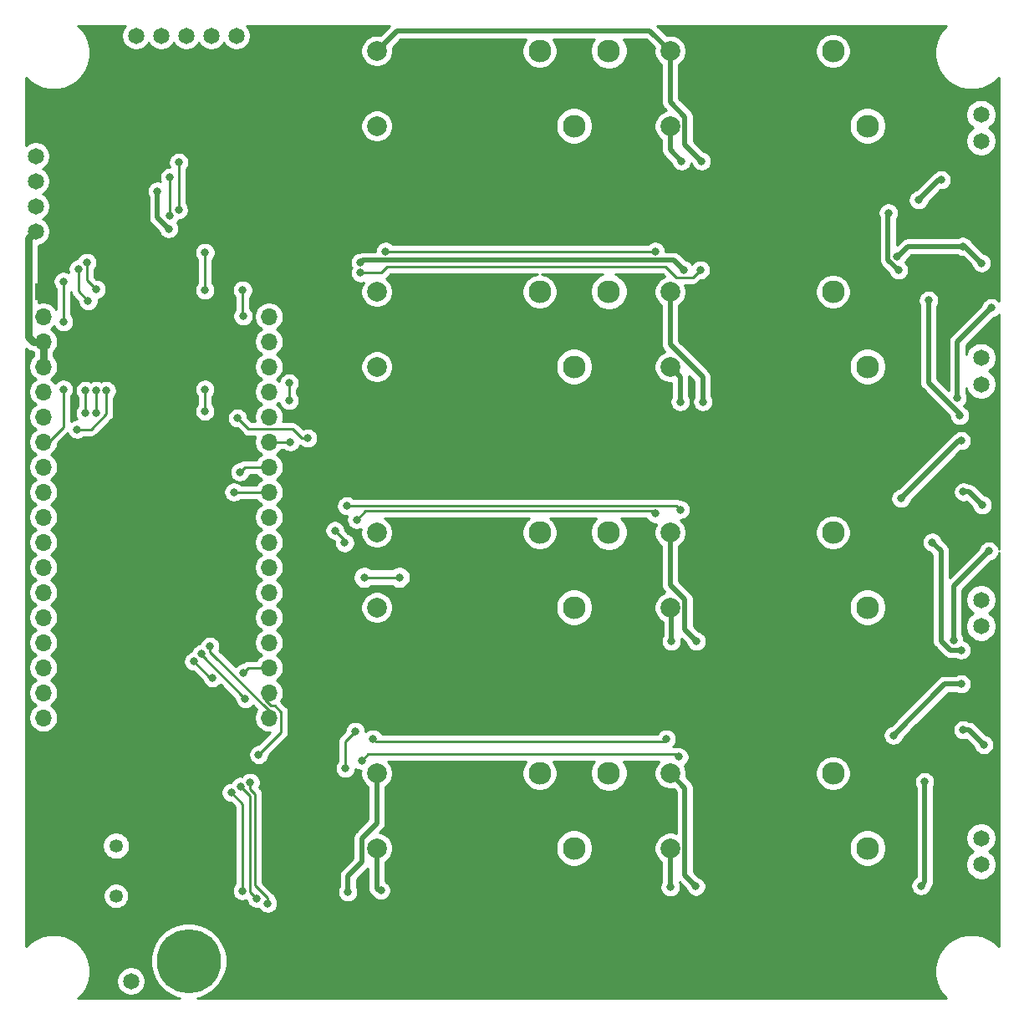
<source format=gbr>
%TF.GenerationSoftware,KiCad,Pcbnew,(5.1.9)-1*%
%TF.CreationDate,2021-06-30T11:05:27-04:00*%
%TF.ProjectId,charging_board_relay,63686172-6769-46e6-975f-626f6172645f,rev?*%
%TF.SameCoordinates,Original*%
%TF.FileFunction,Copper,L2,Bot*%
%TF.FilePolarity,Positive*%
%FSLAX46Y46*%
G04 Gerber Fmt 4.6, Leading zero omitted, Abs format (unit mm)*
G04 Created by KiCad (PCBNEW (5.1.9)-1) date 2021-06-30 11:05:27*
%MOMM*%
%LPD*%
G01*
G04 APERTURE LIST*
%TA.AperFunction,ComponentPad*%
%ADD10C,2.000000*%
%TD*%
%TA.AperFunction,ComponentPad*%
%ADD11C,2.300000*%
%TD*%
%TA.AperFunction,ComponentPad*%
%ADD12C,1.350000*%
%TD*%
%TA.AperFunction,ComponentPad*%
%ADD13C,1.651000*%
%TD*%
%TA.AperFunction,ComponentPad*%
%ADD14C,6.500000*%
%TD*%
%TA.AperFunction,ComponentPad*%
%ADD15O,1.700000X1.700000*%
%TD*%
%TA.AperFunction,ComponentPad*%
%ADD16R,1.700000X1.700000*%
%TD*%
%TA.AperFunction,ComponentPad*%
%ADD17C,1.700000*%
%TD*%
%TA.AperFunction,ViaPad*%
%ADD18C,0.812800*%
%TD*%
%TA.AperFunction,Conductor*%
%ADD19C,0.508000*%
%TD*%
%TA.AperFunction,Conductor*%
%ADD20C,0.762000*%
%TD*%
%TA.AperFunction,Conductor*%
%ADD21C,0.254000*%
%TD*%
%TA.AperFunction,Conductor*%
%ADD22C,0.100000*%
%TD*%
G04 APERTURE END LIST*
D10*
%TO.P,K3,1*%
%TO.N,Net-(D3-Pad2)*%
X100584000Y-110490000D03*
%TO.P,K3,2*%
%TO.N,/5V*%
X100584000Y-102890000D03*
D11*
%TO.P,K3,5*%
%TO.N,/pad_C*%
X120584000Y-110490000D03*
%TO.P,K3,4*%
%TO.N,Net-(K3-Pad4)*%
X117084000Y-102890000D03*
%TO.P,K3,3*%
%TO.N,/charger_+_meas*%
X124084000Y-102890000D03*
%TD*%
D12*
%TO.P,F1,2*%
%TO.N,Net-(F1-Pad2)*%
X74168000Y-139700000D03*
%TO.P,F1,1*%
%TO.N,/charger_+*%
X74168000Y-134620000D03*
%TD*%
D13*
%TO.P,J1,1*%
%TO.N,Net-(F1-Pad2)*%
X75692000Y-148336000D03*
%TD*%
D14*
%TO.P,J2,1*%
%TO.N,Net-(F1-Pad2)*%
X81534000Y-146304000D03*
%TO.P,J2,2*%
%TO.N,GND*%
X88784000Y-146304000D03*
%TD*%
D13*
%TO.P,J3,1*%
%TO.N,GND*%
X94742000Y-148336000D03*
%TD*%
%TO.P,J4,1*%
%TO.N,/VEXT*%
X66040000Y-72390000D03*
%TO.P,J4,2*%
%TO.N,/RST*%
X66040000Y-69850000D03*
%TO.P,J4,3*%
%TO.N,/SCL*%
X66040000Y-67310000D03*
%TO.P,J4,4*%
%TO.N,/SDA*%
X66040000Y-64770000D03*
%TO.P,J4,5*%
%TO.N,GND*%
X66040000Y-62230000D03*
%TO.P,J4,6*%
X66040000Y-59690000D03*
%TD*%
%TO.P,J5,6*%
%TO.N,GND*%
X88900000Y-52578000D03*
%TO.P,J5,5*%
%TO.N,/GPIO0*%
X86360000Y-52578000D03*
%TO.P,J5,4*%
%TO.N,/ADC1_7*%
X83820000Y-52578000D03*
%TO.P,J5,3*%
%TO.N,/3V3*%
X81280000Y-52578000D03*
%TO.P,J5,2*%
X78740000Y-52578000D03*
%TO.P,J5,1*%
%TO.N,/5V*%
X76200000Y-52578000D03*
%TD*%
D11*
%TO.P,K1,3*%
%TO.N,/charger_+_meas*%
X124084000Y-54122000D03*
%TO.P,K1,4*%
%TO.N,Net-(K1-Pad4)*%
X117084000Y-54122000D03*
%TO.P,K1,5*%
%TO.N,/pad_A*%
X120584000Y-61722000D03*
D10*
%TO.P,K1,2*%
%TO.N,/5V*%
X100584000Y-54122000D03*
%TO.P,K1,1*%
%TO.N,Net-(D1-Pad2)*%
X100584000Y-61722000D03*
%TD*%
D11*
%TO.P,K2,3*%
%TO.N,/charger_+_meas*%
X124084000Y-78506000D03*
%TO.P,K2,4*%
%TO.N,Net-(K2-Pad4)*%
X117084000Y-78506000D03*
%TO.P,K2,5*%
%TO.N,/pad_B*%
X120584000Y-86106000D03*
D10*
%TO.P,K2,2*%
%TO.N,/5V*%
X100584000Y-78506000D03*
%TO.P,K2,1*%
%TO.N,Net-(D2-Pad2)*%
X100584000Y-86106000D03*
%TD*%
%TO.P,K4,1*%
%TO.N,Net-(D4-Pad2)*%
X100584000Y-134874000D03*
%TO.P,K4,2*%
%TO.N,/5V*%
X100584000Y-127274000D03*
D11*
%TO.P,K4,5*%
%TO.N,/pad_D*%
X120584000Y-134874000D03*
%TO.P,K4,4*%
%TO.N,Net-(K4-Pad4)*%
X117084000Y-127274000D03*
%TO.P,K4,3*%
%TO.N,/charger_+_meas*%
X124084000Y-127274000D03*
%TD*%
%TO.P,K5,3*%
%TO.N,GND*%
X153802000Y-54122000D03*
%TO.P,K5,4*%
%TO.N,Net-(K5-Pad4)*%
X146802000Y-54122000D03*
%TO.P,K5,5*%
%TO.N,/pad_A*%
X150302000Y-61722000D03*
D10*
%TO.P,K5,2*%
%TO.N,/5V*%
X130302000Y-54122000D03*
%TO.P,K5,1*%
%TO.N,Net-(D5-Pad2)*%
X130302000Y-61722000D03*
%TD*%
%TO.P,K7,1*%
%TO.N,Net-(D7-Pad2)*%
X130302000Y-110490000D03*
%TO.P,K7,2*%
%TO.N,/5V*%
X130302000Y-102890000D03*
D11*
%TO.P,K7,5*%
%TO.N,/pad_C*%
X150302000Y-110490000D03*
%TO.P,K7,4*%
%TO.N,Net-(K7-Pad4)*%
X146802000Y-102890000D03*
%TO.P,K7,3*%
%TO.N,GND*%
X153802000Y-102890000D03*
%TD*%
D10*
%TO.P,K8,1*%
%TO.N,Net-(D8-Pad2)*%
X130302000Y-134874000D03*
%TO.P,K8,2*%
%TO.N,/5V*%
X130302000Y-127274000D03*
D11*
%TO.P,K8,5*%
%TO.N,/pad_D*%
X150302000Y-134874000D03*
%TO.P,K8,4*%
%TO.N,Net-(K8-Pad4)*%
X146802000Y-127274000D03*
%TO.P,K8,3*%
%TO.N,GND*%
X153802000Y-127274000D03*
%TD*%
D15*
%TO.P,U1,18*%
%TO.N,Net-(U1-Pad18)*%
X66802000Y-121666000D03*
%TO.P,U1,17*%
%TO.N,Net-(D9-Pad2)*%
X66802000Y-119126000D03*
%TO.P,U1,16*%
%TO.N,Net-(U1-Pad16)*%
X66802000Y-116586000D03*
%TO.P,U1,15*%
%TO.N,/pgate_4*%
X66802000Y-114046000D03*
%TO.P,U1,14*%
%TO.N,Net-(U1-Pad14)*%
X66802000Y-111506000D03*
%TO.P,U1,13*%
%TO.N,Net-(U1-Pad13)*%
X66802000Y-108966000D03*
%TO.P,U1,12*%
%TO.N,Net-(U1-Pad12)*%
X66802000Y-106426000D03*
%TO.P,U1,11*%
%TO.N,/pgate_3*%
X66802000Y-103886000D03*
%TO.P,U1,10*%
%TO.N,Net-(U1-Pad10)*%
X66802000Y-101346000D03*
%TO.P,U1,9*%
%TO.N,/SCL*%
X66802000Y-98806000D03*
%TO.P,U1,8*%
%TO.N,/GPIO0*%
X66802000Y-96266000D03*
%TO.P,U1,7*%
%TO.N,/RST*%
X66802000Y-93726000D03*
%TO.P,U1,6*%
%TO.N,/pgate_2*%
X66802000Y-91186000D03*
%TO.P,U1,5*%
%TO.N,/pgate_1*%
X66802000Y-88646000D03*
%TO.P,U1,4*%
%TO.N,/VEXT*%
X66802000Y-86106000D03*
%TO.P,U1,3*%
X66802000Y-83566000D03*
%TO.P,U1,2*%
%TO.N,/5V*%
X66802000Y-81026000D03*
D16*
%TO.P,U1,1*%
%TO.N,GND*%
X66802000Y-78486000D03*
D15*
%TO.P,U1,35*%
%TO.N,/3V3*%
X89662000Y-81026000D03*
%TO.P,U1,22*%
%TO.N,Net-(U1-Pad22)*%
X89662000Y-114046000D03*
%TO.P,U1,30*%
%TO.N,/battery_voltage*%
X89662000Y-93726000D03*
%TO.P,U1,25*%
%TO.N,/ngate_3*%
X89662000Y-106426000D03*
%TO.P,U1,20*%
%TO.N,/current_sense_en*%
X89662000Y-119126000D03*
%TO.P,U1,24*%
%TO.N,Net-(U1-Pad24)*%
X89662000Y-108966000D03*
%TO.P,U1,31*%
%TO.N,/iout_3*%
X89662000Y-91186000D03*
%TO.P,U1,29*%
%TO.N,/i_charger*%
X89662000Y-96266000D03*
%TO.P,U1,21*%
%TO.N,/ngate_4*%
X89662000Y-116586000D03*
%TO.P,U1,19*%
%TO.N,/SDA*%
X89662000Y-121666000D03*
D17*
%TO.P,U1,36*%
%TO.N,GND*%
X89662000Y-78486000D03*
D15*
%TO.P,U1,34*%
%TO.N,/3V3*%
X89662000Y-83566000D03*
%TO.P,U1,26*%
%TO.N,/ngate_2*%
X89662000Y-103886000D03*
%TO.P,U1,27*%
%TO.N,/ngate_1*%
X89662000Y-101346000D03*
%TO.P,U1,23*%
%TO.N,Net-(U1-Pad23)*%
X89662000Y-111506000D03*
%TO.P,U1,33*%
%TO.N,/iout_1*%
X89662000Y-86106000D03*
%TO.P,U1,32*%
%TO.N,/iout_2*%
X89662000Y-88646000D03*
%TO.P,U1,28*%
%TO.N,/ADC1_7*%
X89662000Y-98806000D03*
%TD*%
D13*
%TO.P,J6,1*%
%TO.N,/pad_A*%
X161798000Y-63246000D03*
X161798000Y-60579000D03*
%TD*%
%TO.P,J7,1*%
%TO.N,/pad_B*%
X161798000Y-85217000D03*
X161798000Y-87884000D03*
%TD*%
%TO.P,J8,1*%
%TO.N,/pad_C*%
X161798000Y-109728000D03*
X161798000Y-112395000D03*
%TD*%
%TO.P,J9,1*%
%TO.N,/pad_D*%
X161798000Y-136525000D03*
X161798000Y-133858000D03*
%TD*%
D10*
%TO.P,K6,1*%
%TO.N,Net-(D6-Pad2)*%
X130302000Y-86106000D03*
%TO.P,K6,2*%
%TO.N,/5V*%
X130302000Y-78506000D03*
D11*
%TO.P,K6,5*%
%TO.N,/pad_B*%
X150302000Y-86106000D03*
%TO.P,K6,4*%
%TO.N,Net-(K6-Pad4)*%
X146802000Y-78506000D03*
%TO.P,K6,3*%
%TO.N,GND*%
X153802000Y-78506000D03*
%TD*%
D18*
%TO.N,/3V3*%
X159925251Y-73916301D03*
X159925251Y-73916301D03*
X98933000Y-75539587D03*
X79502000Y-72136010D03*
X78359000Y-68326000D03*
X159970804Y-122892748D03*
X162052000Y-124379002D03*
X159994098Y-98780098D03*
X161905045Y-100102047D03*
X162560000Y-104775000D03*
X159004000Y-113792000D03*
X161833283Y-75600283D03*
X162814000Y-80137000D03*
X159385000Y-89281000D03*
X131657238Y-76285238D03*
X153300591Y-74918418D03*
%TO.N,GND*%
X160655000Y-71501000D03*
X162560000Y-128524000D03*
X124206000Y-142367000D03*
X68199000Y-131064000D03*
X132588000Y-73469500D03*
X131064000Y-97663000D03*
X132270496Y-97599504D03*
X130810000Y-73406000D03*
X125984000Y-141605000D03*
X106807000Y-139319000D03*
X108585000Y-139065000D03*
X99568000Y-121666000D03*
X101346000Y-121666000D03*
X99314000Y-97282000D03*
X101092000Y-97282000D03*
X99187000Y-72390000D03*
X100965000Y-72390000D03*
X95123000Y-108712000D03*
X160655000Y-72517000D03*
X161417000Y-79629000D03*
X131092850Y-121767600D03*
X132207000Y-121793000D03*
X160909000Y-120015000D03*
X160909000Y-121412000D03*
X160528008Y-96901000D03*
X160528000Y-95504000D03*
X83185000Y-127381000D03*
X83311980Y-128651000D03*
X161417000Y-103886000D03*
X147193000Y-142494000D03*
X149098000Y-142240000D03*
%TO.N,/RST*%
X68860088Y-81560088D03*
X68834000Y-77470000D03*
X68833996Y-88392000D03*
%TO.N,/SCL*%
X70358000Y-76200000D03*
X71348600Y-79457004D03*
X71069197Y-88519000D03*
X71069183Y-90805000D03*
%TO.N,/SDA*%
X72162088Y-78258088D03*
X71219114Y-75537114D03*
X72136000Y-88519000D03*
X72135996Y-90805000D03*
X83693000Y-114427000D03*
%TO.N,/ADC1_7*%
X83185000Y-88392000D03*
X83185000Y-78359000D03*
X83196579Y-74537421D03*
X80515505Y-70231000D03*
X80518000Y-65405000D03*
X83185000Y-90601810D03*
X86106000Y-98806000D03*
%TO.N,/5V*%
X133477000Y-65278000D03*
X132905500Y-138747500D03*
X133604000Y-89662000D03*
X132969000Y-113919000D03*
X97663000Y-139319000D03*
%TO.N,/charger_+_meas*%
X102870000Y-107442000D03*
X99314000Y-107442000D03*
%TO.N,Net-(D4-Pad2)*%
X100996290Y-139140663D03*
%TO.N,Net-(D5-Pad2)*%
X131445000Y-65278000D03*
%TO.N,Net-(D6-Pad2)*%
X131318000Y-89662000D03*
%TO.N,Net-(D7-Pad2)*%
X130429000Y-113919000D03*
%TO.N,Net-(D8-Pad2)*%
X130302000Y-138811000D03*
%TO.N,/current_sense*%
X156845000Y-103886000D03*
X156464000Y-79375000D03*
X152400000Y-70519199D03*
X153670000Y-99441000D03*
X155448000Y-69215000D03*
X157733986Y-67183000D03*
X153416000Y-76327000D03*
X159766000Y-93599000D03*
X159639000Y-91059000D03*
X152908000Y-123444000D03*
X155701990Y-138684000D03*
X156083000Y-128143000D03*
X159766000Y-114808000D03*
X159766008Y-118237000D03*
%TO.N,/battery_voltage*%
X97330776Y-103934776D03*
X96344224Y-102694224D03*
X91821000Y-93726004D03*
%TO.N,/pgate_1*%
X87046921Y-80974079D03*
X87006579Y-78347421D03*
%TO.N,/pgate_2*%
X93599000Y-93345000D03*
X86487000Y-91313000D03*
%TO.N,/pgate_3*%
X98425000Y-123037600D03*
X97409000Y-126771400D03*
X87274400Y-119761000D03*
X82799422Y-115192703D03*
%TO.N,/pgate_4*%
X85851997Y-129231461D03*
X83958579Y-117613579D03*
X82042000Y-115951000D03*
X86969590Y-139192000D03*
%TO.N,/ngate_1*%
X128778000Y-74422000D03*
X101473000Y-74422002D03*
X91694000Y-87757000D03*
X91694000Y-89535000D03*
%TO.N,/ngate_2*%
X98552000Y-101600000D03*
X128778000Y-100990400D03*
%TO.N,/ngate_3*%
X129921000Y-123799600D03*
X100214579Y-123799600D03*
%TO.N,/ngate_4*%
X87096600Y-117094000D03*
X86778244Y-128613756D03*
X88392000Y-139954000D03*
%TO.N,/iout_3*%
X131216400Y-125628410D03*
X99060000Y-125984000D03*
%TO.N,/iout_1*%
X98933000Y-76606390D03*
X133350000Y-76301600D03*
%TO.N,/iout_2*%
X131318000Y-100584000D03*
X97536000Y-100203000D03*
%TO.N,/GPIO0*%
X70231000Y-92456000D03*
X73202801Y-88519001D03*
X79629000Y-66929000D03*
X79585497Y-70834693D03*
%TO.N,/i_charger*%
X86715600Y-96774000D03*
%TO.N,/current_sense_en*%
X88624350Y-125395454D03*
X87767517Y-128214500D03*
X89535000Y-140462000D03*
%TD*%
D19*
%TO.N,/3V3*%
X79502000Y-72136000D02*
X79502000Y-72136010D01*
X78359000Y-70993010D02*
X79502000Y-72136010D01*
X78359000Y-68326000D02*
X78359000Y-70993010D01*
X160565746Y-122892748D02*
X162052000Y-124379002D01*
X159970804Y-122892748D02*
X160565746Y-122892748D01*
X160583096Y-98780098D02*
X161905045Y-100102047D01*
X159994098Y-98780098D02*
X160583096Y-98780098D01*
X159004000Y-108331000D02*
X159004000Y-113792000D01*
X162560000Y-104775000D02*
X159004000Y-108331000D01*
X160149301Y-73916301D02*
X161833283Y-75600283D01*
X159925251Y-73916301D02*
X160149301Y-73916301D01*
X159385000Y-83566000D02*
X159385000Y-89281000D01*
X162814000Y-80137000D02*
X159385000Y-83566000D01*
X99136185Y-75336402D02*
X98933000Y-75539587D01*
X102800914Y-75336402D02*
X99136185Y-75336402D01*
X102800916Y-75336400D02*
X102800914Y-75336402D01*
X130708400Y-75336400D02*
X102800916Y-75336400D01*
X131657238Y-76285238D02*
X130708400Y-75336400D01*
X159925251Y-73916301D02*
X154377228Y-73916301D01*
X154377228Y-73916301D02*
X153375111Y-74918418D01*
X153375111Y-74918418D02*
X153300591Y-74918418D01*
D20*
%TO.N,/VEXT*%
X65786000Y-83566000D02*
X65278000Y-83058000D01*
X66802000Y-83566000D02*
X65786000Y-83566000D01*
X65316999Y-73113001D02*
X66040000Y-72390000D01*
X65316999Y-79463001D02*
X65316999Y-73113001D01*
X65278000Y-79502000D02*
X65316999Y-79463001D01*
X65278000Y-83058000D02*
X65278000Y-79502000D01*
X66802000Y-86106000D02*
X66802000Y-83566000D01*
D21*
%TO.N,/RST*%
X68834000Y-81534000D02*
X68834000Y-77470000D01*
X68860088Y-81560088D02*
X68834000Y-81534000D01*
X68834000Y-88392004D02*
X68833996Y-88392000D01*
X67310000Y-93726000D02*
X68834000Y-92202000D01*
X68834000Y-92202000D02*
X68834000Y-88392004D01*
X66802000Y-93726000D02*
X67310000Y-93726000D01*
%TO.N,/SCL*%
X70358000Y-78466404D02*
X71348600Y-79457004D01*
X70358000Y-76200000D02*
X70358000Y-78466404D01*
X66802000Y-98575376D02*
X66802000Y-98806000D01*
X71069197Y-88519000D02*
X71069197Y-90804986D01*
X71069197Y-90804986D02*
X71069183Y-90805000D01*
%TO.N,/SDA*%
X71219114Y-77315114D02*
X71219114Y-75537114D01*
X72162088Y-78258088D02*
X71219114Y-77315114D01*
X72136000Y-88519000D02*
X72136000Y-90804996D01*
X72136000Y-90804996D02*
X72135996Y-90805000D01*
X89662000Y-121666000D02*
X89662000Y-120947882D01*
X89662000Y-120947882D02*
X83693000Y-114978882D01*
X83693000Y-114978882D02*
X83693000Y-114427000D01*
%TO.N,/ADC1_7*%
X89662000Y-98806000D02*
X89662000Y-98087882D01*
X83185000Y-74549000D02*
X83196579Y-74537421D01*
X83185000Y-78359000D02*
X83185000Y-74549000D01*
X80515515Y-70230990D02*
X80515515Y-65407485D01*
X80515505Y-70231000D02*
X80515515Y-70230990D01*
X80515515Y-65407485D02*
X80518000Y-65405000D01*
X83185000Y-89916000D02*
X83185000Y-88392000D01*
X83185000Y-90601810D02*
X83185000Y-89916000D01*
X89662000Y-98806000D02*
X86106000Y-98806000D01*
D19*
%TO.N,/5V*%
X131810001Y-137652001D02*
X132905500Y-138747500D01*
X131810001Y-128782001D02*
X131810001Y-137652001D01*
X130302000Y-127274000D02*
X131810001Y-128782001D01*
X131810001Y-63611001D02*
X131810001Y-60817001D01*
X133477000Y-65278000D02*
X131810001Y-63611001D01*
X130302000Y-59309000D02*
X130302000Y-54122000D01*
X131810001Y-60817001D02*
X130302000Y-59309000D01*
X130302000Y-83874158D02*
X133604000Y-87176158D01*
X133604000Y-87176158D02*
X133604000Y-89662000D01*
X130302000Y-78506000D02*
X130302000Y-83874158D01*
X131810001Y-112760001D02*
X131810001Y-109712001D01*
X132969000Y-113919000D02*
X131810001Y-112760001D01*
X130302000Y-108204000D02*
X130302000Y-102890000D01*
X131810001Y-109712001D02*
X130302000Y-108204000D01*
X128250000Y-52070000D02*
X130302000Y-54122000D01*
X102616000Y-52070000D02*
X128250000Y-52070000D01*
X100584000Y-54102000D02*
X102616000Y-52070000D01*
X100584000Y-54122000D02*
X100584000Y-54102000D01*
X99060000Y-136271000D02*
X97663000Y-137668000D01*
X97663000Y-137668000D02*
X97663000Y-139319000D01*
X99060000Y-133858000D02*
X99060000Y-136271000D01*
X100584000Y-132334000D02*
X99060000Y-133858000D01*
X100584000Y-127274000D02*
X100584000Y-132334000D01*
D21*
%TO.N,/charger_+_meas*%
X102870000Y-107442000D02*
X99314000Y-107442000D01*
D19*
%TO.N,Net-(D4-Pad2)*%
X100996290Y-139140663D02*
X100786663Y-139140663D01*
X100584000Y-138938000D02*
X100584000Y-134874000D01*
X100786663Y-139140663D02*
X100584000Y-138938000D01*
%TO.N,Net-(D5-Pad2)*%
X130302000Y-64135000D02*
X130302000Y-61722000D01*
X131445000Y-65278000D02*
X130302000Y-64135000D01*
%TO.N,Net-(D6-Pad2)*%
X131318000Y-87122000D02*
X130302000Y-86106000D01*
X131318000Y-89662000D02*
X131318000Y-87122000D01*
%TO.N,Net-(D7-Pad2)*%
X130429000Y-110617000D02*
X130302000Y-110490000D01*
X130429000Y-113919000D02*
X130429000Y-110617000D01*
%TO.N,Net-(D8-Pad2)*%
X130302000Y-138811000D02*
X130302000Y-134874000D01*
%TO.N,/current_sense*%
X155448000Y-69215000D02*
X157480000Y-67183000D01*
X157480000Y-67183000D02*
X157733986Y-67183000D01*
X152374599Y-70544600D02*
X152374599Y-75285599D01*
X152400000Y-70519199D02*
X152374599Y-70544600D01*
X152374599Y-75285599D02*
X153416000Y-76327000D01*
X159512000Y-93599000D02*
X159766000Y-93599000D01*
X153670000Y-99441000D02*
X159512000Y-93599000D01*
X159639000Y-90888314D02*
X159639000Y-91059000D01*
X156464000Y-87713314D02*
X159639000Y-90888314D01*
X156464000Y-79375000D02*
X156464000Y-87713314D01*
X156083000Y-138302990D02*
X156083000Y-128143000D01*
X155701990Y-138684000D02*
X156083000Y-138302990D01*
X158666686Y-114808000D02*
X159766000Y-114808000D01*
X157734000Y-113875314D02*
X158666686Y-114808000D01*
X157734000Y-104775000D02*
X157734000Y-113875314D01*
X156845000Y-103886000D02*
X157734000Y-104775000D01*
X152908000Y-123444000D02*
X158115000Y-118237000D01*
X158115000Y-118237000D02*
X159766008Y-118237000D01*
D21*
%TO.N,/battery_voltage*%
X97330776Y-103680776D02*
X96344224Y-102694224D01*
X97330776Y-103934776D02*
X97330776Y-103680776D01*
X89662000Y-93726000D02*
X91820996Y-93726000D01*
X91820996Y-93726000D02*
X91821000Y-93726004D01*
%TO.N,/pgate_1*%
X86995000Y-78359000D02*
X87006579Y-78347421D01*
X86995000Y-80922158D02*
X86995000Y-78359000D01*
X87046921Y-80974079D02*
X86995000Y-80922158D01*
%TO.N,/pgate_2*%
X87591001Y-92417001D02*
X86487000Y-91313000D01*
X92058357Y-92417001D02*
X87591001Y-92417001D01*
X92986356Y-93345000D02*
X92058357Y-92417001D01*
X93599000Y-93345000D02*
X92986356Y-93345000D01*
%TO.N,/pgate_3*%
X97409000Y-124053600D02*
X97409000Y-126771400D01*
X98425000Y-123037600D02*
X97409000Y-124053600D01*
X82799422Y-115286022D02*
X82799422Y-115192703D01*
X87274400Y-119761000D02*
X82799422Y-115286022D01*
%TO.N,/pgate_4*%
X83704579Y-117613579D02*
X82042000Y-115951000D01*
X83958579Y-117613579D02*
X83704579Y-117613579D01*
X86995000Y-139166590D02*
X86969590Y-139192000D01*
X86995000Y-130374464D02*
X86995000Y-139166590D01*
X85851997Y-129231461D02*
X86995000Y-130374464D01*
%TO.N,/ngate_1*%
X128777998Y-74422002D02*
X101473000Y-74422002D01*
X128778000Y-74422000D02*
X128777998Y-74422002D01*
X91694000Y-87757000D02*
X91694000Y-89535000D01*
%TO.N,/ngate_2*%
X99440990Y-100711010D02*
X128498610Y-100711010D01*
X98552000Y-101600000D02*
X99440990Y-100711010D01*
X128498610Y-100711010D02*
X128778000Y-100990400D01*
%TO.N,/ngate_3*%
X129921000Y-123799600D02*
X129641600Y-124079000D01*
X100493979Y-124079000D02*
X100214579Y-123799600D01*
X129641600Y-124079000D02*
X100493979Y-124079000D01*
%TO.N,/ngate_4*%
X87604600Y-116586000D02*
X89662000Y-116586000D01*
X87096600Y-117094000D02*
X87604600Y-116586000D01*
X87757000Y-129592512D02*
X87757000Y-139319000D01*
X86778244Y-128613756D02*
X87757000Y-129592512D01*
X87757000Y-139319000D02*
X88392000Y-139954000D01*
%TO.N,/iout_3*%
X131216400Y-125628410D02*
X130936990Y-125349000D01*
X130936990Y-125349000D02*
X99695000Y-125349000D01*
X99695000Y-125349000D02*
X99060000Y-125984000D01*
%TO.N,/iout_1*%
X133350000Y-76301600D02*
X132578961Y-77072639D01*
X129852132Y-75971410D02*
X130953361Y-77072639D01*
X103063945Y-75971410D02*
X129852132Y-75971410D01*
X103063942Y-75971413D02*
X103063945Y-75971410D01*
X101666942Y-75971413D02*
X103063942Y-75971413D01*
X101031965Y-76606390D02*
X101666942Y-75971413D01*
X98933000Y-76606390D02*
X101031965Y-76606390D01*
X132578961Y-77072639D02*
X130953361Y-77072639D01*
%TO.N,/iout_2*%
X131318000Y-100584000D02*
X130937000Y-100203000D01*
X130937000Y-100203000D02*
X97536000Y-100203000D01*
%TO.N,/GPIO0*%
X73202801Y-90903549D02*
X73202801Y-88519001D01*
X71650350Y-92456000D02*
X73202801Y-90903549D01*
X70231000Y-92456000D02*
X71650350Y-92456000D01*
X79629000Y-66929000D02*
X79629000Y-70791190D01*
X79629000Y-70791190D02*
X79585497Y-70834693D01*
%TO.N,/i_charger*%
X89662000Y-96266000D02*
X89662000Y-95653344D01*
X87223600Y-96266000D02*
X89662000Y-96266000D01*
X86715600Y-96774000D02*
X87223600Y-96266000D01*
%TO.N,/current_sense_en*%
X89662000Y-119126000D02*
X89916000Y-119126000D01*
X90893001Y-123126803D02*
X88624350Y-125395454D01*
X90252881Y-120434999D02*
X90893001Y-121075119D01*
X90893001Y-121075119D02*
X90893001Y-123126803D01*
X89867551Y-120434999D02*
X90252881Y-120434999D01*
X89237276Y-119804724D02*
X89867551Y-120434999D01*
X89916000Y-119126000D02*
X89237276Y-119804724D01*
X89535000Y-139931646D02*
X89535000Y-140462000D01*
X88265010Y-138661656D02*
X89535000Y-139931646D01*
X88265010Y-129382088D02*
X88265010Y-138661656D01*
X87767517Y-128884593D02*
X88265010Y-129382088D01*
X87767517Y-128214500D02*
X87767517Y-128884593D01*
%TD*%
%TO.N,GND*%
X75065555Y-51646985D02*
X74905721Y-51886194D01*
X74795626Y-52151988D01*
X74739500Y-52434153D01*
X74739500Y-52721847D01*
X74795626Y-53004012D01*
X74905721Y-53269806D01*
X75065555Y-53509015D01*
X75268985Y-53712445D01*
X75508194Y-53872279D01*
X75773988Y-53982374D01*
X76056153Y-54038500D01*
X76343847Y-54038500D01*
X76626012Y-53982374D01*
X76891806Y-53872279D01*
X77131015Y-53712445D01*
X77334445Y-53509015D01*
X77470000Y-53306142D01*
X77605555Y-53509015D01*
X77808985Y-53712445D01*
X78048194Y-53872279D01*
X78313988Y-53982374D01*
X78596153Y-54038500D01*
X78883847Y-54038500D01*
X79166012Y-53982374D01*
X79431806Y-53872279D01*
X79671015Y-53712445D01*
X79874445Y-53509015D01*
X80010000Y-53306142D01*
X80145555Y-53509015D01*
X80348985Y-53712445D01*
X80588194Y-53872279D01*
X80853988Y-53982374D01*
X81136153Y-54038500D01*
X81423847Y-54038500D01*
X81706012Y-53982374D01*
X81971806Y-53872279D01*
X82211015Y-53712445D01*
X82414445Y-53509015D01*
X82550000Y-53306142D01*
X82685555Y-53509015D01*
X82888985Y-53712445D01*
X83128194Y-53872279D01*
X83393988Y-53982374D01*
X83676153Y-54038500D01*
X83963847Y-54038500D01*
X84246012Y-53982374D01*
X84511806Y-53872279D01*
X84751015Y-53712445D01*
X84954445Y-53509015D01*
X85090000Y-53306142D01*
X85225555Y-53509015D01*
X85428985Y-53712445D01*
X85668194Y-53872279D01*
X85933988Y-53982374D01*
X86216153Y-54038500D01*
X86503847Y-54038500D01*
X86786012Y-53982374D01*
X87051806Y-53872279D01*
X87291015Y-53712445D01*
X87494445Y-53509015D01*
X87654279Y-53269806D01*
X87764374Y-53004012D01*
X87820500Y-52721847D01*
X87820500Y-52434153D01*
X87764374Y-52151988D01*
X87654279Y-51886194D01*
X87494445Y-51646985D01*
X87402460Y-51555000D01*
X101873764Y-51555000D01*
X100909125Y-52519640D01*
X100745033Y-52487000D01*
X100422967Y-52487000D01*
X100107088Y-52549832D01*
X99809537Y-52673082D01*
X99541748Y-52852013D01*
X99314013Y-53079748D01*
X99135082Y-53347537D01*
X99011832Y-53645088D01*
X98949000Y-53960967D01*
X98949000Y-54283033D01*
X99011832Y-54598912D01*
X99135082Y-54896463D01*
X99314013Y-55164252D01*
X99541748Y-55391987D01*
X99809537Y-55570918D01*
X100107088Y-55694168D01*
X100422967Y-55757000D01*
X100745033Y-55757000D01*
X101060912Y-55694168D01*
X101358463Y-55570918D01*
X101626252Y-55391987D01*
X101853987Y-55164252D01*
X102032918Y-54896463D01*
X102156168Y-54598912D01*
X102219000Y-54283033D01*
X102219000Y-53960967D01*
X102179724Y-53763512D01*
X102984236Y-52959000D01*
X115722629Y-52959000D01*
X115697500Y-52984129D01*
X115502153Y-53276485D01*
X115367596Y-53601335D01*
X115299000Y-53946193D01*
X115299000Y-54297807D01*
X115367596Y-54642665D01*
X115502153Y-54967515D01*
X115697500Y-55259871D01*
X115946129Y-55508500D01*
X116238485Y-55703847D01*
X116563335Y-55838404D01*
X116908193Y-55907000D01*
X117259807Y-55907000D01*
X117604665Y-55838404D01*
X117929515Y-55703847D01*
X118221871Y-55508500D01*
X118470500Y-55259871D01*
X118665847Y-54967515D01*
X118800404Y-54642665D01*
X118869000Y-54297807D01*
X118869000Y-53946193D01*
X118800404Y-53601335D01*
X118665847Y-53276485D01*
X118470500Y-52984129D01*
X118445371Y-52959000D01*
X122592097Y-52959000D01*
X122412117Y-53228360D01*
X122269901Y-53571699D01*
X122197400Y-53936186D01*
X122197400Y-54307814D01*
X122269901Y-54672301D01*
X122412117Y-55015640D01*
X122618582Y-55324637D01*
X122881363Y-55587418D01*
X123190360Y-55793883D01*
X123533699Y-55936099D01*
X123898186Y-56008600D01*
X124269814Y-56008600D01*
X124634301Y-55936099D01*
X124977640Y-55793883D01*
X125286637Y-55587418D01*
X125549418Y-55324637D01*
X125755883Y-55015640D01*
X125898099Y-54672301D01*
X125970600Y-54307814D01*
X125970600Y-53936186D01*
X125898099Y-53571699D01*
X125755883Y-53228360D01*
X125575903Y-52959000D01*
X127881765Y-52959000D01*
X128702958Y-53780193D01*
X128667000Y-53960967D01*
X128667000Y-54283033D01*
X128729832Y-54598912D01*
X128853082Y-54896463D01*
X129032013Y-55164252D01*
X129259748Y-55391987D01*
X129413001Y-55494387D01*
X129413000Y-59265340D01*
X129408700Y-59309000D01*
X129413000Y-59352660D01*
X129413000Y-59352666D01*
X129425864Y-59483273D01*
X129476697Y-59650850D01*
X129559247Y-59805290D01*
X129670341Y-59940659D01*
X129704264Y-59968499D01*
X129875558Y-60139793D01*
X129825088Y-60149832D01*
X129527537Y-60273082D01*
X129259748Y-60452013D01*
X129032013Y-60679748D01*
X128853082Y-60947537D01*
X128729832Y-61245088D01*
X128667000Y-61560967D01*
X128667000Y-61883033D01*
X128729832Y-62198912D01*
X128853082Y-62496463D01*
X129032013Y-62764252D01*
X129259748Y-62991987D01*
X129413000Y-63094387D01*
X129413000Y-64091340D01*
X129408700Y-64135000D01*
X129413000Y-64178660D01*
X129413000Y-64178666D01*
X129419303Y-64242660D01*
X129425864Y-64309274D01*
X129476698Y-64476852D01*
X129487358Y-64496795D01*
X129559247Y-64631290D01*
X129670341Y-64766659D01*
X129704264Y-64794499D01*
X130431724Y-65521960D01*
X130443620Y-65581765D01*
X130522123Y-65771288D01*
X130636092Y-65941854D01*
X130781146Y-66086908D01*
X130951712Y-66200877D01*
X131141235Y-66279380D01*
X131342431Y-66319400D01*
X131547569Y-66319400D01*
X131748765Y-66279380D01*
X131938288Y-66200877D01*
X132108854Y-66086908D01*
X132253908Y-65941854D01*
X132367877Y-65771288D01*
X132446380Y-65581765D01*
X132459180Y-65517416D01*
X132463724Y-65521960D01*
X132475620Y-65581765D01*
X132554123Y-65771288D01*
X132668092Y-65941854D01*
X132813146Y-66086908D01*
X132983712Y-66200877D01*
X133173235Y-66279380D01*
X133374431Y-66319400D01*
X133579569Y-66319400D01*
X133780765Y-66279380D01*
X133970288Y-66200877D01*
X134140854Y-66086908D01*
X134285908Y-65941854D01*
X134399877Y-65771288D01*
X134478380Y-65581765D01*
X134518400Y-65380569D01*
X134518400Y-65175431D01*
X134478380Y-64974235D01*
X134399877Y-64784712D01*
X134285908Y-64614146D01*
X134140854Y-64469092D01*
X133970288Y-64355123D01*
X133780765Y-64276620D01*
X133720960Y-64264724D01*
X132699001Y-63242766D01*
X132699001Y-61536186D01*
X148415400Y-61536186D01*
X148415400Y-61907814D01*
X148487901Y-62272301D01*
X148630117Y-62615640D01*
X148836582Y-62924637D01*
X149099363Y-63187418D01*
X149408360Y-63393883D01*
X149751699Y-63536099D01*
X150116186Y-63608600D01*
X150487814Y-63608600D01*
X150852301Y-63536099D01*
X151195640Y-63393883D01*
X151504637Y-63187418D01*
X151767418Y-62924637D01*
X151973883Y-62615640D01*
X152116099Y-62272301D01*
X152188600Y-61907814D01*
X152188600Y-61536186D01*
X152116099Y-61171699D01*
X151973883Y-60828360D01*
X151767418Y-60519363D01*
X151673202Y-60425147D01*
X160235900Y-60425147D01*
X160235900Y-60732853D01*
X160295931Y-61034648D01*
X160413685Y-61318932D01*
X160584638Y-61574780D01*
X160802220Y-61792362D01*
X160982018Y-61912500D01*
X160802220Y-62032638D01*
X160584638Y-62250220D01*
X160413685Y-62506068D01*
X160295931Y-62790352D01*
X160235900Y-63092147D01*
X160235900Y-63399853D01*
X160295931Y-63701648D01*
X160413685Y-63985932D01*
X160584638Y-64241780D01*
X160802220Y-64459362D01*
X161058068Y-64630315D01*
X161342352Y-64748069D01*
X161644147Y-64808100D01*
X161951853Y-64808100D01*
X162253648Y-64748069D01*
X162537932Y-64630315D01*
X162793780Y-64459362D01*
X163011362Y-64241780D01*
X163182315Y-63985932D01*
X163300069Y-63701648D01*
X163360100Y-63399853D01*
X163360100Y-63092147D01*
X163300069Y-62790352D01*
X163182315Y-62506068D01*
X163011362Y-62250220D01*
X162793780Y-62032638D01*
X162613982Y-61912500D01*
X162793780Y-61792362D01*
X163011362Y-61574780D01*
X163182315Y-61318932D01*
X163300069Y-61034648D01*
X163360100Y-60732853D01*
X163360100Y-60425147D01*
X163300069Y-60123352D01*
X163182315Y-59839068D01*
X163011362Y-59583220D01*
X162793780Y-59365638D01*
X162537932Y-59194685D01*
X162253648Y-59076931D01*
X161951853Y-59016900D01*
X161644147Y-59016900D01*
X161342352Y-59076931D01*
X161058068Y-59194685D01*
X160802220Y-59365638D01*
X160584638Y-59583220D01*
X160413685Y-59839068D01*
X160295931Y-60123352D01*
X160235900Y-60425147D01*
X151673202Y-60425147D01*
X151504637Y-60256582D01*
X151195640Y-60050117D01*
X150852301Y-59907901D01*
X150487814Y-59835400D01*
X150116186Y-59835400D01*
X149751699Y-59907901D01*
X149408360Y-60050117D01*
X149099363Y-60256582D01*
X148836582Y-60519363D01*
X148630117Y-60828360D01*
X148487901Y-61171699D01*
X148415400Y-61536186D01*
X132699001Y-61536186D01*
X132699001Y-60860660D01*
X132703301Y-60817000D01*
X132699001Y-60773340D01*
X132699001Y-60773334D01*
X132686137Y-60642727D01*
X132686137Y-60642725D01*
X132655297Y-60541059D01*
X132635304Y-60475150D01*
X132552754Y-60320710D01*
X132441660Y-60185342D01*
X132407742Y-60157507D01*
X131191000Y-58940765D01*
X131191000Y-55494387D01*
X131344252Y-55391987D01*
X131571987Y-55164252D01*
X131750918Y-54896463D01*
X131874168Y-54598912D01*
X131937000Y-54283033D01*
X131937000Y-53960967D01*
X131934062Y-53946193D01*
X145017000Y-53946193D01*
X145017000Y-54297807D01*
X145085596Y-54642665D01*
X145220153Y-54967515D01*
X145415500Y-55259871D01*
X145664129Y-55508500D01*
X145956485Y-55703847D01*
X146281335Y-55838404D01*
X146626193Y-55907000D01*
X146977807Y-55907000D01*
X147322665Y-55838404D01*
X147647515Y-55703847D01*
X147939871Y-55508500D01*
X148188500Y-55259871D01*
X148383847Y-54967515D01*
X148518404Y-54642665D01*
X148587000Y-54297807D01*
X148587000Y-53946193D01*
X148518404Y-53601335D01*
X148383847Y-53276485D01*
X148188500Y-52984129D01*
X147939871Y-52735500D01*
X147647515Y-52540153D01*
X147322665Y-52405596D01*
X146977807Y-52337000D01*
X146626193Y-52337000D01*
X146281335Y-52405596D01*
X145956485Y-52540153D01*
X145664129Y-52735500D01*
X145415500Y-52984129D01*
X145220153Y-53276485D01*
X145085596Y-53601335D01*
X145017000Y-53946193D01*
X131934062Y-53946193D01*
X131874168Y-53645088D01*
X131750918Y-53347537D01*
X131571987Y-53079748D01*
X131344252Y-52852013D01*
X131076463Y-52673082D01*
X130778912Y-52549832D01*
X130463033Y-52487000D01*
X130140967Y-52487000D01*
X129960193Y-52522958D01*
X128992235Y-51555000D01*
X158298199Y-51555000D01*
X157915346Y-51937853D01*
X157506386Y-52549905D01*
X157224689Y-53229981D01*
X157081081Y-53951946D01*
X157081081Y-54688054D01*
X157224689Y-55410019D01*
X157506386Y-56090095D01*
X157915346Y-56702147D01*
X158435853Y-57222654D01*
X159047905Y-57631614D01*
X159727981Y-57913311D01*
X160449946Y-58056919D01*
X161186054Y-58056919D01*
X161908019Y-57913311D01*
X162588095Y-57631614D01*
X163200147Y-57222654D01*
X163583001Y-56839800D01*
X163583001Y-79433239D01*
X163477854Y-79328092D01*
X163307288Y-79214123D01*
X163117765Y-79135620D01*
X162916569Y-79095600D01*
X162711431Y-79095600D01*
X162510235Y-79135620D01*
X162320712Y-79214123D01*
X162150146Y-79328092D01*
X162005092Y-79473146D01*
X161891123Y-79643712D01*
X161812620Y-79833235D01*
X161800724Y-79893041D01*
X158787264Y-82906501D01*
X158753341Y-82934341D01*
X158642247Y-83069710D01*
X158559697Y-83224150D01*
X158530998Y-83318759D01*
X158516417Y-83366829D01*
X158508864Y-83391727D01*
X158496000Y-83522334D01*
X158496000Y-83522340D01*
X158491700Y-83566000D01*
X158496000Y-83609660D01*
X158496001Y-88488079D01*
X157353000Y-87345079D01*
X157353000Y-79918988D01*
X157386877Y-79868288D01*
X157465380Y-79678765D01*
X157505400Y-79477569D01*
X157505400Y-79272431D01*
X157465380Y-79071235D01*
X157386877Y-78881712D01*
X157272908Y-78711146D01*
X157127854Y-78566092D01*
X156957288Y-78452123D01*
X156767765Y-78373620D01*
X156566569Y-78333600D01*
X156361431Y-78333600D01*
X156160235Y-78373620D01*
X155970712Y-78452123D01*
X155800146Y-78566092D01*
X155655092Y-78711146D01*
X155541123Y-78881712D01*
X155462620Y-79071235D01*
X155422600Y-79272431D01*
X155422600Y-79477569D01*
X155462620Y-79678765D01*
X155541123Y-79868288D01*
X155575000Y-79918988D01*
X155575001Y-87669644D01*
X155570700Y-87713314D01*
X155587864Y-87887588D01*
X155638698Y-88055166D01*
X155721248Y-88209605D01*
X155786760Y-88289431D01*
X155832342Y-88344973D01*
X155866259Y-88372808D01*
X158597600Y-91104150D01*
X158597600Y-91161569D01*
X158637620Y-91362765D01*
X158716123Y-91552288D01*
X158830092Y-91722854D01*
X158975146Y-91867908D01*
X159145712Y-91981877D01*
X159335235Y-92060380D01*
X159536431Y-92100400D01*
X159741569Y-92100400D01*
X159942765Y-92060380D01*
X160132288Y-91981877D01*
X160302854Y-91867908D01*
X160447908Y-91722854D01*
X160561877Y-91552288D01*
X160640380Y-91362765D01*
X160680400Y-91161569D01*
X160680400Y-90956431D01*
X160640380Y-90755235D01*
X160561877Y-90565712D01*
X160447908Y-90395146D01*
X160302854Y-90250092D01*
X160167720Y-90159798D01*
X160073342Y-90065420D01*
X160193908Y-89944854D01*
X160307877Y-89774288D01*
X160386380Y-89584765D01*
X160426400Y-89383569D01*
X160426400Y-89178431D01*
X160386380Y-88977235D01*
X160307877Y-88787712D01*
X160274000Y-88737012D01*
X160274000Y-88229394D01*
X160295931Y-88339648D01*
X160413685Y-88623932D01*
X160584638Y-88879780D01*
X160802220Y-89097362D01*
X161058068Y-89268315D01*
X161342352Y-89386069D01*
X161644147Y-89446100D01*
X161951853Y-89446100D01*
X162253648Y-89386069D01*
X162537932Y-89268315D01*
X162793780Y-89097362D01*
X163011362Y-88879780D01*
X163182315Y-88623932D01*
X163300069Y-88339648D01*
X163360100Y-88037853D01*
X163360100Y-87730147D01*
X163300069Y-87428352D01*
X163182315Y-87144068D01*
X163011362Y-86888220D01*
X162793780Y-86670638D01*
X162613982Y-86550500D01*
X162793780Y-86430362D01*
X163011362Y-86212780D01*
X163182315Y-85956932D01*
X163300069Y-85672648D01*
X163360100Y-85370853D01*
X163360100Y-85063147D01*
X163300069Y-84761352D01*
X163182315Y-84477068D01*
X163011362Y-84221220D01*
X162793780Y-84003638D01*
X162537932Y-83832685D01*
X162253648Y-83714931D01*
X161951853Y-83654900D01*
X161644147Y-83654900D01*
X161342352Y-83714931D01*
X161058068Y-83832685D01*
X160802220Y-84003638D01*
X160584638Y-84221220D01*
X160413685Y-84477068D01*
X160295931Y-84761352D01*
X160274000Y-84871606D01*
X160274000Y-83934235D01*
X163057959Y-81150276D01*
X163117765Y-81138380D01*
X163307288Y-81059877D01*
X163477854Y-80945908D01*
X163583001Y-80840761D01*
X163583000Y-104579929D01*
X163561380Y-104471235D01*
X163482877Y-104281712D01*
X163368908Y-104111146D01*
X163223854Y-103966092D01*
X163053288Y-103852123D01*
X162863765Y-103773620D01*
X162662569Y-103733600D01*
X162457431Y-103733600D01*
X162256235Y-103773620D01*
X162066712Y-103852123D01*
X161896146Y-103966092D01*
X161751092Y-104111146D01*
X161637123Y-104281712D01*
X161558620Y-104471235D01*
X161546724Y-104531041D01*
X158623000Y-107454765D01*
X158623000Y-104818660D01*
X158627300Y-104775000D01*
X158623000Y-104731340D01*
X158623000Y-104731333D01*
X158610136Y-104600726D01*
X158594705Y-104549854D01*
X158574649Y-104483740D01*
X158559303Y-104433149D01*
X158476753Y-104278709D01*
X158365659Y-104143341D01*
X158331742Y-104115506D01*
X157858276Y-103642041D01*
X157846380Y-103582235D01*
X157767877Y-103392712D01*
X157653908Y-103222146D01*
X157508854Y-103077092D01*
X157338288Y-102963123D01*
X157148765Y-102884620D01*
X156947569Y-102844600D01*
X156742431Y-102844600D01*
X156541235Y-102884620D01*
X156351712Y-102963123D01*
X156181146Y-103077092D01*
X156036092Y-103222146D01*
X155922123Y-103392712D01*
X155843620Y-103582235D01*
X155803600Y-103783431D01*
X155803600Y-103988569D01*
X155843620Y-104189765D01*
X155922123Y-104379288D01*
X156036092Y-104549854D01*
X156181146Y-104694908D01*
X156351712Y-104808877D01*
X156541235Y-104887380D01*
X156601041Y-104899276D01*
X156845000Y-105143236D01*
X156845001Y-113831644D01*
X156840700Y-113875314D01*
X156857864Y-114049588D01*
X156908698Y-114217166D01*
X156991248Y-114371605D01*
X157068839Y-114466149D01*
X157102342Y-114506973D01*
X157136259Y-114534808D01*
X158007191Y-115405741D01*
X158035027Y-115439659D01*
X158170395Y-115550753D01*
X158324835Y-115633303D01*
X158390744Y-115653296D01*
X158492410Y-115684136D01*
X158514220Y-115686284D01*
X158623019Y-115697000D01*
X158623025Y-115697000D01*
X158666685Y-115701300D01*
X158710345Y-115697000D01*
X159222012Y-115697000D01*
X159272712Y-115730877D01*
X159462235Y-115809380D01*
X159663431Y-115849400D01*
X159868569Y-115849400D01*
X160069765Y-115809380D01*
X160259288Y-115730877D01*
X160429854Y-115616908D01*
X160574908Y-115471854D01*
X160688877Y-115301288D01*
X160767380Y-115111765D01*
X160807400Y-114910569D01*
X160807400Y-114705431D01*
X160767380Y-114504235D01*
X160688877Y-114314712D01*
X160574908Y-114144146D01*
X160429854Y-113999092D01*
X160259288Y-113885123D01*
X160069765Y-113806620D01*
X160045400Y-113801774D01*
X160045400Y-113689431D01*
X160005380Y-113488235D01*
X159926877Y-113298712D01*
X159893000Y-113248012D01*
X159893000Y-109574147D01*
X160235900Y-109574147D01*
X160235900Y-109881853D01*
X160295931Y-110183648D01*
X160413685Y-110467932D01*
X160584638Y-110723780D01*
X160802220Y-110941362D01*
X160982018Y-111061500D01*
X160802220Y-111181638D01*
X160584638Y-111399220D01*
X160413685Y-111655068D01*
X160295931Y-111939352D01*
X160235900Y-112241147D01*
X160235900Y-112548853D01*
X160295931Y-112850648D01*
X160413685Y-113134932D01*
X160584638Y-113390780D01*
X160802220Y-113608362D01*
X161058068Y-113779315D01*
X161342352Y-113897069D01*
X161644147Y-113957100D01*
X161951853Y-113957100D01*
X162253648Y-113897069D01*
X162537932Y-113779315D01*
X162793780Y-113608362D01*
X163011362Y-113390780D01*
X163182315Y-113134932D01*
X163300069Y-112850648D01*
X163360100Y-112548853D01*
X163360100Y-112241147D01*
X163300069Y-111939352D01*
X163182315Y-111655068D01*
X163011362Y-111399220D01*
X162793780Y-111181638D01*
X162613982Y-111061500D01*
X162793780Y-110941362D01*
X163011362Y-110723780D01*
X163182315Y-110467932D01*
X163300069Y-110183648D01*
X163360100Y-109881853D01*
X163360100Y-109574147D01*
X163300069Y-109272352D01*
X163182315Y-108988068D01*
X163011362Y-108732220D01*
X162793780Y-108514638D01*
X162537932Y-108343685D01*
X162253648Y-108225931D01*
X161951853Y-108165900D01*
X161644147Y-108165900D01*
X161342352Y-108225931D01*
X161058068Y-108343685D01*
X160802220Y-108514638D01*
X160584638Y-108732220D01*
X160413685Y-108988068D01*
X160295931Y-109272352D01*
X160235900Y-109574147D01*
X159893000Y-109574147D01*
X159893000Y-108699235D01*
X162803959Y-105788276D01*
X162863765Y-105776380D01*
X163053288Y-105697877D01*
X163223854Y-105583908D01*
X163368908Y-105438854D01*
X163482877Y-105268288D01*
X163561380Y-105078765D01*
X163583000Y-104970071D01*
X163583000Y-144800199D01*
X163200147Y-144417346D01*
X162588095Y-144008386D01*
X161908019Y-143726689D01*
X161186054Y-143583081D01*
X160449946Y-143583081D01*
X159727981Y-143726689D01*
X159047905Y-144008386D01*
X158435853Y-144417346D01*
X157915346Y-144937853D01*
X157506386Y-145549905D01*
X157224689Y-146229981D01*
X157081081Y-146951946D01*
X157081081Y-147688054D01*
X157224689Y-148410019D01*
X157506386Y-149090095D01*
X157915346Y-149702147D01*
X158298199Y-150085000D01*
X82439484Y-150085000D01*
X82667213Y-150039702D01*
X83374238Y-149746842D01*
X84010543Y-149321677D01*
X84551677Y-148780543D01*
X84976842Y-148144238D01*
X85269702Y-147437213D01*
X85419000Y-146686639D01*
X85419000Y-145921361D01*
X85269702Y-145170787D01*
X84976842Y-144463762D01*
X84551677Y-143827457D01*
X84010543Y-143286323D01*
X83374238Y-142861158D01*
X82667213Y-142568298D01*
X81916639Y-142419000D01*
X81151361Y-142419000D01*
X80400787Y-142568298D01*
X79693762Y-142861158D01*
X79057457Y-143286323D01*
X78516323Y-143827457D01*
X78091158Y-144463762D01*
X77798298Y-145170787D01*
X77649000Y-145921361D01*
X77649000Y-146686639D01*
X77798298Y-147437213D01*
X78091158Y-148144238D01*
X78516323Y-148780543D01*
X79057457Y-149321677D01*
X79693762Y-149746842D01*
X80400787Y-150039702D01*
X80628516Y-150085000D01*
X70337801Y-150085000D01*
X70720654Y-149702147D01*
X71129614Y-149090095D01*
X71411311Y-148410019D01*
X71454647Y-148192153D01*
X74231500Y-148192153D01*
X74231500Y-148479847D01*
X74287626Y-148762012D01*
X74397721Y-149027806D01*
X74557555Y-149267015D01*
X74760985Y-149470445D01*
X75000194Y-149630279D01*
X75265988Y-149740374D01*
X75548153Y-149796500D01*
X75835847Y-149796500D01*
X76118012Y-149740374D01*
X76383806Y-149630279D01*
X76623015Y-149470445D01*
X76826445Y-149267015D01*
X76986279Y-149027806D01*
X77096374Y-148762012D01*
X77152500Y-148479847D01*
X77152500Y-148192153D01*
X77096374Y-147909988D01*
X76986279Y-147644194D01*
X76826445Y-147404985D01*
X76623015Y-147201555D01*
X76383806Y-147041721D01*
X76118012Y-146931626D01*
X75835847Y-146875500D01*
X75548153Y-146875500D01*
X75265988Y-146931626D01*
X75000194Y-147041721D01*
X74760985Y-147201555D01*
X74557555Y-147404985D01*
X74397721Y-147644194D01*
X74287626Y-147909988D01*
X74231500Y-148192153D01*
X71454647Y-148192153D01*
X71554919Y-147688054D01*
X71554919Y-146951946D01*
X71411311Y-146229981D01*
X71129614Y-145549905D01*
X70720654Y-144937853D01*
X70200147Y-144417346D01*
X69588095Y-144008386D01*
X68908019Y-143726689D01*
X68186054Y-143583081D01*
X67449946Y-143583081D01*
X66727981Y-143726689D01*
X66047905Y-144008386D01*
X65435853Y-144417346D01*
X65053000Y-144800199D01*
X65053000Y-139570976D01*
X72858000Y-139570976D01*
X72858000Y-139829024D01*
X72908342Y-140082113D01*
X73007093Y-140320518D01*
X73150456Y-140535077D01*
X73332923Y-140717544D01*
X73547482Y-140860907D01*
X73785887Y-140959658D01*
X74038976Y-141010000D01*
X74297024Y-141010000D01*
X74550113Y-140959658D01*
X74788518Y-140860907D01*
X75003077Y-140717544D01*
X75185544Y-140535077D01*
X75328907Y-140320518D01*
X75427658Y-140082113D01*
X75478000Y-139829024D01*
X75478000Y-139570976D01*
X75427658Y-139317887D01*
X75328907Y-139079482D01*
X75185544Y-138864923D01*
X75003077Y-138682456D01*
X74788518Y-138539093D01*
X74550113Y-138440342D01*
X74297024Y-138390000D01*
X74038976Y-138390000D01*
X73785887Y-138440342D01*
X73547482Y-138539093D01*
X73332923Y-138682456D01*
X73150456Y-138864923D01*
X73007093Y-139079482D01*
X72908342Y-139317887D01*
X72858000Y-139570976D01*
X65053000Y-139570976D01*
X65053000Y-134480970D01*
X72756400Y-134480970D01*
X72756400Y-134759030D01*
X72810647Y-135031748D01*
X72917056Y-135288643D01*
X73071539Y-135519842D01*
X73268158Y-135716461D01*
X73499357Y-135870944D01*
X73756252Y-135977353D01*
X74028970Y-136031600D01*
X74307030Y-136031600D01*
X74579748Y-135977353D01*
X74836643Y-135870944D01*
X75067842Y-135716461D01*
X75264461Y-135519842D01*
X75418944Y-135288643D01*
X75525353Y-135031748D01*
X75579600Y-134759030D01*
X75579600Y-134480970D01*
X75525353Y-134208252D01*
X75418944Y-133951357D01*
X75264461Y-133720158D01*
X75067842Y-133523539D01*
X74836643Y-133369056D01*
X74579748Y-133262647D01*
X74307030Y-133208400D01*
X74028970Y-133208400D01*
X73756252Y-133262647D01*
X73499357Y-133369056D01*
X73268158Y-133523539D01*
X73071539Y-133720158D01*
X72917056Y-133951357D01*
X72810647Y-134208252D01*
X72756400Y-134480970D01*
X65053000Y-134480970D01*
X65053000Y-129128892D01*
X84810597Y-129128892D01*
X84810597Y-129334030D01*
X84850617Y-129535226D01*
X84929120Y-129724749D01*
X85043089Y-129895315D01*
X85188143Y-130040369D01*
X85358709Y-130154338D01*
X85548232Y-130232841D01*
X85749428Y-130272861D01*
X85815767Y-130272861D01*
X86233000Y-130690095D01*
X86233001Y-138455827D01*
X86160682Y-138528146D01*
X86046713Y-138698712D01*
X85968210Y-138888235D01*
X85928190Y-139089431D01*
X85928190Y-139294569D01*
X85968210Y-139495765D01*
X86046713Y-139685288D01*
X86160682Y-139855854D01*
X86305736Y-140000908D01*
X86476302Y-140114877D01*
X86665825Y-140193380D01*
X86867021Y-140233400D01*
X87072159Y-140233400D01*
X87273355Y-140193380D01*
X87369862Y-140153406D01*
X87390620Y-140257765D01*
X87469123Y-140447288D01*
X87583092Y-140617854D01*
X87728146Y-140762908D01*
X87898712Y-140876877D01*
X88088235Y-140955380D01*
X88289431Y-140995400D01*
X88494569Y-140995400D01*
X88621990Y-140970055D01*
X88726092Y-141125854D01*
X88871146Y-141270908D01*
X89041712Y-141384877D01*
X89231235Y-141463380D01*
X89432431Y-141503400D01*
X89637569Y-141503400D01*
X89838765Y-141463380D01*
X90028288Y-141384877D01*
X90198854Y-141270908D01*
X90343908Y-141125854D01*
X90457877Y-140955288D01*
X90536380Y-140765765D01*
X90576400Y-140564569D01*
X90576400Y-140359431D01*
X90536380Y-140158235D01*
X90457877Y-139968712D01*
X90343908Y-139798146D01*
X90267661Y-139721899D01*
X90242402Y-139638631D01*
X90171645Y-139506254D01*
X90076422Y-139390224D01*
X90047353Y-139366368D01*
X89027010Y-138346026D01*
X89027010Y-129419512D01*
X89030696Y-129382089D01*
X89023595Y-129309984D01*
X89015984Y-129232710D01*
X88972412Y-129089073D01*
X88967648Y-129080160D01*
X88901656Y-128956696D01*
X88862512Y-128909000D01*
X88806432Y-128840666D01*
X88777353Y-128816802D01*
X88681560Y-128721008D01*
X88690394Y-128707788D01*
X88768897Y-128518265D01*
X88808917Y-128317069D01*
X88808917Y-128111931D01*
X88768897Y-127910735D01*
X88690394Y-127721212D01*
X88576425Y-127550646D01*
X88431371Y-127405592D01*
X88260805Y-127291623D01*
X88071282Y-127213120D01*
X87870086Y-127173100D01*
X87664948Y-127173100D01*
X87463752Y-127213120D01*
X87274229Y-127291623D01*
X87103663Y-127405592D01*
X86958609Y-127550646D01*
X86936678Y-127583468D01*
X86880813Y-127572356D01*
X86675675Y-127572356D01*
X86474479Y-127612376D01*
X86284956Y-127690879D01*
X86114390Y-127804848D01*
X85969336Y-127949902D01*
X85855367Y-128120468D01*
X85826541Y-128190061D01*
X85749428Y-128190061D01*
X85548232Y-128230081D01*
X85358709Y-128308584D01*
X85188143Y-128422553D01*
X85043089Y-128567607D01*
X84929120Y-128738173D01*
X84850617Y-128927696D01*
X84810597Y-129128892D01*
X65053000Y-129128892D01*
X65053000Y-126668831D01*
X96367600Y-126668831D01*
X96367600Y-126873969D01*
X96407620Y-127075165D01*
X96486123Y-127264688D01*
X96600092Y-127435254D01*
X96745146Y-127580308D01*
X96915712Y-127694277D01*
X97105235Y-127772780D01*
X97306431Y-127812800D01*
X97511569Y-127812800D01*
X97712765Y-127772780D01*
X97902288Y-127694277D01*
X98072854Y-127580308D01*
X98217908Y-127435254D01*
X98331877Y-127264688D01*
X98410380Y-127075165D01*
X98450400Y-126873969D01*
X98450400Y-126829160D01*
X98566712Y-126906877D01*
X98756235Y-126985380D01*
X98957431Y-127025400D01*
X98966418Y-127025400D01*
X98949000Y-127112967D01*
X98949000Y-127435033D01*
X99011832Y-127750912D01*
X99135082Y-128048463D01*
X99314013Y-128316252D01*
X99541748Y-128543987D01*
X99695000Y-128646387D01*
X99695001Y-131965763D01*
X98462264Y-133198501D01*
X98428341Y-133226341D01*
X98317247Y-133361710D01*
X98283374Y-133425082D01*
X98234698Y-133516148D01*
X98187615Y-133671363D01*
X98183864Y-133683727D01*
X98171000Y-133814334D01*
X98171000Y-133814340D01*
X98166700Y-133858000D01*
X98171000Y-133901660D01*
X98171001Y-135902764D01*
X97065264Y-137008501D01*
X97031341Y-137036341D01*
X96920247Y-137171710D01*
X96837697Y-137326150D01*
X96786864Y-137493727D01*
X96774000Y-137624334D01*
X96774000Y-137624340D01*
X96769700Y-137668000D01*
X96774000Y-137711660D01*
X96774001Y-138775011D01*
X96740123Y-138825712D01*
X96661620Y-139015235D01*
X96621600Y-139216431D01*
X96621600Y-139421569D01*
X96661620Y-139622765D01*
X96740123Y-139812288D01*
X96854092Y-139982854D01*
X96999146Y-140127908D01*
X97169712Y-140241877D01*
X97359235Y-140320380D01*
X97560431Y-140360400D01*
X97765569Y-140360400D01*
X97966765Y-140320380D01*
X98156288Y-140241877D01*
X98326854Y-140127908D01*
X98471908Y-139982854D01*
X98585877Y-139812288D01*
X98664380Y-139622765D01*
X98704400Y-139421569D01*
X98704400Y-139216431D01*
X98664380Y-139015235D01*
X98585877Y-138825712D01*
X98552000Y-138775012D01*
X98552000Y-138036235D01*
X99657736Y-136930499D01*
X99691659Y-136902659D01*
X99695001Y-136898587D01*
X99695000Y-138894340D01*
X99690700Y-138938000D01*
X99695000Y-138981660D01*
X99695000Y-138981666D01*
X99705606Y-139089352D01*
X99707864Y-139112274D01*
X99716476Y-139140663D01*
X99758697Y-139279850D01*
X99841247Y-139434290D01*
X99952341Y-139569659D01*
X99986264Y-139597499D01*
X100127164Y-139738399D01*
X100155004Y-139772322D01*
X100179063Y-139792067D01*
X100187382Y-139804517D01*
X100332436Y-139949571D01*
X100503002Y-140063540D01*
X100692525Y-140142043D01*
X100893721Y-140182063D01*
X101098859Y-140182063D01*
X101300055Y-140142043D01*
X101489578Y-140063540D01*
X101660144Y-139949571D01*
X101805198Y-139804517D01*
X101919167Y-139633951D01*
X101997670Y-139444428D01*
X102037690Y-139243232D01*
X102037690Y-139038094D01*
X101997670Y-138836898D01*
X101919167Y-138647375D01*
X101805198Y-138476809D01*
X101660144Y-138331755D01*
X101489578Y-138217786D01*
X101473000Y-138210919D01*
X101473000Y-136246387D01*
X101626252Y-136143987D01*
X101853987Y-135916252D01*
X102032918Y-135648463D01*
X102156168Y-135350912D01*
X102219000Y-135035033D01*
X102219000Y-134712967D01*
X102214071Y-134688186D01*
X118697400Y-134688186D01*
X118697400Y-135059814D01*
X118769901Y-135424301D01*
X118912117Y-135767640D01*
X119118582Y-136076637D01*
X119381363Y-136339418D01*
X119690360Y-136545883D01*
X120033699Y-136688099D01*
X120398186Y-136760600D01*
X120769814Y-136760600D01*
X121134301Y-136688099D01*
X121477640Y-136545883D01*
X121786637Y-136339418D01*
X122049418Y-136076637D01*
X122255883Y-135767640D01*
X122398099Y-135424301D01*
X122470600Y-135059814D01*
X122470600Y-134688186D01*
X122398099Y-134323699D01*
X122255883Y-133980360D01*
X122049418Y-133671363D01*
X121786637Y-133408582D01*
X121477640Y-133202117D01*
X121134301Y-133059901D01*
X120769814Y-132987400D01*
X120398186Y-132987400D01*
X120033699Y-133059901D01*
X119690360Y-133202117D01*
X119381363Y-133408582D01*
X119118582Y-133671363D01*
X118912117Y-133980360D01*
X118769901Y-134323699D01*
X118697400Y-134688186D01*
X102214071Y-134688186D01*
X102156168Y-134397088D01*
X102032918Y-134099537D01*
X101853987Y-133831748D01*
X101626252Y-133604013D01*
X101358463Y-133425082D01*
X101060912Y-133301832D01*
X100904513Y-133270722D01*
X101181741Y-132993494D01*
X101215659Y-132965659D01*
X101326753Y-132830291D01*
X101409303Y-132675851D01*
X101429296Y-132609942D01*
X101460136Y-132508276D01*
X101463543Y-132473685D01*
X101473000Y-132377667D01*
X101473000Y-132377661D01*
X101477300Y-132334001D01*
X101473000Y-132290341D01*
X101473000Y-128646387D01*
X101626252Y-128543987D01*
X101853987Y-128316252D01*
X102032918Y-128048463D01*
X102156168Y-127750912D01*
X102219000Y-127435033D01*
X102219000Y-127112967D01*
X102156168Y-126797088D01*
X102032918Y-126499537D01*
X101853987Y-126231748D01*
X101733239Y-126111000D01*
X115722629Y-126111000D01*
X115697500Y-126136129D01*
X115502153Y-126428485D01*
X115367596Y-126753335D01*
X115299000Y-127098193D01*
X115299000Y-127449807D01*
X115367596Y-127794665D01*
X115502153Y-128119515D01*
X115697500Y-128411871D01*
X115946129Y-128660500D01*
X116238485Y-128855847D01*
X116563335Y-128990404D01*
X116908193Y-129059000D01*
X117259807Y-129059000D01*
X117604665Y-128990404D01*
X117929515Y-128855847D01*
X118221871Y-128660500D01*
X118470500Y-128411871D01*
X118665847Y-128119515D01*
X118800404Y-127794665D01*
X118869000Y-127449807D01*
X118869000Y-127098193D01*
X118800404Y-126753335D01*
X118665847Y-126428485D01*
X118470500Y-126136129D01*
X118445371Y-126111000D01*
X122592097Y-126111000D01*
X122412117Y-126380360D01*
X122269901Y-126723699D01*
X122197400Y-127088186D01*
X122197400Y-127459814D01*
X122269901Y-127824301D01*
X122412117Y-128167640D01*
X122618582Y-128476637D01*
X122881363Y-128739418D01*
X123190360Y-128945883D01*
X123533699Y-129088099D01*
X123898186Y-129160600D01*
X124269814Y-129160600D01*
X124634301Y-129088099D01*
X124977640Y-128945883D01*
X125286637Y-128739418D01*
X125549418Y-128476637D01*
X125755883Y-128167640D01*
X125898099Y-127824301D01*
X125970600Y-127459814D01*
X125970600Y-127088186D01*
X125898099Y-126723699D01*
X125755883Y-126380360D01*
X125575903Y-126111000D01*
X129152761Y-126111000D01*
X129032013Y-126231748D01*
X128853082Y-126499537D01*
X128729832Y-126797088D01*
X128667000Y-127112967D01*
X128667000Y-127435033D01*
X128729832Y-127750912D01*
X128853082Y-128048463D01*
X129032013Y-128316252D01*
X129259748Y-128543987D01*
X129527537Y-128722918D01*
X129825088Y-128846168D01*
X130140967Y-128909000D01*
X130463033Y-128909000D01*
X130643806Y-128873042D01*
X130921001Y-129150237D01*
X130921002Y-133360688D01*
X130778912Y-133301832D01*
X130463033Y-133239000D01*
X130140967Y-133239000D01*
X129825088Y-133301832D01*
X129527537Y-133425082D01*
X129259748Y-133604013D01*
X129032013Y-133831748D01*
X128853082Y-134099537D01*
X128729832Y-134397088D01*
X128667000Y-134712967D01*
X128667000Y-135035033D01*
X128729832Y-135350912D01*
X128853082Y-135648463D01*
X129032013Y-135916252D01*
X129259748Y-136143987D01*
X129413001Y-136246387D01*
X129413000Y-138267011D01*
X129379123Y-138317712D01*
X129300620Y-138507235D01*
X129260600Y-138708431D01*
X129260600Y-138913569D01*
X129300620Y-139114765D01*
X129379123Y-139304288D01*
X129493092Y-139474854D01*
X129638146Y-139619908D01*
X129808712Y-139733877D01*
X129998235Y-139812380D01*
X130199431Y-139852400D01*
X130404569Y-139852400D01*
X130605765Y-139812380D01*
X130795288Y-139733877D01*
X130965854Y-139619908D01*
X131110908Y-139474854D01*
X131224877Y-139304288D01*
X131303380Y-139114765D01*
X131343400Y-138913569D01*
X131343400Y-138708431D01*
X131303380Y-138507235D01*
X131229403Y-138328638D01*
X131892224Y-138991460D01*
X131904120Y-139051265D01*
X131982623Y-139240788D01*
X132096592Y-139411354D01*
X132241646Y-139556408D01*
X132412212Y-139670377D01*
X132601735Y-139748880D01*
X132802931Y-139788900D01*
X133008069Y-139788900D01*
X133209265Y-139748880D01*
X133398788Y-139670377D01*
X133569354Y-139556408D01*
X133714408Y-139411354D01*
X133828377Y-139240788D01*
X133906880Y-139051265D01*
X133946900Y-138850069D01*
X133946900Y-138644931D01*
X133934270Y-138581431D01*
X154660590Y-138581431D01*
X154660590Y-138786569D01*
X154700610Y-138987765D01*
X154779113Y-139177288D01*
X154893082Y-139347854D01*
X155038136Y-139492908D01*
X155208702Y-139606877D01*
X155398225Y-139685380D01*
X155599421Y-139725400D01*
X155804559Y-139725400D01*
X156005755Y-139685380D01*
X156195278Y-139606877D01*
X156365844Y-139492908D01*
X156510898Y-139347854D01*
X156624867Y-139177288D01*
X156703370Y-138987765D01*
X156713794Y-138935359D01*
X156714659Y-138934649D01*
X156825753Y-138799281D01*
X156908303Y-138644841D01*
X156959136Y-138477264D01*
X156972000Y-138346657D01*
X156972000Y-138346656D01*
X156976301Y-138302990D01*
X156972000Y-138259322D01*
X156972000Y-133704147D01*
X160235900Y-133704147D01*
X160235900Y-134011853D01*
X160295931Y-134313648D01*
X160413685Y-134597932D01*
X160584638Y-134853780D01*
X160802220Y-135071362D01*
X160982018Y-135191500D01*
X160802220Y-135311638D01*
X160584638Y-135529220D01*
X160413685Y-135785068D01*
X160295931Y-136069352D01*
X160235900Y-136371147D01*
X160235900Y-136678853D01*
X160295931Y-136980648D01*
X160413685Y-137264932D01*
X160584638Y-137520780D01*
X160802220Y-137738362D01*
X161058068Y-137909315D01*
X161342352Y-138027069D01*
X161644147Y-138087100D01*
X161951853Y-138087100D01*
X162253648Y-138027069D01*
X162537932Y-137909315D01*
X162793780Y-137738362D01*
X163011362Y-137520780D01*
X163182315Y-137264932D01*
X163300069Y-136980648D01*
X163360100Y-136678853D01*
X163360100Y-136371147D01*
X163300069Y-136069352D01*
X163182315Y-135785068D01*
X163011362Y-135529220D01*
X162793780Y-135311638D01*
X162613982Y-135191500D01*
X162793780Y-135071362D01*
X163011362Y-134853780D01*
X163182315Y-134597932D01*
X163300069Y-134313648D01*
X163360100Y-134011853D01*
X163360100Y-133704147D01*
X163300069Y-133402352D01*
X163182315Y-133118068D01*
X163011362Y-132862220D01*
X162793780Y-132644638D01*
X162537932Y-132473685D01*
X162253648Y-132355931D01*
X161951853Y-132295900D01*
X161644147Y-132295900D01*
X161342352Y-132355931D01*
X161058068Y-132473685D01*
X160802220Y-132644638D01*
X160584638Y-132862220D01*
X160413685Y-133118068D01*
X160295931Y-133402352D01*
X160235900Y-133704147D01*
X156972000Y-133704147D01*
X156972000Y-128686988D01*
X157005877Y-128636288D01*
X157084380Y-128446765D01*
X157124400Y-128245569D01*
X157124400Y-128040431D01*
X157084380Y-127839235D01*
X157005877Y-127649712D01*
X156891908Y-127479146D01*
X156746854Y-127334092D01*
X156576288Y-127220123D01*
X156386765Y-127141620D01*
X156185569Y-127101600D01*
X155980431Y-127101600D01*
X155779235Y-127141620D01*
X155589712Y-127220123D01*
X155419146Y-127334092D01*
X155274092Y-127479146D01*
X155160123Y-127649712D01*
X155081620Y-127839235D01*
X155041600Y-128040431D01*
X155041600Y-128245569D01*
X155081620Y-128446765D01*
X155160123Y-128636288D01*
X155194001Y-128686990D01*
X155194000Y-137770947D01*
X155038136Y-137875092D01*
X154893082Y-138020146D01*
X154779113Y-138190712D01*
X154700610Y-138380235D01*
X154660590Y-138581431D01*
X133934270Y-138581431D01*
X133906880Y-138443735D01*
X133828377Y-138254212D01*
X133714408Y-138083646D01*
X133569354Y-137938592D01*
X133398788Y-137824623D01*
X133209265Y-137746120D01*
X133149460Y-137734224D01*
X132699001Y-137283766D01*
X132699001Y-134688186D01*
X148415400Y-134688186D01*
X148415400Y-135059814D01*
X148487901Y-135424301D01*
X148630117Y-135767640D01*
X148836582Y-136076637D01*
X149099363Y-136339418D01*
X149408360Y-136545883D01*
X149751699Y-136688099D01*
X150116186Y-136760600D01*
X150487814Y-136760600D01*
X150852301Y-136688099D01*
X151195640Y-136545883D01*
X151504637Y-136339418D01*
X151767418Y-136076637D01*
X151973883Y-135767640D01*
X152116099Y-135424301D01*
X152188600Y-135059814D01*
X152188600Y-134688186D01*
X152116099Y-134323699D01*
X151973883Y-133980360D01*
X151767418Y-133671363D01*
X151504637Y-133408582D01*
X151195640Y-133202117D01*
X150852301Y-133059901D01*
X150487814Y-132987400D01*
X150116186Y-132987400D01*
X149751699Y-133059901D01*
X149408360Y-133202117D01*
X149099363Y-133408582D01*
X148836582Y-133671363D01*
X148630117Y-133980360D01*
X148487901Y-134323699D01*
X148415400Y-134688186D01*
X132699001Y-134688186D01*
X132699001Y-128825660D01*
X132703301Y-128782000D01*
X132699001Y-128738335D01*
X132699001Y-128738334D01*
X132688950Y-128636288D01*
X132686137Y-128607725D01*
X132642653Y-128464378D01*
X132635304Y-128440150D01*
X132552754Y-128285710D01*
X132441660Y-128150342D01*
X132407744Y-128122508D01*
X131901042Y-127615806D01*
X131937000Y-127435033D01*
X131937000Y-127112967D01*
X131934062Y-127098193D01*
X145017000Y-127098193D01*
X145017000Y-127449807D01*
X145085596Y-127794665D01*
X145220153Y-128119515D01*
X145415500Y-128411871D01*
X145664129Y-128660500D01*
X145956485Y-128855847D01*
X146281335Y-128990404D01*
X146626193Y-129059000D01*
X146977807Y-129059000D01*
X147322665Y-128990404D01*
X147647515Y-128855847D01*
X147939871Y-128660500D01*
X148188500Y-128411871D01*
X148383847Y-128119515D01*
X148518404Y-127794665D01*
X148587000Y-127449807D01*
X148587000Y-127098193D01*
X148518404Y-126753335D01*
X148383847Y-126428485D01*
X148188500Y-126136129D01*
X147939871Y-125887500D01*
X147647515Y-125692153D01*
X147322665Y-125557596D01*
X146977807Y-125489000D01*
X146626193Y-125489000D01*
X146281335Y-125557596D01*
X145956485Y-125692153D01*
X145664129Y-125887500D01*
X145415500Y-126136129D01*
X145220153Y-126428485D01*
X145085596Y-126753335D01*
X145017000Y-127098193D01*
X131934062Y-127098193D01*
X131874168Y-126797088D01*
X131758769Y-126518492D01*
X131880254Y-126437318D01*
X132025308Y-126292264D01*
X132139277Y-126121698D01*
X132217780Y-125932175D01*
X132257800Y-125730979D01*
X132257800Y-125525841D01*
X132217780Y-125324645D01*
X132139277Y-125135122D01*
X132025308Y-124964556D01*
X131880254Y-124819502D01*
X131709688Y-124705533D01*
X131520165Y-124627030D01*
X131318969Y-124587010D01*
X131113831Y-124587010D01*
X131067695Y-124596187D01*
X130974416Y-124587000D01*
X130974413Y-124587000D01*
X130936990Y-124583314D01*
X130899567Y-124587000D01*
X130606362Y-124587000D01*
X130729908Y-124463454D01*
X130843877Y-124292888D01*
X130922380Y-124103365D01*
X130962400Y-123902169D01*
X130962400Y-123697031D01*
X130922380Y-123495835D01*
X130858424Y-123341431D01*
X151866600Y-123341431D01*
X151866600Y-123546569D01*
X151906620Y-123747765D01*
X151985123Y-123937288D01*
X152099092Y-124107854D01*
X152244146Y-124252908D01*
X152414712Y-124366877D01*
X152604235Y-124445380D01*
X152805431Y-124485400D01*
X153010569Y-124485400D01*
X153211765Y-124445380D01*
X153401288Y-124366877D01*
X153571854Y-124252908D01*
X153716908Y-124107854D01*
X153830877Y-123937288D01*
X153909380Y-123747765D01*
X153921276Y-123687959D01*
X154819056Y-122790179D01*
X158929404Y-122790179D01*
X158929404Y-122995317D01*
X158969424Y-123196513D01*
X159047927Y-123386036D01*
X159161896Y-123556602D01*
X159306950Y-123701656D01*
X159477516Y-123815625D01*
X159667039Y-123894128D01*
X159868235Y-123934148D01*
X160073373Y-123934148D01*
X160274569Y-123894128D01*
X160299545Y-123883782D01*
X161038724Y-124622962D01*
X161050620Y-124682767D01*
X161129123Y-124872290D01*
X161243092Y-125042856D01*
X161388146Y-125187910D01*
X161558712Y-125301879D01*
X161748235Y-125380382D01*
X161949431Y-125420402D01*
X162154569Y-125420402D01*
X162355765Y-125380382D01*
X162545288Y-125301879D01*
X162715854Y-125187910D01*
X162860908Y-125042856D01*
X162974877Y-124872290D01*
X163053380Y-124682767D01*
X163093400Y-124481571D01*
X163093400Y-124276433D01*
X163053380Y-124075237D01*
X162974877Y-123885714D01*
X162860908Y-123715148D01*
X162715854Y-123570094D01*
X162545288Y-123456125D01*
X162355765Y-123377622D01*
X162295960Y-123365726D01*
X161225245Y-122295012D01*
X161197405Y-122261089D01*
X161062037Y-122149995D01*
X160907597Y-122067445D01*
X160740020Y-122016612D01*
X160609413Y-122003748D01*
X160609406Y-122003748D01*
X160565746Y-121999448D01*
X160522086Y-122003748D01*
X160514792Y-122003748D01*
X160464092Y-121969871D01*
X160274569Y-121891368D01*
X160073373Y-121851348D01*
X159868235Y-121851348D01*
X159667039Y-121891368D01*
X159477516Y-121969871D01*
X159306950Y-122083840D01*
X159161896Y-122228894D01*
X159047927Y-122399460D01*
X158969424Y-122588983D01*
X158929404Y-122790179D01*
X154819056Y-122790179D01*
X158483236Y-119126000D01*
X159222020Y-119126000D01*
X159272720Y-119159877D01*
X159462243Y-119238380D01*
X159663439Y-119278400D01*
X159868577Y-119278400D01*
X160069773Y-119238380D01*
X160259296Y-119159877D01*
X160429862Y-119045908D01*
X160574916Y-118900854D01*
X160688885Y-118730288D01*
X160767388Y-118540765D01*
X160807408Y-118339569D01*
X160807408Y-118134431D01*
X160767388Y-117933235D01*
X160688885Y-117743712D01*
X160574916Y-117573146D01*
X160429862Y-117428092D01*
X160259296Y-117314123D01*
X160069773Y-117235620D01*
X159868577Y-117195600D01*
X159663439Y-117195600D01*
X159462243Y-117235620D01*
X159272720Y-117314123D01*
X159222020Y-117348000D01*
X158158659Y-117348000D01*
X158114999Y-117343700D01*
X158071339Y-117348000D01*
X158071333Y-117348000D01*
X157959073Y-117359057D01*
X157940725Y-117360864D01*
X157867758Y-117382998D01*
X157773149Y-117411697D01*
X157618709Y-117494247D01*
X157618707Y-117494248D01*
X157618708Y-117494248D01*
X157522571Y-117573146D01*
X157483341Y-117605341D01*
X157455506Y-117639258D01*
X152664041Y-122430724D01*
X152604235Y-122442620D01*
X152414712Y-122521123D01*
X152244146Y-122635092D01*
X152099092Y-122780146D01*
X151985123Y-122950712D01*
X151906620Y-123140235D01*
X151866600Y-123341431D01*
X130858424Y-123341431D01*
X130843877Y-123306312D01*
X130729908Y-123135746D01*
X130584854Y-122990692D01*
X130414288Y-122876723D01*
X130224765Y-122798220D01*
X130023569Y-122758200D01*
X129818431Y-122758200D01*
X129617235Y-122798220D01*
X129427712Y-122876723D01*
X129257146Y-122990692D01*
X129112092Y-123135746D01*
X128998123Y-123306312D01*
X128993696Y-123317000D01*
X101141883Y-123317000D01*
X101137456Y-123306312D01*
X101023487Y-123135746D01*
X100878433Y-122990692D01*
X100707867Y-122876723D01*
X100518344Y-122798220D01*
X100317148Y-122758200D01*
X100112010Y-122758200D01*
X99910814Y-122798220D01*
X99721291Y-122876723D01*
X99550725Y-122990692D01*
X99466400Y-123075017D01*
X99466400Y-122935031D01*
X99426380Y-122733835D01*
X99347877Y-122544312D01*
X99233908Y-122373746D01*
X99088854Y-122228692D01*
X98918288Y-122114723D01*
X98728765Y-122036220D01*
X98527569Y-121996200D01*
X98322431Y-121996200D01*
X98121235Y-122036220D01*
X97931712Y-122114723D01*
X97761146Y-122228692D01*
X97616092Y-122373746D01*
X97502123Y-122544312D01*
X97423620Y-122733835D01*
X97383600Y-122935031D01*
X97383600Y-123001369D01*
X96896654Y-123488316D01*
X96867578Y-123512178D01*
X96820048Y-123570094D01*
X96772355Y-123628208D01*
X96758779Y-123653608D01*
X96701598Y-123760586D01*
X96658026Y-123904223D01*
X96652486Y-123960477D01*
X96643314Y-124053600D01*
X96647000Y-124091023D01*
X96647001Y-126060637D01*
X96600092Y-126107546D01*
X96486123Y-126278112D01*
X96407620Y-126467635D01*
X96367600Y-126668831D01*
X65053000Y-126668831D01*
X65053000Y-84274366D01*
X65064104Y-84287896D01*
X65218810Y-84414860D01*
X65395313Y-84509202D01*
X65528732Y-84549674D01*
X65586828Y-84567298D01*
X65606177Y-84569204D01*
X65715904Y-84580011D01*
X65786001Y-84650108D01*
X65786000Y-85021893D01*
X65648525Y-85159368D01*
X65486010Y-85402589D01*
X65374068Y-85672842D01*
X65317000Y-85959740D01*
X65317000Y-86252260D01*
X65374068Y-86539158D01*
X65486010Y-86809411D01*
X65648525Y-87052632D01*
X65855368Y-87259475D01*
X66029760Y-87376000D01*
X65855368Y-87492525D01*
X65648525Y-87699368D01*
X65486010Y-87942589D01*
X65374068Y-88212842D01*
X65317000Y-88499740D01*
X65317000Y-88792260D01*
X65374068Y-89079158D01*
X65486010Y-89349411D01*
X65648525Y-89592632D01*
X65855368Y-89799475D01*
X66029760Y-89916000D01*
X65855368Y-90032525D01*
X65648525Y-90239368D01*
X65486010Y-90482589D01*
X65374068Y-90752842D01*
X65317000Y-91039740D01*
X65317000Y-91332260D01*
X65374068Y-91619158D01*
X65486010Y-91889411D01*
X65648525Y-92132632D01*
X65855368Y-92339475D01*
X66029760Y-92456000D01*
X65855368Y-92572525D01*
X65648525Y-92779368D01*
X65486010Y-93022589D01*
X65374068Y-93292842D01*
X65317000Y-93579740D01*
X65317000Y-93872260D01*
X65374068Y-94159158D01*
X65486010Y-94429411D01*
X65648525Y-94672632D01*
X65855368Y-94879475D01*
X66029760Y-94996000D01*
X65855368Y-95112525D01*
X65648525Y-95319368D01*
X65486010Y-95562589D01*
X65374068Y-95832842D01*
X65317000Y-96119740D01*
X65317000Y-96412260D01*
X65374068Y-96699158D01*
X65486010Y-96969411D01*
X65648525Y-97212632D01*
X65855368Y-97419475D01*
X66029760Y-97536000D01*
X65855368Y-97652525D01*
X65648525Y-97859368D01*
X65486010Y-98102589D01*
X65374068Y-98372842D01*
X65317000Y-98659740D01*
X65317000Y-98952260D01*
X65374068Y-99239158D01*
X65486010Y-99509411D01*
X65648525Y-99752632D01*
X65855368Y-99959475D01*
X66029760Y-100076000D01*
X65855368Y-100192525D01*
X65648525Y-100399368D01*
X65486010Y-100642589D01*
X65374068Y-100912842D01*
X65317000Y-101199740D01*
X65317000Y-101492260D01*
X65374068Y-101779158D01*
X65486010Y-102049411D01*
X65648525Y-102292632D01*
X65855368Y-102499475D01*
X66029760Y-102616000D01*
X65855368Y-102732525D01*
X65648525Y-102939368D01*
X65486010Y-103182589D01*
X65374068Y-103452842D01*
X65317000Y-103739740D01*
X65317000Y-104032260D01*
X65374068Y-104319158D01*
X65486010Y-104589411D01*
X65648525Y-104832632D01*
X65855368Y-105039475D01*
X66029760Y-105156000D01*
X65855368Y-105272525D01*
X65648525Y-105479368D01*
X65486010Y-105722589D01*
X65374068Y-105992842D01*
X65317000Y-106279740D01*
X65317000Y-106572260D01*
X65374068Y-106859158D01*
X65486010Y-107129411D01*
X65648525Y-107372632D01*
X65855368Y-107579475D01*
X66029760Y-107696000D01*
X65855368Y-107812525D01*
X65648525Y-108019368D01*
X65486010Y-108262589D01*
X65374068Y-108532842D01*
X65317000Y-108819740D01*
X65317000Y-109112260D01*
X65374068Y-109399158D01*
X65486010Y-109669411D01*
X65648525Y-109912632D01*
X65855368Y-110119475D01*
X66029760Y-110236000D01*
X65855368Y-110352525D01*
X65648525Y-110559368D01*
X65486010Y-110802589D01*
X65374068Y-111072842D01*
X65317000Y-111359740D01*
X65317000Y-111652260D01*
X65374068Y-111939158D01*
X65486010Y-112209411D01*
X65648525Y-112452632D01*
X65855368Y-112659475D01*
X66029760Y-112776000D01*
X65855368Y-112892525D01*
X65648525Y-113099368D01*
X65486010Y-113342589D01*
X65374068Y-113612842D01*
X65317000Y-113899740D01*
X65317000Y-114192260D01*
X65374068Y-114479158D01*
X65486010Y-114749411D01*
X65648525Y-114992632D01*
X65855368Y-115199475D01*
X66029760Y-115316000D01*
X65855368Y-115432525D01*
X65648525Y-115639368D01*
X65486010Y-115882589D01*
X65374068Y-116152842D01*
X65317000Y-116439740D01*
X65317000Y-116732260D01*
X65374068Y-117019158D01*
X65486010Y-117289411D01*
X65648525Y-117532632D01*
X65855368Y-117739475D01*
X66029760Y-117856000D01*
X65855368Y-117972525D01*
X65648525Y-118179368D01*
X65486010Y-118422589D01*
X65374068Y-118692842D01*
X65317000Y-118979740D01*
X65317000Y-119272260D01*
X65374068Y-119559158D01*
X65486010Y-119829411D01*
X65648525Y-120072632D01*
X65855368Y-120279475D01*
X66029760Y-120396000D01*
X65855368Y-120512525D01*
X65648525Y-120719368D01*
X65486010Y-120962589D01*
X65374068Y-121232842D01*
X65317000Y-121519740D01*
X65317000Y-121812260D01*
X65374068Y-122099158D01*
X65486010Y-122369411D01*
X65648525Y-122612632D01*
X65855368Y-122819475D01*
X66098589Y-122981990D01*
X66368842Y-123093932D01*
X66655740Y-123151000D01*
X66948260Y-123151000D01*
X67235158Y-123093932D01*
X67505411Y-122981990D01*
X67748632Y-122819475D01*
X67955475Y-122612632D01*
X68117990Y-122369411D01*
X68229932Y-122099158D01*
X68287000Y-121812260D01*
X68287000Y-121519740D01*
X68229932Y-121232842D01*
X68117990Y-120962589D01*
X67955475Y-120719368D01*
X67748632Y-120512525D01*
X67574240Y-120396000D01*
X67748632Y-120279475D01*
X67955475Y-120072632D01*
X68117990Y-119829411D01*
X68229932Y-119559158D01*
X68287000Y-119272260D01*
X68287000Y-118979740D01*
X68229932Y-118692842D01*
X68117990Y-118422589D01*
X67955475Y-118179368D01*
X67748632Y-117972525D01*
X67574240Y-117856000D01*
X67748632Y-117739475D01*
X67955475Y-117532632D01*
X68117990Y-117289411D01*
X68229932Y-117019158D01*
X68287000Y-116732260D01*
X68287000Y-116439740D01*
X68229932Y-116152842D01*
X68117990Y-115882589D01*
X68095167Y-115848431D01*
X81000600Y-115848431D01*
X81000600Y-116053569D01*
X81040620Y-116254765D01*
X81119123Y-116444288D01*
X81233092Y-116614854D01*
X81378146Y-116759908D01*
X81548712Y-116873877D01*
X81738235Y-116952380D01*
X81939431Y-116992400D01*
X82005770Y-116992400D01*
X82975927Y-117962558D01*
X83035702Y-118106867D01*
X83149671Y-118277433D01*
X83294725Y-118422487D01*
X83465291Y-118536456D01*
X83654814Y-118614959D01*
X83856010Y-118654979D01*
X84061148Y-118654979D01*
X84262344Y-118614959D01*
X84451867Y-118536456D01*
X84622433Y-118422487D01*
X84740345Y-118304575D01*
X86233000Y-119797230D01*
X86233000Y-119863569D01*
X86273020Y-120064765D01*
X86351523Y-120254288D01*
X86465492Y-120424854D01*
X86610546Y-120569908D01*
X86781112Y-120683877D01*
X86970635Y-120762380D01*
X87171831Y-120802400D01*
X87376969Y-120802400D01*
X87578165Y-120762380D01*
X87767688Y-120683877D01*
X87938254Y-120569908D01*
X88072325Y-120435837D01*
X88447374Y-120810887D01*
X88346010Y-120962589D01*
X88234068Y-121232842D01*
X88177000Y-121519740D01*
X88177000Y-121812260D01*
X88234068Y-122099158D01*
X88346010Y-122369411D01*
X88508525Y-122612632D01*
X88715368Y-122819475D01*
X88958589Y-122981990D01*
X89228842Y-123093932D01*
X89515740Y-123151000D01*
X89791173Y-123151000D01*
X88588120Y-124354054D01*
X88521781Y-124354054D01*
X88320585Y-124394074D01*
X88131062Y-124472577D01*
X87960496Y-124586546D01*
X87815442Y-124731600D01*
X87701473Y-124902166D01*
X87622970Y-125091689D01*
X87582950Y-125292885D01*
X87582950Y-125498023D01*
X87622970Y-125699219D01*
X87701473Y-125888742D01*
X87815442Y-126059308D01*
X87960496Y-126204362D01*
X88131062Y-126318331D01*
X88320585Y-126396834D01*
X88521781Y-126436854D01*
X88726919Y-126436854D01*
X88928115Y-126396834D01*
X89117638Y-126318331D01*
X89288204Y-126204362D01*
X89433258Y-126059308D01*
X89547227Y-125888742D01*
X89625730Y-125699219D01*
X89665750Y-125498023D01*
X89665750Y-125431684D01*
X91405353Y-123692082D01*
X91434423Y-123668225D01*
X91529646Y-123552195D01*
X91600403Y-123419818D01*
X91643975Y-123276181D01*
X91655001Y-123164229D01*
X91655001Y-123164227D01*
X91658687Y-123126804D01*
X91655001Y-123089381D01*
X91655001Y-121112541D01*
X91658687Y-121075118D01*
X91648966Y-120976420D01*
X91643975Y-120925741D01*
X91600403Y-120782104D01*
X91529646Y-120649727D01*
X91434423Y-120533697D01*
X91405353Y-120509841D01*
X90876626Y-119981114D01*
X90977990Y-119829411D01*
X91089932Y-119559158D01*
X91147000Y-119272260D01*
X91147000Y-118979740D01*
X91089932Y-118692842D01*
X90977990Y-118422589D01*
X90815475Y-118179368D01*
X90608632Y-117972525D01*
X90434240Y-117856000D01*
X90608632Y-117739475D01*
X90815475Y-117532632D01*
X90977990Y-117289411D01*
X91089932Y-117019158D01*
X91147000Y-116732260D01*
X91147000Y-116439740D01*
X91089932Y-116152842D01*
X90977990Y-115882589D01*
X90815475Y-115639368D01*
X90608632Y-115432525D01*
X90434240Y-115316000D01*
X90608632Y-115199475D01*
X90815475Y-114992632D01*
X90977990Y-114749411D01*
X91089932Y-114479158D01*
X91147000Y-114192260D01*
X91147000Y-113899740D01*
X91089932Y-113612842D01*
X90977990Y-113342589D01*
X90815475Y-113099368D01*
X90608632Y-112892525D01*
X90434240Y-112776000D01*
X90608632Y-112659475D01*
X90815475Y-112452632D01*
X90977990Y-112209411D01*
X91089932Y-111939158D01*
X91147000Y-111652260D01*
X91147000Y-111359740D01*
X91089932Y-111072842D01*
X90977990Y-110802589D01*
X90815475Y-110559368D01*
X90608632Y-110352525D01*
X90573375Y-110328967D01*
X98949000Y-110328967D01*
X98949000Y-110651033D01*
X99011832Y-110966912D01*
X99135082Y-111264463D01*
X99314013Y-111532252D01*
X99541748Y-111759987D01*
X99809537Y-111938918D01*
X100107088Y-112062168D01*
X100422967Y-112125000D01*
X100745033Y-112125000D01*
X101060912Y-112062168D01*
X101358463Y-111938918D01*
X101626252Y-111759987D01*
X101853987Y-111532252D01*
X102032918Y-111264463D01*
X102156168Y-110966912D01*
X102219000Y-110651033D01*
X102219000Y-110328967D01*
X102214071Y-110304186D01*
X118697400Y-110304186D01*
X118697400Y-110675814D01*
X118769901Y-111040301D01*
X118912117Y-111383640D01*
X119118582Y-111692637D01*
X119381363Y-111955418D01*
X119690360Y-112161883D01*
X120033699Y-112304099D01*
X120398186Y-112376600D01*
X120769814Y-112376600D01*
X121134301Y-112304099D01*
X121477640Y-112161883D01*
X121786637Y-111955418D01*
X122049418Y-111692637D01*
X122255883Y-111383640D01*
X122398099Y-111040301D01*
X122470600Y-110675814D01*
X122470600Y-110304186D01*
X122398099Y-109939699D01*
X122255883Y-109596360D01*
X122049418Y-109287363D01*
X121786637Y-109024582D01*
X121477640Y-108818117D01*
X121134301Y-108675901D01*
X120769814Y-108603400D01*
X120398186Y-108603400D01*
X120033699Y-108675901D01*
X119690360Y-108818117D01*
X119381363Y-109024582D01*
X119118582Y-109287363D01*
X118912117Y-109596360D01*
X118769901Y-109939699D01*
X118697400Y-110304186D01*
X102214071Y-110304186D01*
X102156168Y-110013088D01*
X102032918Y-109715537D01*
X101853987Y-109447748D01*
X101626252Y-109220013D01*
X101358463Y-109041082D01*
X101060912Y-108917832D01*
X100745033Y-108855000D01*
X100422967Y-108855000D01*
X100107088Y-108917832D01*
X99809537Y-109041082D01*
X99541748Y-109220013D01*
X99314013Y-109447748D01*
X99135082Y-109715537D01*
X99011832Y-110013088D01*
X98949000Y-110328967D01*
X90573375Y-110328967D01*
X90434240Y-110236000D01*
X90608632Y-110119475D01*
X90815475Y-109912632D01*
X90977990Y-109669411D01*
X91089932Y-109399158D01*
X91147000Y-109112260D01*
X91147000Y-108819740D01*
X91089932Y-108532842D01*
X90977990Y-108262589D01*
X90815475Y-108019368D01*
X90608632Y-107812525D01*
X90434240Y-107696000D01*
X90608632Y-107579475D01*
X90815475Y-107372632D01*
X90844345Y-107329424D01*
X98171000Y-107329424D01*
X98171000Y-107554576D01*
X98214925Y-107775401D01*
X98301087Y-107983413D01*
X98426174Y-108170620D01*
X98585380Y-108329826D01*
X98772587Y-108454913D01*
X98980599Y-108541075D01*
X99201424Y-108585000D01*
X99426576Y-108585000D01*
X99647401Y-108541075D01*
X99855413Y-108454913D01*
X100042620Y-108329826D01*
X100066846Y-108305600D01*
X102117154Y-108305600D01*
X102141380Y-108329826D01*
X102328587Y-108454913D01*
X102536599Y-108541075D01*
X102757424Y-108585000D01*
X102982576Y-108585000D01*
X103203401Y-108541075D01*
X103411413Y-108454913D01*
X103598620Y-108329826D01*
X103757826Y-108170620D01*
X103882913Y-107983413D01*
X103969075Y-107775401D01*
X104013000Y-107554576D01*
X104013000Y-107329424D01*
X103969075Y-107108599D01*
X103882913Y-106900587D01*
X103757826Y-106713380D01*
X103598620Y-106554174D01*
X103411413Y-106429087D01*
X103203401Y-106342925D01*
X102982576Y-106299000D01*
X102757424Y-106299000D01*
X102536599Y-106342925D01*
X102328587Y-106429087D01*
X102141380Y-106554174D01*
X102117154Y-106578400D01*
X100066846Y-106578400D01*
X100042620Y-106554174D01*
X99855413Y-106429087D01*
X99647401Y-106342925D01*
X99426576Y-106299000D01*
X99201424Y-106299000D01*
X98980599Y-106342925D01*
X98772587Y-106429087D01*
X98585380Y-106554174D01*
X98426174Y-106713380D01*
X98301087Y-106900587D01*
X98214925Y-107108599D01*
X98171000Y-107329424D01*
X90844345Y-107329424D01*
X90977990Y-107129411D01*
X91089932Y-106859158D01*
X91147000Y-106572260D01*
X91147000Y-106279740D01*
X91089932Y-105992842D01*
X90977990Y-105722589D01*
X90815475Y-105479368D01*
X90608632Y-105272525D01*
X90434240Y-105156000D01*
X90608632Y-105039475D01*
X90815475Y-104832632D01*
X90977990Y-104589411D01*
X91089932Y-104319158D01*
X91147000Y-104032260D01*
X91147000Y-103739740D01*
X91089932Y-103452842D01*
X90977990Y-103182589D01*
X90815475Y-102939368D01*
X90608632Y-102732525D01*
X90434240Y-102616000D01*
X90470674Y-102591655D01*
X95302824Y-102591655D01*
X95302824Y-102796793D01*
X95342844Y-102997989D01*
X95421347Y-103187512D01*
X95535316Y-103358078D01*
X95680370Y-103503132D01*
X95850936Y-103617101D01*
X96040459Y-103695604D01*
X96241655Y-103735624D01*
X96307993Y-103735624D01*
X96308489Y-103736119D01*
X96289376Y-103832207D01*
X96289376Y-104037345D01*
X96329396Y-104238541D01*
X96407899Y-104428064D01*
X96521868Y-104598630D01*
X96666922Y-104743684D01*
X96837488Y-104857653D01*
X97027011Y-104936156D01*
X97228207Y-104976176D01*
X97433345Y-104976176D01*
X97634541Y-104936156D01*
X97824064Y-104857653D01*
X97994630Y-104743684D01*
X98139684Y-104598630D01*
X98253653Y-104428064D01*
X98332156Y-104238541D01*
X98372176Y-104037345D01*
X98372176Y-103832207D01*
X98332156Y-103631011D01*
X98253653Y-103441488D01*
X98139684Y-103270922D01*
X97994630Y-103125868D01*
X97824064Y-103011899D01*
X97679755Y-102952124D01*
X97385624Y-102657993D01*
X97385624Y-102591655D01*
X97345604Y-102390459D01*
X97267101Y-102200936D01*
X97153132Y-102030370D01*
X97008078Y-101885316D01*
X96837512Y-101771347D01*
X96647989Y-101692844D01*
X96446793Y-101652824D01*
X96241655Y-101652824D01*
X96040459Y-101692844D01*
X95850936Y-101771347D01*
X95680370Y-101885316D01*
X95535316Y-102030370D01*
X95421347Y-102200936D01*
X95342844Y-102390459D01*
X95302824Y-102591655D01*
X90470674Y-102591655D01*
X90608632Y-102499475D01*
X90815475Y-102292632D01*
X90977990Y-102049411D01*
X91089932Y-101779158D01*
X91147000Y-101492260D01*
X91147000Y-101199740D01*
X91089932Y-100912842D01*
X90977990Y-100642589D01*
X90815475Y-100399368D01*
X90608632Y-100192525D01*
X90470804Y-100100431D01*
X96494600Y-100100431D01*
X96494600Y-100305569D01*
X96534620Y-100506765D01*
X96613123Y-100696288D01*
X96727092Y-100866854D01*
X96872146Y-101011908D01*
X97042712Y-101125877D01*
X97232235Y-101204380D01*
X97433431Y-101244400D01*
X97572091Y-101244400D01*
X97550620Y-101296235D01*
X97510600Y-101497431D01*
X97510600Y-101702569D01*
X97550620Y-101903765D01*
X97629123Y-102093288D01*
X97743092Y-102263854D01*
X97888146Y-102408908D01*
X98058712Y-102522877D01*
X98248235Y-102601380D01*
X98449431Y-102641400D01*
X98654569Y-102641400D01*
X98855765Y-102601380D01*
X98985029Y-102547837D01*
X98949000Y-102728967D01*
X98949000Y-103051033D01*
X99011832Y-103366912D01*
X99135082Y-103664463D01*
X99314013Y-103932252D01*
X99541748Y-104159987D01*
X99809537Y-104338918D01*
X100107088Y-104462168D01*
X100422967Y-104525000D01*
X100745033Y-104525000D01*
X101060912Y-104462168D01*
X101358463Y-104338918D01*
X101626252Y-104159987D01*
X101853987Y-103932252D01*
X102032918Y-103664463D01*
X102156168Y-103366912D01*
X102219000Y-103051033D01*
X102219000Y-102728967D01*
X102156168Y-102413088D01*
X102032918Y-102115537D01*
X101853987Y-101847748D01*
X101626252Y-101620013D01*
X101406247Y-101473010D01*
X115991760Y-101473010D01*
X115946129Y-101503500D01*
X115697500Y-101752129D01*
X115502153Y-102044485D01*
X115367596Y-102369335D01*
X115299000Y-102714193D01*
X115299000Y-103065807D01*
X115367596Y-103410665D01*
X115502153Y-103735515D01*
X115697500Y-104027871D01*
X115946129Y-104276500D01*
X116238485Y-104471847D01*
X116563335Y-104606404D01*
X116908193Y-104675000D01*
X117259807Y-104675000D01*
X117604665Y-104606404D01*
X117929515Y-104471847D01*
X118221871Y-104276500D01*
X118470500Y-104027871D01*
X118665847Y-103735515D01*
X118800404Y-103410665D01*
X118869000Y-103065807D01*
X118869000Y-102714193D01*
X118800404Y-102369335D01*
X118665847Y-102044485D01*
X118470500Y-101752129D01*
X118221871Y-101503500D01*
X118176240Y-101473010D01*
X122832935Y-101473010D01*
X122618582Y-101687363D01*
X122412117Y-101996360D01*
X122269901Y-102339699D01*
X122197400Y-102704186D01*
X122197400Y-103075814D01*
X122269901Y-103440301D01*
X122412117Y-103783640D01*
X122618582Y-104092637D01*
X122881363Y-104355418D01*
X123190360Y-104561883D01*
X123533699Y-104704099D01*
X123898186Y-104776600D01*
X124269814Y-104776600D01*
X124634301Y-104704099D01*
X124977640Y-104561883D01*
X125286637Y-104355418D01*
X125549418Y-104092637D01*
X125755883Y-103783640D01*
X125898099Y-103440301D01*
X125970600Y-103075814D01*
X125970600Y-102704186D01*
X125898099Y-102339699D01*
X125755883Y-101996360D01*
X125549418Y-101687363D01*
X125335065Y-101473010D01*
X127850700Y-101473010D01*
X127855123Y-101483688D01*
X127969092Y-101654254D01*
X128114146Y-101799308D01*
X128284712Y-101913277D01*
X128474235Y-101991780D01*
X128675431Y-102031800D01*
X128880569Y-102031800D01*
X128913396Y-102025270D01*
X128853082Y-102115537D01*
X128729832Y-102413088D01*
X128667000Y-102728967D01*
X128667000Y-103051033D01*
X128729832Y-103366912D01*
X128853082Y-103664463D01*
X129032013Y-103932252D01*
X129259748Y-104159987D01*
X129413001Y-104262387D01*
X129413000Y-108160340D01*
X129408700Y-108204000D01*
X129413000Y-108247660D01*
X129413000Y-108247666D01*
X129425864Y-108378273D01*
X129476697Y-108545850D01*
X129559247Y-108700290D01*
X129670341Y-108835659D01*
X129704264Y-108863499D01*
X129778072Y-108937307D01*
X129527537Y-109041082D01*
X129259748Y-109220013D01*
X129032013Y-109447748D01*
X128853082Y-109715537D01*
X128729832Y-110013088D01*
X128667000Y-110328967D01*
X128667000Y-110651033D01*
X128729832Y-110966912D01*
X128853082Y-111264463D01*
X129032013Y-111532252D01*
X129259748Y-111759987D01*
X129527537Y-111938918D01*
X129540001Y-111944081D01*
X129540000Y-113375011D01*
X129506123Y-113425712D01*
X129427620Y-113615235D01*
X129387600Y-113816431D01*
X129387600Y-114021569D01*
X129427620Y-114222765D01*
X129506123Y-114412288D01*
X129620092Y-114582854D01*
X129765146Y-114727908D01*
X129935712Y-114841877D01*
X130125235Y-114920380D01*
X130326431Y-114960400D01*
X130531569Y-114960400D01*
X130732765Y-114920380D01*
X130922288Y-114841877D01*
X131092854Y-114727908D01*
X131237908Y-114582854D01*
X131351877Y-114412288D01*
X131430380Y-114222765D01*
X131470400Y-114021569D01*
X131470400Y-113816431D01*
X131435937Y-113643172D01*
X131955724Y-114162960D01*
X131967620Y-114222765D01*
X132046123Y-114412288D01*
X132160092Y-114582854D01*
X132305146Y-114727908D01*
X132475712Y-114841877D01*
X132665235Y-114920380D01*
X132866431Y-114960400D01*
X133071569Y-114960400D01*
X133272765Y-114920380D01*
X133462288Y-114841877D01*
X133632854Y-114727908D01*
X133777908Y-114582854D01*
X133891877Y-114412288D01*
X133970380Y-114222765D01*
X134010400Y-114021569D01*
X134010400Y-113816431D01*
X133970380Y-113615235D01*
X133891877Y-113425712D01*
X133777908Y-113255146D01*
X133632854Y-113110092D01*
X133462288Y-112996123D01*
X133272765Y-112917620D01*
X133212960Y-112905724D01*
X132699001Y-112391766D01*
X132699001Y-110304186D01*
X148415400Y-110304186D01*
X148415400Y-110675814D01*
X148487901Y-111040301D01*
X148630117Y-111383640D01*
X148836582Y-111692637D01*
X149099363Y-111955418D01*
X149408360Y-112161883D01*
X149751699Y-112304099D01*
X150116186Y-112376600D01*
X150487814Y-112376600D01*
X150852301Y-112304099D01*
X151195640Y-112161883D01*
X151504637Y-111955418D01*
X151767418Y-111692637D01*
X151973883Y-111383640D01*
X152116099Y-111040301D01*
X152188600Y-110675814D01*
X152188600Y-110304186D01*
X152116099Y-109939699D01*
X151973883Y-109596360D01*
X151767418Y-109287363D01*
X151504637Y-109024582D01*
X151195640Y-108818117D01*
X150852301Y-108675901D01*
X150487814Y-108603400D01*
X150116186Y-108603400D01*
X149751699Y-108675901D01*
X149408360Y-108818117D01*
X149099363Y-109024582D01*
X148836582Y-109287363D01*
X148630117Y-109596360D01*
X148487901Y-109939699D01*
X148415400Y-110304186D01*
X132699001Y-110304186D01*
X132699001Y-109755660D01*
X132703301Y-109712000D01*
X132699001Y-109668340D01*
X132699001Y-109668334D01*
X132686137Y-109537727D01*
X132686137Y-109537725D01*
X132635303Y-109370148D01*
X132591053Y-109287363D01*
X132552754Y-109215710D01*
X132441660Y-109080342D01*
X132407742Y-109052507D01*
X131191000Y-107835765D01*
X131191000Y-104262387D01*
X131344252Y-104159987D01*
X131571987Y-103932252D01*
X131750918Y-103664463D01*
X131874168Y-103366912D01*
X131937000Y-103051033D01*
X131937000Y-102728967D01*
X131934062Y-102714193D01*
X145017000Y-102714193D01*
X145017000Y-103065807D01*
X145085596Y-103410665D01*
X145220153Y-103735515D01*
X145415500Y-104027871D01*
X145664129Y-104276500D01*
X145956485Y-104471847D01*
X146281335Y-104606404D01*
X146626193Y-104675000D01*
X146977807Y-104675000D01*
X147322665Y-104606404D01*
X147647515Y-104471847D01*
X147939871Y-104276500D01*
X148188500Y-104027871D01*
X148383847Y-103735515D01*
X148518404Y-103410665D01*
X148587000Y-103065807D01*
X148587000Y-102714193D01*
X148518404Y-102369335D01*
X148383847Y-102044485D01*
X148188500Y-101752129D01*
X147939871Y-101503500D01*
X147647515Y-101308153D01*
X147322665Y-101173596D01*
X146977807Y-101105000D01*
X146626193Y-101105000D01*
X146281335Y-101173596D01*
X145956485Y-101308153D01*
X145664129Y-101503500D01*
X145415500Y-101752129D01*
X145220153Y-102044485D01*
X145085596Y-102369335D01*
X145017000Y-102714193D01*
X131934062Y-102714193D01*
X131874168Y-102413088D01*
X131750918Y-102115537D01*
X131571987Y-101847748D01*
X131349639Y-101625400D01*
X131420569Y-101625400D01*
X131621765Y-101585380D01*
X131811288Y-101506877D01*
X131981854Y-101392908D01*
X132126908Y-101247854D01*
X132240877Y-101077288D01*
X132319380Y-100887765D01*
X132359400Y-100686569D01*
X132359400Y-100481431D01*
X132319380Y-100280235D01*
X132240877Y-100090712D01*
X132126908Y-99920146D01*
X131981854Y-99775092D01*
X131811288Y-99661123D01*
X131621765Y-99582620D01*
X131420569Y-99542600D01*
X131317950Y-99542600D01*
X131230015Y-99495598D01*
X131086378Y-99452026D01*
X130974426Y-99441000D01*
X130974423Y-99441000D01*
X130937000Y-99437314D01*
X130899577Y-99441000D01*
X98246762Y-99441000D01*
X98199854Y-99394092D01*
X98116552Y-99338431D01*
X152628600Y-99338431D01*
X152628600Y-99543569D01*
X152668620Y-99744765D01*
X152747123Y-99934288D01*
X152861092Y-100104854D01*
X153006146Y-100249908D01*
X153176712Y-100363877D01*
X153366235Y-100442380D01*
X153567431Y-100482400D01*
X153772569Y-100482400D01*
X153973765Y-100442380D01*
X154163288Y-100363877D01*
X154333854Y-100249908D01*
X154478908Y-100104854D01*
X154592877Y-99934288D01*
X154671380Y-99744765D01*
X154683276Y-99684959D01*
X155690706Y-98677529D01*
X158952698Y-98677529D01*
X158952698Y-98882667D01*
X158992718Y-99083863D01*
X159071221Y-99273386D01*
X159185190Y-99443952D01*
X159330244Y-99589006D01*
X159500810Y-99702975D01*
X159690333Y-99781478D01*
X159891529Y-99821498D01*
X160096667Y-99821498D01*
X160297863Y-99781478D01*
X160318636Y-99772873D01*
X160891769Y-100346007D01*
X160903665Y-100405812D01*
X160982168Y-100595335D01*
X161096137Y-100765901D01*
X161241191Y-100910955D01*
X161411757Y-101024924D01*
X161601280Y-101103427D01*
X161802476Y-101143447D01*
X162007614Y-101143447D01*
X162208810Y-101103427D01*
X162398333Y-101024924D01*
X162568899Y-100910955D01*
X162713953Y-100765901D01*
X162827922Y-100595335D01*
X162906425Y-100405812D01*
X162946445Y-100204616D01*
X162946445Y-99999478D01*
X162906425Y-99798282D01*
X162827922Y-99608759D01*
X162713953Y-99438193D01*
X162568899Y-99293139D01*
X162398333Y-99179170D01*
X162208810Y-99100667D01*
X162149005Y-99088771D01*
X161242595Y-98182362D01*
X161214755Y-98148439D01*
X161079387Y-98037345D01*
X160924947Y-97954795D01*
X160757370Y-97903962D01*
X160626763Y-97891098D01*
X160626756Y-97891098D01*
X160583096Y-97886798D01*
X160539436Y-97891098D01*
X160538086Y-97891098D01*
X160487386Y-97857221D01*
X160297863Y-97778718D01*
X160096667Y-97738698D01*
X159891529Y-97738698D01*
X159690333Y-97778718D01*
X159500810Y-97857221D01*
X159330244Y-97971190D01*
X159185190Y-98116244D01*
X159071221Y-98286810D01*
X158992718Y-98476333D01*
X158952698Y-98677529D01*
X155690706Y-98677529D01*
X159727836Y-94640400D01*
X159868569Y-94640400D01*
X160069765Y-94600380D01*
X160259288Y-94521877D01*
X160429854Y-94407908D01*
X160574908Y-94262854D01*
X160688877Y-94092288D01*
X160767380Y-93902765D01*
X160807400Y-93701569D01*
X160807400Y-93496431D01*
X160767380Y-93295235D01*
X160688877Y-93105712D01*
X160574908Y-92935146D01*
X160429854Y-92790092D01*
X160259288Y-92676123D01*
X160069765Y-92597620D01*
X159868569Y-92557600D01*
X159663431Y-92557600D01*
X159462235Y-92597620D01*
X159272712Y-92676123D01*
X159102146Y-92790092D01*
X159059280Y-92832958D01*
X159015709Y-92856247D01*
X159015707Y-92856248D01*
X159015708Y-92856248D01*
X158919571Y-92935146D01*
X158880341Y-92967341D01*
X158852506Y-93001258D01*
X153426041Y-98427724D01*
X153366235Y-98439620D01*
X153176712Y-98518123D01*
X153006146Y-98632092D01*
X152861092Y-98777146D01*
X152747123Y-98947712D01*
X152668620Y-99137235D01*
X152628600Y-99338431D01*
X98116552Y-99338431D01*
X98029288Y-99280123D01*
X97839765Y-99201620D01*
X97638569Y-99161600D01*
X97433431Y-99161600D01*
X97232235Y-99201620D01*
X97042712Y-99280123D01*
X96872146Y-99394092D01*
X96727092Y-99539146D01*
X96613123Y-99709712D01*
X96534620Y-99899235D01*
X96494600Y-100100431D01*
X90470804Y-100100431D01*
X90434240Y-100076000D01*
X90608632Y-99959475D01*
X90815475Y-99752632D01*
X90977990Y-99509411D01*
X91089932Y-99239158D01*
X91147000Y-98952260D01*
X91147000Y-98659740D01*
X91089932Y-98372842D01*
X90977990Y-98102589D01*
X90815475Y-97859368D01*
X90608632Y-97652525D01*
X90434240Y-97536000D01*
X90608632Y-97419475D01*
X90815475Y-97212632D01*
X90977990Y-96969411D01*
X91089932Y-96699158D01*
X91147000Y-96412260D01*
X91147000Y-96119740D01*
X91089932Y-95832842D01*
X90977990Y-95562589D01*
X90815475Y-95319368D01*
X90608632Y-95112525D01*
X90434240Y-94996000D01*
X90608632Y-94879475D01*
X90815475Y-94672632D01*
X90938842Y-94488000D01*
X91110234Y-94488000D01*
X91157146Y-94534912D01*
X91327712Y-94648881D01*
X91517235Y-94727384D01*
X91718431Y-94767404D01*
X91923569Y-94767404D01*
X92124765Y-94727384D01*
X92314288Y-94648881D01*
X92484854Y-94534912D01*
X92629908Y-94389858D01*
X92743877Y-94219292D01*
X92799648Y-94084650D01*
X92836978Y-94095974D01*
X92881607Y-94100369D01*
X92935146Y-94153908D01*
X93105712Y-94267877D01*
X93295235Y-94346380D01*
X93496431Y-94386400D01*
X93701569Y-94386400D01*
X93902765Y-94346380D01*
X94092288Y-94267877D01*
X94262854Y-94153908D01*
X94407908Y-94008854D01*
X94521877Y-93838288D01*
X94600380Y-93648765D01*
X94640400Y-93447569D01*
X94640400Y-93242431D01*
X94600380Y-93041235D01*
X94521877Y-92851712D01*
X94407908Y-92681146D01*
X94262854Y-92536092D01*
X94092288Y-92422123D01*
X93902765Y-92343620D01*
X93701569Y-92303600D01*
X93496431Y-92303600D01*
X93295235Y-92343620D01*
X93130742Y-92411755D01*
X92623641Y-91904655D01*
X92599779Y-91875579D01*
X92483749Y-91780356D01*
X92351372Y-91709599D01*
X92207735Y-91666027D01*
X92095783Y-91655001D01*
X92095780Y-91655001D01*
X92058357Y-91651315D01*
X92020934Y-91655001D01*
X91075085Y-91655001D01*
X91089932Y-91619158D01*
X91147000Y-91332260D01*
X91147000Y-91039740D01*
X91089932Y-90752842D01*
X90977990Y-90482589D01*
X90815475Y-90239368D01*
X90608632Y-90032525D01*
X90434240Y-89916000D01*
X90608632Y-89799475D01*
X90672167Y-89735940D01*
X90692620Y-89838765D01*
X90771123Y-90028288D01*
X90885092Y-90198854D01*
X91030146Y-90343908D01*
X91200712Y-90457877D01*
X91390235Y-90536380D01*
X91591431Y-90576400D01*
X91796569Y-90576400D01*
X91997765Y-90536380D01*
X92187288Y-90457877D01*
X92357854Y-90343908D01*
X92502908Y-90198854D01*
X92616877Y-90028288D01*
X92695380Y-89838765D01*
X92735400Y-89637569D01*
X92735400Y-89432431D01*
X92695380Y-89231235D01*
X92616877Y-89041712D01*
X92502908Y-88871146D01*
X92456000Y-88824238D01*
X92456000Y-88467762D01*
X92502908Y-88420854D01*
X92616877Y-88250288D01*
X92695380Y-88060765D01*
X92735400Y-87859569D01*
X92735400Y-87654431D01*
X92695380Y-87453235D01*
X92616877Y-87263712D01*
X92502908Y-87093146D01*
X92357854Y-86948092D01*
X92187288Y-86834123D01*
X91997765Y-86755620D01*
X91796569Y-86715600D01*
X91591431Y-86715600D01*
X91390235Y-86755620D01*
X91200712Y-86834123D01*
X91030146Y-86948092D01*
X90885092Y-87093146D01*
X90771123Y-87263712D01*
X90692620Y-87453235D01*
X90672167Y-87556060D01*
X90608632Y-87492525D01*
X90434240Y-87376000D01*
X90608632Y-87259475D01*
X90815475Y-87052632D01*
X90977990Y-86809411D01*
X91089932Y-86539158D01*
X91147000Y-86252260D01*
X91147000Y-85959740D01*
X91144062Y-85944967D01*
X98949000Y-85944967D01*
X98949000Y-86267033D01*
X99011832Y-86582912D01*
X99135082Y-86880463D01*
X99314013Y-87148252D01*
X99541748Y-87375987D01*
X99809537Y-87554918D01*
X100107088Y-87678168D01*
X100422967Y-87741000D01*
X100745033Y-87741000D01*
X101060912Y-87678168D01*
X101358463Y-87554918D01*
X101626252Y-87375987D01*
X101853987Y-87148252D01*
X102032918Y-86880463D01*
X102156168Y-86582912D01*
X102219000Y-86267033D01*
X102219000Y-85944967D01*
X102214071Y-85920186D01*
X118697400Y-85920186D01*
X118697400Y-86291814D01*
X118769901Y-86656301D01*
X118912117Y-86999640D01*
X119118582Y-87308637D01*
X119381363Y-87571418D01*
X119690360Y-87777883D01*
X120033699Y-87920099D01*
X120398186Y-87992600D01*
X120769814Y-87992600D01*
X121134301Y-87920099D01*
X121477640Y-87777883D01*
X121786637Y-87571418D01*
X122049418Y-87308637D01*
X122255883Y-86999640D01*
X122398099Y-86656301D01*
X122470600Y-86291814D01*
X122470600Y-85920186D01*
X122398099Y-85555699D01*
X122255883Y-85212360D01*
X122049418Y-84903363D01*
X121786637Y-84640582D01*
X121477640Y-84434117D01*
X121134301Y-84291901D01*
X120769814Y-84219400D01*
X120398186Y-84219400D01*
X120033699Y-84291901D01*
X119690360Y-84434117D01*
X119381363Y-84640582D01*
X119118582Y-84903363D01*
X118912117Y-85212360D01*
X118769901Y-85555699D01*
X118697400Y-85920186D01*
X102214071Y-85920186D01*
X102156168Y-85629088D01*
X102032918Y-85331537D01*
X101853987Y-85063748D01*
X101626252Y-84836013D01*
X101358463Y-84657082D01*
X101060912Y-84533832D01*
X100745033Y-84471000D01*
X100422967Y-84471000D01*
X100107088Y-84533832D01*
X99809537Y-84657082D01*
X99541748Y-84836013D01*
X99314013Y-85063748D01*
X99135082Y-85331537D01*
X99011832Y-85629088D01*
X98949000Y-85944967D01*
X91144062Y-85944967D01*
X91089932Y-85672842D01*
X90977990Y-85402589D01*
X90815475Y-85159368D01*
X90608632Y-84952525D01*
X90434240Y-84836000D01*
X90608632Y-84719475D01*
X90815475Y-84512632D01*
X90977990Y-84269411D01*
X91089932Y-83999158D01*
X91147000Y-83712260D01*
X91147000Y-83419740D01*
X91089932Y-83132842D01*
X90977990Y-82862589D01*
X90815475Y-82619368D01*
X90608632Y-82412525D01*
X90434240Y-82296000D01*
X90608632Y-82179475D01*
X90815475Y-81972632D01*
X90977990Y-81729411D01*
X91089932Y-81459158D01*
X91147000Y-81172260D01*
X91147000Y-80879740D01*
X91089932Y-80592842D01*
X90977990Y-80322589D01*
X90815475Y-80079368D01*
X90608632Y-79872525D01*
X90365411Y-79710010D01*
X90095158Y-79598068D01*
X89808260Y-79541000D01*
X89515740Y-79541000D01*
X89228842Y-79598068D01*
X88958589Y-79710010D01*
X88715368Y-79872525D01*
X88508525Y-80079368D01*
X88346010Y-80322589D01*
X88234068Y-80592842D01*
X88177000Y-80879740D01*
X88177000Y-81172260D01*
X88234068Y-81459158D01*
X88346010Y-81729411D01*
X88508525Y-81972632D01*
X88715368Y-82179475D01*
X88889760Y-82296000D01*
X88715368Y-82412525D01*
X88508525Y-82619368D01*
X88346010Y-82862589D01*
X88234068Y-83132842D01*
X88177000Y-83419740D01*
X88177000Y-83712260D01*
X88234068Y-83999158D01*
X88346010Y-84269411D01*
X88508525Y-84512632D01*
X88715368Y-84719475D01*
X88889760Y-84836000D01*
X88715368Y-84952525D01*
X88508525Y-85159368D01*
X88346010Y-85402589D01*
X88234068Y-85672842D01*
X88177000Y-85959740D01*
X88177000Y-86252260D01*
X88234068Y-86539158D01*
X88346010Y-86809411D01*
X88508525Y-87052632D01*
X88715368Y-87259475D01*
X88889760Y-87376000D01*
X88715368Y-87492525D01*
X88508525Y-87699368D01*
X88346010Y-87942589D01*
X88234068Y-88212842D01*
X88177000Y-88499740D01*
X88177000Y-88792260D01*
X88234068Y-89079158D01*
X88346010Y-89349411D01*
X88508525Y-89592632D01*
X88715368Y-89799475D01*
X88889760Y-89916000D01*
X88715368Y-90032525D01*
X88508525Y-90239368D01*
X88346010Y-90482589D01*
X88234068Y-90752842D01*
X88177000Y-91039740D01*
X88177000Y-91332260D01*
X88234068Y-91619158D01*
X88248915Y-91655001D01*
X87906632Y-91655001D01*
X87528400Y-91276770D01*
X87528400Y-91210431D01*
X87488380Y-91009235D01*
X87409877Y-90819712D01*
X87295908Y-90649146D01*
X87150854Y-90504092D01*
X86980288Y-90390123D01*
X86790765Y-90311620D01*
X86589569Y-90271600D01*
X86384431Y-90271600D01*
X86183235Y-90311620D01*
X85993712Y-90390123D01*
X85823146Y-90504092D01*
X85678092Y-90649146D01*
X85564123Y-90819712D01*
X85485620Y-91009235D01*
X85445600Y-91210431D01*
X85445600Y-91415569D01*
X85485620Y-91616765D01*
X85564123Y-91806288D01*
X85678092Y-91976854D01*
X85823146Y-92121908D01*
X85993712Y-92235877D01*
X86183235Y-92314380D01*
X86384431Y-92354400D01*
X86450770Y-92354400D01*
X87025721Y-92929352D01*
X87049579Y-92958423D01*
X87165609Y-93053646D01*
X87297986Y-93124403D01*
X87441623Y-93167975D01*
X87553575Y-93179001D01*
X87553577Y-93179001D01*
X87591000Y-93182687D01*
X87628423Y-93179001D01*
X88281222Y-93179001D01*
X88234068Y-93292842D01*
X88177000Y-93579740D01*
X88177000Y-93872260D01*
X88234068Y-94159158D01*
X88346010Y-94429411D01*
X88508525Y-94672632D01*
X88715368Y-94879475D01*
X88889760Y-94996000D01*
X88715368Y-95112525D01*
X88508525Y-95319368D01*
X88385158Y-95504000D01*
X87261015Y-95504000D01*
X87223599Y-95500315D01*
X87186183Y-95504000D01*
X87186174Y-95504000D01*
X87074222Y-95515026D01*
X86930585Y-95558598D01*
X86798208Y-95629355D01*
X86682178Y-95724578D01*
X86675595Y-95732600D01*
X86613031Y-95732600D01*
X86411835Y-95772620D01*
X86222312Y-95851123D01*
X86051746Y-95965092D01*
X85906692Y-96110146D01*
X85792723Y-96280712D01*
X85714220Y-96470235D01*
X85674200Y-96671431D01*
X85674200Y-96876569D01*
X85714220Y-97077765D01*
X85792723Y-97267288D01*
X85906692Y-97437854D01*
X86051746Y-97582908D01*
X86222312Y-97696877D01*
X86411835Y-97775380D01*
X86613031Y-97815400D01*
X86818169Y-97815400D01*
X87019365Y-97775380D01*
X87208888Y-97696877D01*
X87379454Y-97582908D01*
X87524508Y-97437854D01*
X87638477Y-97267288D01*
X87716980Y-97077765D01*
X87726879Y-97028000D01*
X88385158Y-97028000D01*
X88508525Y-97212632D01*
X88715368Y-97419475D01*
X88889760Y-97536000D01*
X88715368Y-97652525D01*
X88508525Y-97859368D01*
X88385158Y-98044000D01*
X86816762Y-98044000D01*
X86769854Y-97997092D01*
X86599288Y-97883123D01*
X86409765Y-97804620D01*
X86208569Y-97764600D01*
X86003431Y-97764600D01*
X85802235Y-97804620D01*
X85612712Y-97883123D01*
X85442146Y-97997092D01*
X85297092Y-98142146D01*
X85183123Y-98312712D01*
X85104620Y-98502235D01*
X85064600Y-98703431D01*
X85064600Y-98908569D01*
X85104620Y-99109765D01*
X85183123Y-99299288D01*
X85297092Y-99469854D01*
X85442146Y-99614908D01*
X85612712Y-99728877D01*
X85802235Y-99807380D01*
X86003431Y-99847400D01*
X86208569Y-99847400D01*
X86409765Y-99807380D01*
X86599288Y-99728877D01*
X86769854Y-99614908D01*
X86816762Y-99568000D01*
X88385158Y-99568000D01*
X88508525Y-99752632D01*
X88715368Y-99959475D01*
X88889760Y-100076000D01*
X88715368Y-100192525D01*
X88508525Y-100399368D01*
X88346010Y-100642589D01*
X88234068Y-100912842D01*
X88177000Y-101199740D01*
X88177000Y-101492260D01*
X88234068Y-101779158D01*
X88346010Y-102049411D01*
X88508525Y-102292632D01*
X88715368Y-102499475D01*
X88889760Y-102616000D01*
X88715368Y-102732525D01*
X88508525Y-102939368D01*
X88346010Y-103182589D01*
X88234068Y-103452842D01*
X88177000Y-103739740D01*
X88177000Y-104032260D01*
X88234068Y-104319158D01*
X88346010Y-104589411D01*
X88508525Y-104832632D01*
X88715368Y-105039475D01*
X88889760Y-105156000D01*
X88715368Y-105272525D01*
X88508525Y-105479368D01*
X88346010Y-105722589D01*
X88234068Y-105992842D01*
X88177000Y-106279740D01*
X88177000Y-106572260D01*
X88234068Y-106859158D01*
X88346010Y-107129411D01*
X88508525Y-107372632D01*
X88715368Y-107579475D01*
X88889760Y-107696000D01*
X88715368Y-107812525D01*
X88508525Y-108019368D01*
X88346010Y-108262589D01*
X88234068Y-108532842D01*
X88177000Y-108819740D01*
X88177000Y-109112260D01*
X88234068Y-109399158D01*
X88346010Y-109669411D01*
X88508525Y-109912632D01*
X88715368Y-110119475D01*
X88889760Y-110236000D01*
X88715368Y-110352525D01*
X88508525Y-110559368D01*
X88346010Y-110802589D01*
X88234068Y-111072842D01*
X88177000Y-111359740D01*
X88177000Y-111652260D01*
X88234068Y-111939158D01*
X88346010Y-112209411D01*
X88508525Y-112452632D01*
X88715368Y-112659475D01*
X88889760Y-112776000D01*
X88715368Y-112892525D01*
X88508525Y-113099368D01*
X88346010Y-113342589D01*
X88234068Y-113612842D01*
X88177000Y-113899740D01*
X88177000Y-114192260D01*
X88234068Y-114479158D01*
X88346010Y-114749411D01*
X88508525Y-114992632D01*
X88715368Y-115199475D01*
X88889760Y-115316000D01*
X88715368Y-115432525D01*
X88508525Y-115639368D01*
X88385158Y-115824000D01*
X87642015Y-115824000D01*
X87604599Y-115820315D01*
X87567183Y-115824000D01*
X87567174Y-115824000D01*
X87455222Y-115835026D01*
X87311585Y-115878598D01*
X87179208Y-115949355D01*
X87063178Y-116044578D01*
X87056595Y-116052600D01*
X86994031Y-116052600D01*
X86792835Y-116092620D01*
X86603312Y-116171123D01*
X86432746Y-116285092D01*
X86287692Y-116430146D01*
X86261337Y-116469589D01*
X84644041Y-114852293D01*
X84694380Y-114730765D01*
X84734400Y-114529569D01*
X84734400Y-114324431D01*
X84694380Y-114123235D01*
X84615877Y-113933712D01*
X84501908Y-113763146D01*
X84356854Y-113618092D01*
X84186288Y-113504123D01*
X83996765Y-113425620D01*
X83795569Y-113385600D01*
X83590431Y-113385600D01*
X83389235Y-113425620D01*
X83199712Y-113504123D01*
X83029146Y-113618092D01*
X82884092Y-113763146D01*
X82770123Y-113933712D01*
X82691620Y-114123235D01*
X82685591Y-114153543D01*
X82495657Y-114191323D01*
X82306134Y-114269826D01*
X82135568Y-114383795D01*
X81990514Y-114528849D01*
X81876545Y-114699415D01*
X81798042Y-114888938D01*
X81787938Y-114939734D01*
X81738235Y-114949620D01*
X81548712Y-115028123D01*
X81378146Y-115142092D01*
X81233092Y-115287146D01*
X81119123Y-115457712D01*
X81040620Y-115647235D01*
X81000600Y-115848431D01*
X68095167Y-115848431D01*
X67955475Y-115639368D01*
X67748632Y-115432525D01*
X67574240Y-115316000D01*
X67748632Y-115199475D01*
X67955475Y-114992632D01*
X68117990Y-114749411D01*
X68229932Y-114479158D01*
X68287000Y-114192260D01*
X68287000Y-113899740D01*
X68229932Y-113612842D01*
X68117990Y-113342589D01*
X67955475Y-113099368D01*
X67748632Y-112892525D01*
X67574240Y-112776000D01*
X67748632Y-112659475D01*
X67955475Y-112452632D01*
X68117990Y-112209411D01*
X68229932Y-111939158D01*
X68287000Y-111652260D01*
X68287000Y-111359740D01*
X68229932Y-111072842D01*
X68117990Y-110802589D01*
X67955475Y-110559368D01*
X67748632Y-110352525D01*
X67574240Y-110236000D01*
X67748632Y-110119475D01*
X67955475Y-109912632D01*
X68117990Y-109669411D01*
X68229932Y-109399158D01*
X68287000Y-109112260D01*
X68287000Y-108819740D01*
X68229932Y-108532842D01*
X68117990Y-108262589D01*
X67955475Y-108019368D01*
X67748632Y-107812525D01*
X67574240Y-107696000D01*
X67748632Y-107579475D01*
X67955475Y-107372632D01*
X68117990Y-107129411D01*
X68229932Y-106859158D01*
X68287000Y-106572260D01*
X68287000Y-106279740D01*
X68229932Y-105992842D01*
X68117990Y-105722589D01*
X67955475Y-105479368D01*
X67748632Y-105272525D01*
X67574240Y-105156000D01*
X67748632Y-105039475D01*
X67955475Y-104832632D01*
X68117990Y-104589411D01*
X68229932Y-104319158D01*
X68287000Y-104032260D01*
X68287000Y-103739740D01*
X68229932Y-103452842D01*
X68117990Y-103182589D01*
X67955475Y-102939368D01*
X67748632Y-102732525D01*
X67574240Y-102616000D01*
X67748632Y-102499475D01*
X67955475Y-102292632D01*
X68117990Y-102049411D01*
X68229932Y-101779158D01*
X68287000Y-101492260D01*
X68287000Y-101199740D01*
X68229932Y-100912842D01*
X68117990Y-100642589D01*
X67955475Y-100399368D01*
X67748632Y-100192525D01*
X67574240Y-100076000D01*
X67748632Y-99959475D01*
X67955475Y-99752632D01*
X68117990Y-99509411D01*
X68229932Y-99239158D01*
X68287000Y-98952260D01*
X68287000Y-98659740D01*
X68229932Y-98372842D01*
X68117990Y-98102589D01*
X67955475Y-97859368D01*
X67748632Y-97652525D01*
X67574240Y-97536000D01*
X67748632Y-97419475D01*
X67955475Y-97212632D01*
X68117990Y-96969411D01*
X68229932Y-96699158D01*
X68287000Y-96412260D01*
X68287000Y-96119740D01*
X68229932Y-95832842D01*
X68117990Y-95562589D01*
X67955475Y-95319368D01*
X67748632Y-95112525D01*
X67574240Y-94996000D01*
X67748632Y-94879475D01*
X67955475Y-94672632D01*
X68117990Y-94429411D01*
X68229932Y-94159158D01*
X68287000Y-93872260D01*
X68287000Y-93826630D01*
X69266011Y-92847620D01*
X69308123Y-92949288D01*
X69422092Y-93119854D01*
X69567146Y-93264908D01*
X69737712Y-93378877D01*
X69927235Y-93457380D01*
X70128431Y-93497400D01*
X70333569Y-93497400D01*
X70534765Y-93457380D01*
X70724288Y-93378877D01*
X70894854Y-93264908D01*
X70941762Y-93218000D01*
X71612927Y-93218000D01*
X71650350Y-93221686D01*
X71687773Y-93218000D01*
X71687776Y-93218000D01*
X71799728Y-93206974D01*
X71943365Y-93163402D01*
X72075742Y-93092645D01*
X72191772Y-92997422D01*
X72215634Y-92968346D01*
X73715154Y-91468827D01*
X73744223Y-91444971D01*
X73839446Y-91328941D01*
X73910203Y-91196564D01*
X73953775Y-91052927D01*
X73964801Y-90940975D01*
X73964801Y-90940973D01*
X73968487Y-90903550D01*
X73964801Y-90866127D01*
X73964801Y-89229763D01*
X74011709Y-89182855D01*
X74125678Y-89012289D01*
X74204181Y-88822766D01*
X74244201Y-88621570D01*
X74244201Y-88416432D01*
X74218940Y-88289431D01*
X82143600Y-88289431D01*
X82143600Y-88494569D01*
X82183620Y-88695765D01*
X82262123Y-88885288D01*
X82376092Y-89055854D01*
X82423001Y-89102763D01*
X82423000Y-89878574D01*
X82423000Y-89891048D01*
X82376092Y-89937956D01*
X82262123Y-90108522D01*
X82183620Y-90298045D01*
X82143600Y-90499241D01*
X82143600Y-90704379D01*
X82183620Y-90905575D01*
X82262123Y-91095098D01*
X82376092Y-91265664D01*
X82521146Y-91410718D01*
X82691712Y-91524687D01*
X82881235Y-91603190D01*
X83082431Y-91643210D01*
X83287569Y-91643210D01*
X83488765Y-91603190D01*
X83678288Y-91524687D01*
X83848854Y-91410718D01*
X83993908Y-91265664D01*
X84107877Y-91095098D01*
X84186380Y-90905575D01*
X84226400Y-90704379D01*
X84226400Y-90499241D01*
X84186380Y-90298045D01*
X84107877Y-90108522D01*
X83993908Y-89937956D01*
X83947000Y-89891048D01*
X83947000Y-89102762D01*
X83993908Y-89055854D01*
X84107877Y-88885288D01*
X84186380Y-88695765D01*
X84226400Y-88494569D01*
X84226400Y-88289431D01*
X84186380Y-88088235D01*
X84107877Y-87898712D01*
X83993908Y-87728146D01*
X83848854Y-87583092D01*
X83678288Y-87469123D01*
X83488765Y-87390620D01*
X83287569Y-87350600D01*
X83082431Y-87350600D01*
X82881235Y-87390620D01*
X82691712Y-87469123D01*
X82521146Y-87583092D01*
X82376092Y-87728146D01*
X82262123Y-87898712D01*
X82183620Y-88088235D01*
X82143600Y-88289431D01*
X74218940Y-88289431D01*
X74204181Y-88215236D01*
X74125678Y-88025713D01*
X74011709Y-87855147D01*
X73866655Y-87710093D01*
X73696089Y-87596124D01*
X73506566Y-87517621D01*
X73305370Y-87477601D01*
X73100232Y-87477601D01*
X72899036Y-87517621D01*
X72709513Y-87596124D01*
X72669401Y-87622926D01*
X72629288Y-87596123D01*
X72439765Y-87517620D01*
X72238569Y-87477600D01*
X72033431Y-87477600D01*
X71832235Y-87517620D01*
X71642712Y-87596123D01*
X71602599Y-87622926D01*
X71562485Y-87596123D01*
X71372962Y-87517620D01*
X71171766Y-87477600D01*
X70966628Y-87477600D01*
X70765432Y-87517620D01*
X70575909Y-87596123D01*
X70405343Y-87710092D01*
X70260289Y-87855146D01*
X70146320Y-88025712D01*
X70067817Y-88215235D01*
X70027797Y-88416431D01*
X70027797Y-88621569D01*
X70067817Y-88822765D01*
X70146320Y-89012288D01*
X70260289Y-89182854D01*
X70307197Y-89229762D01*
X70307198Y-90094223D01*
X70260275Y-90141146D01*
X70146306Y-90311712D01*
X70067803Y-90501235D01*
X70027783Y-90702431D01*
X70027783Y-90907569D01*
X70067803Y-91108765D01*
X70146306Y-91298288D01*
X70224023Y-91414600D01*
X70128431Y-91414600D01*
X69927235Y-91454620D01*
X69737712Y-91533123D01*
X69596000Y-91627812D01*
X69596000Y-89102758D01*
X69642904Y-89055854D01*
X69756873Y-88885288D01*
X69835376Y-88695765D01*
X69875396Y-88494569D01*
X69875396Y-88289431D01*
X69835376Y-88088235D01*
X69756873Y-87898712D01*
X69642904Y-87728146D01*
X69497850Y-87583092D01*
X69327284Y-87469123D01*
X69137761Y-87390620D01*
X68936565Y-87350600D01*
X68731427Y-87350600D01*
X68530231Y-87390620D01*
X68340708Y-87469123D01*
X68170142Y-87583092D01*
X68025088Y-87728146D01*
X67999896Y-87765849D01*
X67955475Y-87699368D01*
X67748632Y-87492525D01*
X67574240Y-87376000D01*
X67748632Y-87259475D01*
X67955475Y-87052632D01*
X68117990Y-86809411D01*
X68229932Y-86539158D01*
X68287000Y-86252260D01*
X68287000Y-85959740D01*
X68229932Y-85672842D01*
X68117990Y-85402589D01*
X67955475Y-85159368D01*
X67818000Y-85021893D01*
X67818000Y-84650107D01*
X67955475Y-84512632D01*
X68117990Y-84269411D01*
X68229932Y-83999158D01*
X68287000Y-83712260D01*
X68287000Y-83419740D01*
X68229932Y-83132842D01*
X68117990Y-82862589D01*
X67955475Y-82619368D01*
X67748632Y-82412525D01*
X67574240Y-82296000D01*
X67748632Y-82179475D01*
X67918911Y-82009196D01*
X67937211Y-82053376D01*
X68051180Y-82223942D01*
X68196234Y-82368996D01*
X68366800Y-82482965D01*
X68556323Y-82561468D01*
X68757519Y-82601488D01*
X68962657Y-82601488D01*
X69163853Y-82561468D01*
X69353376Y-82482965D01*
X69523942Y-82368996D01*
X69668996Y-82223942D01*
X69782965Y-82053376D01*
X69861468Y-81863853D01*
X69901488Y-81662657D01*
X69901488Y-81457519D01*
X69861468Y-81256323D01*
X69782965Y-81066800D01*
X69668996Y-80896234D01*
X69596000Y-80823238D01*
X69596000Y-78503827D01*
X69607027Y-78615782D01*
X69650599Y-78759419D01*
X69721355Y-78891796D01*
X69780379Y-78963716D01*
X69816579Y-79007826D01*
X69845649Y-79031683D01*
X70307200Y-79493234D01*
X70307200Y-79559573D01*
X70347220Y-79760769D01*
X70425723Y-79950292D01*
X70539692Y-80120858D01*
X70684746Y-80265912D01*
X70855312Y-80379881D01*
X71044835Y-80458384D01*
X71246031Y-80498404D01*
X71451169Y-80498404D01*
X71652365Y-80458384D01*
X71841888Y-80379881D01*
X72012454Y-80265912D01*
X72157508Y-80120858D01*
X72271477Y-79950292D01*
X72349980Y-79760769D01*
X72390000Y-79559573D01*
X72390000Y-79354435D01*
X72374716Y-79277596D01*
X72465853Y-79259468D01*
X72655376Y-79180965D01*
X72825942Y-79066996D01*
X72970996Y-78921942D01*
X73084965Y-78751376D01*
X73163468Y-78561853D01*
X73203488Y-78360657D01*
X73203488Y-78256431D01*
X82143600Y-78256431D01*
X82143600Y-78461569D01*
X82183620Y-78662765D01*
X82262123Y-78852288D01*
X82376092Y-79022854D01*
X82521146Y-79167908D01*
X82691712Y-79281877D01*
X82881235Y-79360380D01*
X83082431Y-79400400D01*
X83287569Y-79400400D01*
X83488765Y-79360380D01*
X83678288Y-79281877D01*
X83848854Y-79167908D01*
X83993908Y-79022854D01*
X84107877Y-78852288D01*
X84186380Y-78662765D01*
X84226400Y-78461569D01*
X84226400Y-78256431D01*
X84224097Y-78244852D01*
X85965179Y-78244852D01*
X85965179Y-78449990D01*
X86005199Y-78651186D01*
X86083702Y-78840709D01*
X86197671Y-79011275D01*
X86233001Y-79046605D01*
X86233000Y-80317727D01*
X86124044Y-80480791D01*
X86045541Y-80670314D01*
X86005521Y-80871510D01*
X86005521Y-81076648D01*
X86045541Y-81277844D01*
X86124044Y-81467367D01*
X86238013Y-81637933D01*
X86383067Y-81782987D01*
X86553633Y-81896956D01*
X86743156Y-81975459D01*
X86944352Y-82015479D01*
X87149490Y-82015479D01*
X87350686Y-81975459D01*
X87540209Y-81896956D01*
X87710775Y-81782987D01*
X87855829Y-81637933D01*
X87969798Y-81467367D01*
X88048301Y-81277844D01*
X88088321Y-81076648D01*
X88088321Y-80871510D01*
X88048301Y-80670314D01*
X87969798Y-80480791D01*
X87855829Y-80310225D01*
X87757000Y-80211396D01*
X87757000Y-79069762D01*
X87815487Y-79011275D01*
X87929456Y-78840709D01*
X88007959Y-78651186D01*
X88047979Y-78449990D01*
X88047979Y-78244852D01*
X88007959Y-78043656D01*
X87929456Y-77854133D01*
X87815487Y-77683567D01*
X87670433Y-77538513D01*
X87499867Y-77424544D01*
X87310344Y-77346041D01*
X87109148Y-77306021D01*
X86904010Y-77306021D01*
X86702814Y-77346041D01*
X86513291Y-77424544D01*
X86342725Y-77538513D01*
X86197671Y-77683567D01*
X86083702Y-77854133D01*
X86005199Y-78043656D01*
X85965179Y-78244852D01*
X84224097Y-78244852D01*
X84186380Y-78055235D01*
X84107877Y-77865712D01*
X83993908Y-77695146D01*
X83947000Y-77648238D01*
X83947000Y-75437018D01*
X97891600Y-75437018D01*
X97891600Y-75642156D01*
X97931620Y-75843352D01*
X98010123Y-76032875D01*
X98036926Y-76072989D01*
X98010123Y-76113102D01*
X97931620Y-76302625D01*
X97891600Y-76503821D01*
X97891600Y-76708959D01*
X97931620Y-76910155D01*
X98010123Y-77099678D01*
X98124092Y-77270244D01*
X98269146Y-77415298D01*
X98439712Y-77529267D01*
X98629235Y-77607770D01*
X98830431Y-77647790D01*
X99035569Y-77647790D01*
X99214871Y-77612125D01*
X99135082Y-77731537D01*
X99011832Y-78029088D01*
X98949000Y-78344967D01*
X98949000Y-78667033D01*
X99011832Y-78982912D01*
X99135082Y-79280463D01*
X99314013Y-79548252D01*
X99541748Y-79775987D01*
X99809537Y-79954918D01*
X100107088Y-80078168D01*
X100422967Y-80141000D01*
X100745033Y-80141000D01*
X101060912Y-80078168D01*
X101358463Y-79954918D01*
X101626252Y-79775987D01*
X101853987Y-79548252D01*
X102032918Y-79280463D01*
X102156168Y-78982912D01*
X102219000Y-78667033D01*
X102219000Y-78344967D01*
X102156168Y-78029088D01*
X102032918Y-77731537D01*
X101853987Y-77463748D01*
X101626252Y-77236013D01*
X101537871Y-77176959D01*
X101573387Y-77147812D01*
X101597248Y-77118737D01*
X101982573Y-76733413D01*
X103026519Y-76733413D01*
X103063942Y-76737099D01*
X103101365Y-76733413D01*
X103101368Y-76733413D01*
X103101398Y-76733410D01*
X116845803Y-76733410D01*
X116563335Y-76789596D01*
X116238485Y-76924153D01*
X115946129Y-77119500D01*
X115697500Y-77368129D01*
X115502153Y-77660485D01*
X115367596Y-77985335D01*
X115299000Y-78330193D01*
X115299000Y-78681807D01*
X115367596Y-79026665D01*
X115502153Y-79351515D01*
X115697500Y-79643871D01*
X115946129Y-79892500D01*
X116238485Y-80087847D01*
X116563335Y-80222404D01*
X116908193Y-80291000D01*
X117259807Y-80291000D01*
X117604665Y-80222404D01*
X117929515Y-80087847D01*
X118221871Y-79892500D01*
X118470500Y-79643871D01*
X118665847Y-79351515D01*
X118800404Y-79026665D01*
X118869000Y-78681807D01*
X118869000Y-78330193D01*
X118800404Y-77985335D01*
X118665847Y-77660485D01*
X118470500Y-77368129D01*
X118221871Y-77119500D01*
X117929515Y-76924153D01*
X117604665Y-76789596D01*
X117322197Y-76733410D01*
X123433488Y-76733410D01*
X123190360Y-76834117D01*
X122881363Y-77040582D01*
X122618582Y-77303363D01*
X122412117Y-77612360D01*
X122269901Y-77955699D01*
X122197400Y-78320186D01*
X122197400Y-78691814D01*
X122269901Y-79056301D01*
X122412117Y-79399640D01*
X122618582Y-79708637D01*
X122881363Y-79971418D01*
X123190360Y-80177883D01*
X123533699Y-80320099D01*
X123898186Y-80392600D01*
X124269814Y-80392600D01*
X124634301Y-80320099D01*
X124977640Y-80177883D01*
X125286637Y-79971418D01*
X125549418Y-79708637D01*
X125755883Y-79399640D01*
X125898099Y-79056301D01*
X125970600Y-78691814D01*
X125970600Y-78320186D01*
X125898099Y-77955699D01*
X125755883Y-77612360D01*
X125549418Y-77303363D01*
X125286637Y-77040582D01*
X124977640Y-76834117D01*
X124734512Y-76733410D01*
X129536502Y-76733410D01*
X129762746Y-76959655D01*
X129527537Y-77057082D01*
X129259748Y-77236013D01*
X129032013Y-77463748D01*
X128853082Y-77731537D01*
X128729832Y-78029088D01*
X128667000Y-78344967D01*
X128667000Y-78667033D01*
X128729832Y-78982912D01*
X128853082Y-79280463D01*
X129032013Y-79548252D01*
X129259748Y-79775987D01*
X129413000Y-79878387D01*
X129413001Y-83830488D01*
X129408700Y-83874158D01*
X129425864Y-84048432D01*
X129476698Y-84216010D01*
X129479483Y-84221220D01*
X129559248Y-84370449D01*
X129670342Y-84505817D01*
X129704259Y-84533652D01*
X129739776Y-84569169D01*
X129527537Y-84657082D01*
X129259748Y-84836013D01*
X129032013Y-85063748D01*
X128853082Y-85331537D01*
X128729832Y-85629088D01*
X128667000Y-85944967D01*
X128667000Y-86267033D01*
X128729832Y-86582912D01*
X128853082Y-86880463D01*
X129032013Y-87148252D01*
X129259748Y-87375987D01*
X129527537Y-87554918D01*
X129825088Y-87678168D01*
X130140967Y-87741000D01*
X130429001Y-87741000D01*
X130429000Y-89118011D01*
X130395123Y-89168712D01*
X130316620Y-89358235D01*
X130276600Y-89559431D01*
X130276600Y-89764569D01*
X130316620Y-89965765D01*
X130395123Y-90155288D01*
X130509092Y-90325854D01*
X130654146Y-90470908D01*
X130824712Y-90584877D01*
X131014235Y-90663380D01*
X131215431Y-90703400D01*
X131420569Y-90703400D01*
X131621765Y-90663380D01*
X131811288Y-90584877D01*
X131981854Y-90470908D01*
X132126908Y-90325854D01*
X132240877Y-90155288D01*
X132319380Y-89965765D01*
X132359400Y-89764569D01*
X132359400Y-89559431D01*
X132319380Y-89358235D01*
X132240877Y-89168712D01*
X132207000Y-89118012D01*
X132207000Y-87165660D01*
X132211300Y-87122000D01*
X132207000Y-87078340D01*
X132207000Y-87078333D01*
X132202418Y-87031812D01*
X132715000Y-87544394D01*
X132715001Y-89118011D01*
X132681123Y-89168712D01*
X132602620Y-89358235D01*
X132562600Y-89559431D01*
X132562600Y-89764569D01*
X132602620Y-89965765D01*
X132681123Y-90155288D01*
X132795092Y-90325854D01*
X132940146Y-90470908D01*
X133110712Y-90584877D01*
X133300235Y-90663380D01*
X133501431Y-90703400D01*
X133706569Y-90703400D01*
X133907765Y-90663380D01*
X134097288Y-90584877D01*
X134267854Y-90470908D01*
X134412908Y-90325854D01*
X134526877Y-90155288D01*
X134605380Y-89965765D01*
X134645400Y-89764569D01*
X134645400Y-89559431D01*
X134605380Y-89358235D01*
X134526877Y-89168712D01*
X134493000Y-89118012D01*
X134493000Y-87219817D01*
X134497300Y-87176157D01*
X134493000Y-87132492D01*
X134493000Y-87132491D01*
X134480136Y-87001884D01*
X134480136Y-87001882D01*
X134429302Y-86834305D01*
X134415996Y-86809411D01*
X134346753Y-86679867D01*
X134235659Y-86544499D01*
X134201743Y-86516665D01*
X133605264Y-85920186D01*
X148415400Y-85920186D01*
X148415400Y-86291814D01*
X148487901Y-86656301D01*
X148630117Y-86999640D01*
X148836582Y-87308637D01*
X149099363Y-87571418D01*
X149408360Y-87777883D01*
X149751699Y-87920099D01*
X150116186Y-87992600D01*
X150487814Y-87992600D01*
X150852301Y-87920099D01*
X151195640Y-87777883D01*
X151504637Y-87571418D01*
X151767418Y-87308637D01*
X151973883Y-86999640D01*
X152116099Y-86656301D01*
X152188600Y-86291814D01*
X152188600Y-85920186D01*
X152116099Y-85555699D01*
X151973883Y-85212360D01*
X151767418Y-84903363D01*
X151504637Y-84640582D01*
X151195640Y-84434117D01*
X150852301Y-84291901D01*
X150487814Y-84219400D01*
X150116186Y-84219400D01*
X149751699Y-84291901D01*
X149408360Y-84434117D01*
X149099363Y-84640582D01*
X148836582Y-84903363D01*
X148630117Y-85212360D01*
X148487901Y-85555699D01*
X148415400Y-85920186D01*
X133605264Y-85920186D01*
X131191000Y-83505923D01*
X131191000Y-79878387D01*
X131344252Y-79775987D01*
X131571987Y-79548252D01*
X131750918Y-79280463D01*
X131874168Y-78982912D01*
X131937000Y-78667033D01*
X131937000Y-78344967D01*
X131934062Y-78330193D01*
X145017000Y-78330193D01*
X145017000Y-78681807D01*
X145085596Y-79026665D01*
X145220153Y-79351515D01*
X145415500Y-79643871D01*
X145664129Y-79892500D01*
X145956485Y-80087847D01*
X146281335Y-80222404D01*
X146626193Y-80291000D01*
X146977807Y-80291000D01*
X147322665Y-80222404D01*
X147647515Y-80087847D01*
X147939871Y-79892500D01*
X148188500Y-79643871D01*
X148383847Y-79351515D01*
X148518404Y-79026665D01*
X148587000Y-78681807D01*
X148587000Y-78330193D01*
X148518404Y-77985335D01*
X148383847Y-77660485D01*
X148188500Y-77368129D01*
X147939871Y-77119500D01*
X147647515Y-76924153D01*
X147322665Y-76789596D01*
X146977807Y-76721000D01*
X146626193Y-76721000D01*
X146281335Y-76789596D01*
X145956485Y-76924153D01*
X145664129Y-77119500D01*
X145415500Y-77368129D01*
X145220153Y-77660485D01*
X145085596Y-77985335D01*
X145017000Y-78330193D01*
X131934062Y-78330193D01*
X131874168Y-78029088D01*
X131793624Y-77834639D01*
X132541538Y-77834639D01*
X132578961Y-77838325D01*
X132616384Y-77834639D01*
X132616387Y-77834639D01*
X132728339Y-77823613D01*
X132871976Y-77780041D01*
X133004353Y-77709284D01*
X133120383Y-77614061D01*
X133144245Y-77584986D01*
X133386230Y-77343000D01*
X133452569Y-77343000D01*
X133653765Y-77302980D01*
X133843288Y-77224477D01*
X134013854Y-77110508D01*
X134158908Y-76965454D01*
X134272877Y-76794888D01*
X134351380Y-76605365D01*
X134391400Y-76404169D01*
X134391400Y-76199031D01*
X134351380Y-75997835D01*
X134272877Y-75808312D01*
X134158908Y-75637746D01*
X134013854Y-75492692D01*
X133843288Y-75378723D01*
X133653765Y-75300220D01*
X133452569Y-75260200D01*
X133247431Y-75260200D01*
X133046235Y-75300220D01*
X132856712Y-75378723D01*
X132686146Y-75492692D01*
X132541092Y-75637746D01*
X132509085Y-75685647D01*
X132466146Y-75621384D01*
X132321092Y-75476330D01*
X132150526Y-75362361D01*
X131961003Y-75283858D01*
X131901198Y-75271962D01*
X131367897Y-74738662D01*
X131340059Y-74704741D01*
X131204691Y-74593647D01*
X131050251Y-74511097D01*
X130882674Y-74460264D01*
X130752067Y-74447400D01*
X130752060Y-74447400D01*
X130708400Y-74443100D01*
X130664740Y-74447400D01*
X129819400Y-74447400D01*
X129819400Y-74319431D01*
X129779380Y-74118235D01*
X129700877Y-73928712D01*
X129586908Y-73758146D01*
X129441854Y-73613092D01*
X129271288Y-73499123D01*
X129081765Y-73420620D01*
X128880569Y-73380600D01*
X128675431Y-73380600D01*
X128474235Y-73420620D01*
X128284712Y-73499123D01*
X128114146Y-73613092D01*
X128067236Y-73660002D01*
X102183762Y-73660002D01*
X102136854Y-73613094D01*
X101966288Y-73499125D01*
X101776765Y-73420622D01*
X101575569Y-73380602D01*
X101370431Y-73380602D01*
X101169235Y-73420622D01*
X100979712Y-73499125D01*
X100809146Y-73613094D01*
X100664092Y-73758148D01*
X100550123Y-73928714D01*
X100471620Y-74118237D01*
X100431600Y-74319433D01*
X100431600Y-74447402D01*
X99179845Y-74447402D01*
X99136185Y-74443102D01*
X99092525Y-74447402D01*
X99092518Y-74447402D01*
X98978510Y-74458631D01*
X98961910Y-74460266D01*
X98911077Y-74475686D01*
X98836900Y-74498187D01*
X98830431Y-74498187D01*
X98629235Y-74538207D01*
X98439712Y-74616710D01*
X98269146Y-74730679D01*
X98124092Y-74875733D01*
X98010123Y-75046299D01*
X97931620Y-75235822D01*
X97891600Y-75437018D01*
X83947000Y-75437018D01*
X83947000Y-75259762D01*
X84005487Y-75201275D01*
X84119456Y-75030709D01*
X84197959Y-74841186D01*
X84237979Y-74639990D01*
X84237979Y-74434852D01*
X84197959Y-74233656D01*
X84119456Y-74044133D01*
X84005487Y-73873567D01*
X83860433Y-73728513D01*
X83689867Y-73614544D01*
X83500344Y-73536041D01*
X83299148Y-73496021D01*
X83094010Y-73496021D01*
X82892814Y-73536041D01*
X82703291Y-73614544D01*
X82532725Y-73728513D01*
X82387671Y-73873567D01*
X82273702Y-74044133D01*
X82195199Y-74233656D01*
X82155179Y-74434852D01*
X82155179Y-74639990D01*
X82195199Y-74841186D01*
X82273702Y-75030709D01*
X82387671Y-75201275D01*
X82423001Y-75236605D01*
X82423000Y-77648238D01*
X82376092Y-77695146D01*
X82262123Y-77865712D01*
X82183620Y-78055235D01*
X82143600Y-78256431D01*
X73203488Y-78256431D01*
X73203488Y-78155519D01*
X73163468Y-77954323D01*
X73084965Y-77764800D01*
X72970996Y-77594234D01*
X72825942Y-77449180D01*
X72655376Y-77335211D01*
X72465853Y-77256708D01*
X72264657Y-77216688D01*
X72198318Y-77216688D01*
X71981114Y-76999484D01*
X71981114Y-76247876D01*
X72028022Y-76200968D01*
X72141991Y-76030402D01*
X72220494Y-75840879D01*
X72260514Y-75639683D01*
X72260514Y-75434545D01*
X72220494Y-75233349D01*
X72141991Y-75043826D01*
X72028022Y-74873260D01*
X71882968Y-74728206D01*
X71712402Y-74614237D01*
X71522879Y-74535734D01*
X71321683Y-74495714D01*
X71116545Y-74495714D01*
X70915349Y-74535734D01*
X70725826Y-74614237D01*
X70555260Y-74728206D01*
X70410206Y-74873260D01*
X70296237Y-75043826D01*
X70248091Y-75160060D01*
X70054235Y-75198620D01*
X69864712Y-75277123D01*
X69694146Y-75391092D01*
X69549092Y-75536146D01*
X69435123Y-75706712D01*
X69356620Y-75896235D01*
X69316600Y-76097431D01*
X69316600Y-76302569D01*
X69356620Y-76503765D01*
X69392677Y-76590815D01*
X69327288Y-76547123D01*
X69137765Y-76468620D01*
X68936569Y-76428600D01*
X68731431Y-76428600D01*
X68530235Y-76468620D01*
X68340712Y-76547123D01*
X68170146Y-76661092D01*
X68025092Y-76806146D01*
X67911123Y-76976712D01*
X67832620Y-77166235D01*
X67792600Y-77367431D01*
X67792600Y-77572569D01*
X67832620Y-77773765D01*
X67911123Y-77963288D01*
X68025092Y-78133854D01*
X68072001Y-78180763D01*
X68072000Y-80253761D01*
X67955475Y-80079368D01*
X67748632Y-79872525D01*
X67505411Y-79710010D01*
X67235158Y-79598068D01*
X66948260Y-79541000D01*
X66655740Y-79541000D01*
X66368842Y-79598068D01*
X66322730Y-79617168D01*
X66332999Y-79512903D01*
X66332999Y-79512902D01*
X66337914Y-79463001D01*
X66332999Y-79413099D01*
X66332999Y-73820832D01*
X66466012Y-73794374D01*
X66731806Y-73684279D01*
X66971015Y-73524445D01*
X67174445Y-73321015D01*
X67334279Y-73081806D01*
X67444374Y-72816012D01*
X67500500Y-72533847D01*
X67500500Y-72246153D01*
X67444374Y-71963988D01*
X67334279Y-71698194D01*
X67174445Y-71458985D01*
X66971015Y-71255555D01*
X66768142Y-71120000D01*
X66971015Y-70984445D01*
X67174445Y-70781015D01*
X67334279Y-70541806D01*
X67444374Y-70276012D01*
X67500500Y-69993847D01*
X67500500Y-69706153D01*
X67444374Y-69423988D01*
X67334279Y-69158194D01*
X67174445Y-68918985D01*
X66971015Y-68715555D01*
X66768142Y-68580000D01*
X66971015Y-68444445D01*
X67174445Y-68241015D01*
X67186194Y-68223431D01*
X77317600Y-68223431D01*
X77317600Y-68428569D01*
X77357620Y-68629765D01*
X77436123Y-68819288D01*
X77470000Y-68869989D01*
X77470001Y-70949340D01*
X77465700Y-70993010D01*
X77482864Y-71167284D01*
X77533698Y-71334862D01*
X77616248Y-71489301D01*
X77671706Y-71556876D01*
X77727342Y-71624669D01*
X77761259Y-71652504D01*
X78488724Y-72379970D01*
X78500620Y-72439775D01*
X78579123Y-72629298D01*
X78693092Y-72799864D01*
X78838146Y-72944918D01*
X79008712Y-73058887D01*
X79198235Y-73137390D01*
X79399431Y-73177410D01*
X79604569Y-73177410D01*
X79805765Y-73137390D01*
X79995288Y-73058887D01*
X80165854Y-72944918D01*
X80310908Y-72799864D01*
X80424877Y-72629298D01*
X80503380Y-72439775D01*
X80543400Y-72238579D01*
X80543400Y-72033441D01*
X80503380Y-71832245D01*
X80424877Y-71642722D01*
X80354923Y-71538029D01*
X80394405Y-71498547D01*
X80508374Y-71327981D01*
X80531396Y-71272400D01*
X80618074Y-71272400D01*
X80819270Y-71232380D01*
X81008793Y-71153877D01*
X81179359Y-71039908D01*
X81324413Y-70894854D01*
X81438382Y-70724288D01*
X81516885Y-70534765D01*
X81540383Y-70416630D01*
X151358600Y-70416630D01*
X151358600Y-70621768D01*
X151398620Y-70822964D01*
X151477123Y-71012487D01*
X151485599Y-71025172D01*
X151485600Y-75241929D01*
X151481299Y-75285599D01*
X151498463Y-75459873D01*
X151549297Y-75627451D01*
X151631847Y-75781890D01*
X151683140Y-75844390D01*
X151742941Y-75917258D01*
X151776858Y-75945093D01*
X152402724Y-76570959D01*
X152414620Y-76630765D01*
X152493123Y-76820288D01*
X152607092Y-76990854D01*
X152752146Y-77135908D01*
X152922712Y-77249877D01*
X153112235Y-77328380D01*
X153313431Y-77368400D01*
X153518569Y-77368400D01*
X153719765Y-77328380D01*
X153909288Y-77249877D01*
X154079854Y-77135908D01*
X154224908Y-76990854D01*
X154338877Y-76820288D01*
X154417380Y-76630765D01*
X154457400Y-76429569D01*
X154457400Y-76224431D01*
X154417380Y-76023235D01*
X154338877Y-75833712D01*
X154224908Y-75663146D01*
X154123332Y-75561570D01*
X154223468Y-75411706D01*
X154283155Y-75267610D01*
X154745464Y-74805301D01*
X159381263Y-74805301D01*
X159431963Y-74839178D01*
X159621486Y-74917681D01*
X159822682Y-74957701D01*
X159933466Y-74957701D01*
X160820007Y-75844243D01*
X160831903Y-75904048D01*
X160910406Y-76093571D01*
X161024375Y-76264137D01*
X161169429Y-76409191D01*
X161339995Y-76523160D01*
X161529518Y-76601663D01*
X161730714Y-76641683D01*
X161935852Y-76641683D01*
X162137048Y-76601663D01*
X162326571Y-76523160D01*
X162497137Y-76409191D01*
X162642191Y-76264137D01*
X162756160Y-76093571D01*
X162834663Y-75904048D01*
X162874683Y-75702852D01*
X162874683Y-75497714D01*
X162834663Y-75296518D01*
X162756160Y-75106995D01*
X162642191Y-74936429D01*
X162497137Y-74791375D01*
X162326571Y-74677406D01*
X162137048Y-74598903D01*
X162077243Y-74587007D01*
X160808800Y-73318565D01*
X160780960Y-73284642D01*
X160699507Y-73217795D01*
X160589105Y-73107393D01*
X160418539Y-72993424D01*
X160229016Y-72914921D01*
X160027820Y-72874901D01*
X159822682Y-72874901D01*
X159621486Y-72914921D01*
X159431963Y-72993424D01*
X159381263Y-73027301D01*
X154420887Y-73027301D01*
X154377227Y-73023001D01*
X154333567Y-73027301D01*
X154333561Y-73027301D01*
X154236152Y-73036895D01*
X154202952Y-73040165D01*
X154127349Y-73063099D01*
X154035377Y-73090998D01*
X153880937Y-73173548D01*
X153745569Y-73284642D01*
X153717733Y-73318560D01*
X153263599Y-73772694D01*
X153263599Y-71101202D01*
X153322877Y-71012487D01*
X153401380Y-70822964D01*
X153441400Y-70621768D01*
X153441400Y-70416630D01*
X153401380Y-70215434D01*
X153322877Y-70025911D01*
X153208908Y-69855345D01*
X153063854Y-69710291D01*
X152893288Y-69596322D01*
X152703765Y-69517819D01*
X152502569Y-69477799D01*
X152297431Y-69477799D01*
X152096235Y-69517819D01*
X151906712Y-69596322D01*
X151736146Y-69710291D01*
X151591092Y-69855345D01*
X151477123Y-70025911D01*
X151398620Y-70215434D01*
X151358600Y-70416630D01*
X81540383Y-70416630D01*
X81556905Y-70333569D01*
X81556905Y-70128431D01*
X81516885Y-69927235D01*
X81438382Y-69737712D01*
X81324413Y-69567146D01*
X81277515Y-69520248D01*
X81277515Y-69112431D01*
X154406600Y-69112431D01*
X154406600Y-69317569D01*
X154446620Y-69518765D01*
X154525123Y-69708288D01*
X154639092Y-69878854D01*
X154784146Y-70023908D01*
X154954712Y-70137877D01*
X155144235Y-70216380D01*
X155345431Y-70256400D01*
X155550569Y-70256400D01*
X155751765Y-70216380D01*
X155941288Y-70137877D01*
X156111854Y-70023908D01*
X156256908Y-69878854D01*
X156370877Y-69708288D01*
X156449380Y-69518765D01*
X156461276Y-69458959D01*
X157695836Y-68224400D01*
X157836555Y-68224400D01*
X158037751Y-68184380D01*
X158227274Y-68105877D01*
X158397840Y-67991908D01*
X158542894Y-67846854D01*
X158656863Y-67676288D01*
X158735366Y-67486765D01*
X158775386Y-67285569D01*
X158775386Y-67080431D01*
X158735366Y-66879235D01*
X158656863Y-66689712D01*
X158542894Y-66519146D01*
X158397840Y-66374092D01*
X158227274Y-66260123D01*
X158037751Y-66181620D01*
X157836555Y-66141600D01*
X157631417Y-66141600D01*
X157430221Y-66181620D01*
X157240698Y-66260123D01*
X157070132Y-66374092D01*
X157027250Y-66416974D01*
X156983709Y-66440247D01*
X156983707Y-66440248D01*
X156983708Y-66440248D01*
X156887571Y-66519146D01*
X156848341Y-66551341D01*
X156820506Y-66585258D01*
X155204041Y-68201724D01*
X155144235Y-68213620D01*
X154954712Y-68292123D01*
X154784146Y-68406092D01*
X154639092Y-68551146D01*
X154525123Y-68721712D01*
X154446620Y-68911235D01*
X154406600Y-69112431D01*
X81277515Y-69112431D01*
X81277515Y-66118247D01*
X81326908Y-66068854D01*
X81440877Y-65898288D01*
X81519380Y-65708765D01*
X81559400Y-65507569D01*
X81559400Y-65302431D01*
X81519380Y-65101235D01*
X81440877Y-64911712D01*
X81326908Y-64741146D01*
X81181854Y-64596092D01*
X81011288Y-64482123D01*
X80821765Y-64403620D01*
X80620569Y-64363600D01*
X80415431Y-64363600D01*
X80214235Y-64403620D01*
X80024712Y-64482123D01*
X79854146Y-64596092D01*
X79709092Y-64741146D01*
X79595123Y-64911712D01*
X79516620Y-65101235D01*
X79476600Y-65302431D01*
X79476600Y-65507569D01*
X79516620Y-65708765D01*
X79590696Y-65887600D01*
X79526431Y-65887600D01*
X79325235Y-65927620D01*
X79135712Y-66006123D01*
X78965146Y-66120092D01*
X78820092Y-66265146D01*
X78706123Y-66435712D01*
X78627620Y-66625235D01*
X78587600Y-66826431D01*
X78587600Y-67031569D01*
X78627620Y-67232765D01*
X78666269Y-67326071D01*
X78662765Y-67324620D01*
X78461569Y-67284600D01*
X78256431Y-67284600D01*
X78055235Y-67324620D01*
X77865712Y-67403123D01*
X77695146Y-67517092D01*
X77550092Y-67662146D01*
X77436123Y-67832712D01*
X77357620Y-68022235D01*
X77317600Y-68223431D01*
X67186194Y-68223431D01*
X67334279Y-68001806D01*
X67444374Y-67736012D01*
X67500500Y-67453847D01*
X67500500Y-67166153D01*
X67444374Y-66883988D01*
X67334279Y-66618194D01*
X67174445Y-66378985D01*
X66971015Y-66175555D01*
X66768142Y-66040000D01*
X66971015Y-65904445D01*
X67174445Y-65701015D01*
X67334279Y-65461806D01*
X67444374Y-65196012D01*
X67500500Y-64913847D01*
X67500500Y-64626153D01*
X67444374Y-64343988D01*
X67334279Y-64078194D01*
X67174445Y-63838985D01*
X66971015Y-63635555D01*
X66731806Y-63475721D01*
X66466012Y-63365626D01*
X66183847Y-63309500D01*
X65896153Y-63309500D01*
X65613988Y-63365626D01*
X65348194Y-63475721D01*
X65108985Y-63635555D01*
X65053000Y-63691540D01*
X65053000Y-61560967D01*
X98949000Y-61560967D01*
X98949000Y-61883033D01*
X99011832Y-62198912D01*
X99135082Y-62496463D01*
X99314013Y-62764252D01*
X99541748Y-62991987D01*
X99809537Y-63170918D01*
X100107088Y-63294168D01*
X100422967Y-63357000D01*
X100745033Y-63357000D01*
X101060912Y-63294168D01*
X101358463Y-63170918D01*
X101626252Y-62991987D01*
X101853987Y-62764252D01*
X102032918Y-62496463D01*
X102156168Y-62198912D01*
X102219000Y-61883033D01*
X102219000Y-61560967D01*
X102214071Y-61536186D01*
X118697400Y-61536186D01*
X118697400Y-61907814D01*
X118769901Y-62272301D01*
X118912117Y-62615640D01*
X119118582Y-62924637D01*
X119381363Y-63187418D01*
X119690360Y-63393883D01*
X120033699Y-63536099D01*
X120398186Y-63608600D01*
X120769814Y-63608600D01*
X121134301Y-63536099D01*
X121477640Y-63393883D01*
X121786637Y-63187418D01*
X122049418Y-62924637D01*
X122255883Y-62615640D01*
X122398099Y-62272301D01*
X122470600Y-61907814D01*
X122470600Y-61536186D01*
X122398099Y-61171699D01*
X122255883Y-60828360D01*
X122049418Y-60519363D01*
X121786637Y-60256582D01*
X121477640Y-60050117D01*
X121134301Y-59907901D01*
X120769814Y-59835400D01*
X120398186Y-59835400D01*
X120033699Y-59907901D01*
X119690360Y-60050117D01*
X119381363Y-60256582D01*
X119118582Y-60519363D01*
X118912117Y-60828360D01*
X118769901Y-61171699D01*
X118697400Y-61536186D01*
X102214071Y-61536186D01*
X102156168Y-61245088D01*
X102032918Y-60947537D01*
X101853987Y-60679748D01*
X101626252Y-60452013D01*
X101358463Y-60273082D01*
X101060912Y-60149832D01*
X100745033Y-60087000D01*
X100422967Y-60087000D01*
X100107088Y-60149832D01*
X99809537Y-60273082D01*
X99541748Y-60452013D01*
X99314013Y-60679748D01*
X99135082Y-60947537D01*
X99011832Y-61245088D01*
X98949000Y-61560967D01*
X65053000Y-61560967D01*
X65053000Y-56839801D01*
X65435853Y-57222654D01*
X66047905Y-57631614D01*
X66727981Y-57913311D01*
X67449946Y-58056919D01*
X68186054Y-58056919D01*
X68908019Y-57913311D01*
X69588095Y-57631614D01*
X70200147Y-57222654D01*
X70720654Y-56702147D01*
X71129614Y-56090095D01*
X71411311Y-55410019D01*
X71554919Y-54688054D01*
X71554919Y-53951946D01*
X71411311Y-53229981D01*
X71129614Y-52549905D01*
X70720654Y-51937853D01*
X70337801Y-51555000D01*
X75157540Y-51555000D01*
X75065555Y-51646985D01*
%TA.AperFunction,Conductor*%
D22*
G36*
X75065555Y-51646985D02*
G01*
X74905721Y-51886194D01*
X74795626Y-52151988D01*
X74739500Y-52434153D01*
X74739500Y-52721847D01*
X74795626Y-53004012D01*
X74905721Y-53269806D01*
X75065555Y-53509015D01*
X75268985Y-53712445D01*
X75508194Y-53872279D01*
X75773988Y-53982374D01*
X76056153Y-54038500D01*
X76343847Y-54038500D01*
X76626012Y-53982374D01*
X76891806Y-53872279D01*
X77131015Y-53712445D01*
X77334445Y-53509015D01*
X77470000Y-53306142D01*
X77605555Y-53509015D01*
X77808985Y-53712445D01*
X78048194Y-53872279D01*
X78313988Y-53982374D01*
X78596153Y-54038500D01*
X78883847Y-54038500D01*
X79166012Y-53982374D01*
X79431806Y-53872279D01*
X79671015Y-53712445D01*
X79874445Y-53509015D01*
X80010000Y-53306142D01*
X80145555Y-53509015D01*
X80348985Y-53712445D01*
X80588194Y-53872279D01*
X80853988Y-53982374D01*
X81136153Y-54038500D01*
X81423847Y-54038500D01*
X81706012Y-53982374D01*
X81971806Y-53872279D01*
X82211015Y-53712445D01*
X82414445Y-53509015D01*
X82550000Y-53306142D01*
X82685555Y-53509015D01*
X82888985Y-53712445D01*
X83128194Y-53872279D01*
X83393988Y-53982374D01*
X83676153Y-54038500D01*
X83963847Y-54038500D01*
X84246012Y-53982374D01*
X84511806Y-53872279D01*
X84751015Y-53712445D01*
X84954445Y-53509015D01*
X85090000Y-53306142D01*
X85225555Y-53509015D01*
X85428985Y-53712445D01*
X85668194Y-53872279D01*
X85933988Y-53982374D01*
X86216153Y-54038500D01*
X86503847Y-54038500D01*
X86786012Y-53982374D01*
X87051806Y-53872279D01*
X87291015Y-53712445D01*
X87494445Y-53509015D01*
X87654279Y-53269806D01*
X87764374Y-53004012D01*
X87820500Y-52721847D01*
X87820500Y-52434153D01*
X87764374Y-52151988D01*
X87654279Y-51886194D01*
X87494445Y-51646985D01*
X87402460Y-51555000D01*
X101873764Y-51555000D01*
X100909125Y-52519640D01*
X100745033Y-52487000D01*
X100422967Y-52487000D01*
X100107088Y-52549832D01*
X99809537Y-52673082D01*
X99541748Y-52852013D01*
X99314013Y-53079748D01*
X99135082Y-53347537D01*
X99011832Y-53645088D01*
X98949000Y-53960967D01*
X98949000Y-54283033D01*
X99011832Y-54598912D01*
X99135082Y-54896463D01*
X99314013Y-55164252D01*
X99541748Y-55391987D01*
X99809537Y-55570918D01*
X100107088Y-55694168D01*
X100422967Y-55757000D01*
X100745033Y-55757000D01*
X101060912Y-55694168D01*
X101358463Y-55570918D01*
X101626252Y-55391987D01*
X101853987Y-55164252D01*
X102032918Y-54896463D01*
X102156168Y-54598912D01*
X102219000Y-54283033D01*
X102219000Y-53960967D01*
X102179724Y-53763512D01*
X102984236Y-52959000D01*
X115722629Y-52959000D01*
X115697500Y-52984129D01*
X115502153Y-53276485D01*
X115367596Y-53601335D01*
X115299000Y-53946193D01*
X115299000Y-54297807D01*
X115367596Y-54642665D01*
X115502153Y-54967515D01*
X115697500Y-55259871D01*
X115946129Y-55508500D01*
X116238485Y-55703847D01*
X116563335Y-55838404D01*
X116908193Y-55907000D01*
X117259807Y-55907000D01*
X117604665Y-55838404D01*
X117929515Y-55703847D01*
X118221871Y-55508500D01*
X118470500Y-55259871D01*
X118665847Y-54967515D01*
X118800404Y-54642665D01*
X118869000Y-54297807D01*
X118869000Y-53946193D01*
X118800404Y-53601335D01*
X118665847Y-53276485D01*
X118470500Y-52984129D01*
X118445371Y-52959000D01*
X122592097Y-52959000D01*
X122412117Y-53228360D01*
X122269901Y-53571699D01*
X122197400Y-53936186D01*
X122197400Y-54307814D01*
X122269901Y-54672301D01*
X122412117Y-55015640D01*
X122618582Y-55324637D01*
X122881363Y-55587418D01*
X123190360Y-55793883D01*
X123533699Y-55936099D01*
X123898186Y-56008600D01*
X124269814Y-56008600D01*
X124634301Y-55936099D01*
X124977640Y-55793883D01*
X125286637Y-55587418D01*
X125549418Y-55324637D01*
X125755883Y-55015640D01*
X125898099Y-54672301D01*
X125970600Y-54307814D01*
X125970600Y-53936186D01*
X125898099Y-53571699D01*
X125755883Y-53228360D01*
X125575903Y-52959000D01*
X127881765Y-52959000D01*
X128702958Y-53780193D01*
X128667000Y-53960967D01*
X128667000Y-54283033D01*
X128729832Y-54598912D01*
X128853082Y-54896463D01*
X129032013Y-55164252D01*
X129259748Y-55391987D01*
X129413001Y-55494387D01*
X129413000Y-59265340D01*
X129408700Y-59309000D01*
X129413000Y-59352660D01*
X129413000Y-59352666D01*
X129425864Y-59483273D01*
X129476697Y-59650850D01*
X129559247Y-59805290D01*
X129670341Y-59940659D01*
X129704264Y-59968499D01*
X129875558Y-60139793D01*
X129825088Y-60149832D01*
X129527537Y-60273082D01*
X129259748Y-60452013D01*
X129032013Y-60679748D01*
X128853082Y-60947537D01*
X128729832Y-61245088D01*
X128667000Y-61560967D01*
X128667000Y-61883033D01*
X128729832Y-62198912D01*
X128853082Y-62496463D01*
X129032013Y-62764252D01*
X129259748Y-62991987D01*
X129413000Y-63094387D01*
X129413000Y-64091340D01*
X129408700Y-64135000D01*
X129413000Y-64178660D01*
X129413000Y-64178666D01*
X129419303Y-64242660D01*
X129425864Y-64309274D01*
X129476698Y-64476852D01*
X129487358Y-64496795D01*
X129559247Y-64631290D01*
X129670341Y-64766659D01*
X129704264Y-64794499D01*
X130431724Y-65521960D01*
X130443620Y-65581765D01*
X130522123Y-65771288D01*
X130636092Y-65941854D01*
X130781146Y-66086908D01*
X130951712Y-66200877D01*
X131141235Y-66279380D01*
X131342431Y-66319400D01*
X131547569Y-66319400D01*
X131748765Y-66279380D01*
X131938288Y-66200877D01*
X132108854Y-66086908D01*
X132253908Y-65941854D01*
X132367877Y-65771288D01*
X132446380Y-65581765D01*
X132459180Y-65517416D01*
X132463724Y-65521960D01*
X132475620Y-65581765D01*
X132554123Y-65771288D01*
X132668092Y-65941854D01*
X132813146Y-66086908D01*
X132983712Y-66200877D01*
X133173235Y-66279380D01*
X133374431Y-66319400D01*
X133579569Y-66319400D01*
X133780765Y-66279380D01*
X133970288Y-66200877D01*
X134140854Y-66086908D01*
X134285908Y-65941854D01*
X134399877Y-65771288D01*
X134478380Y-65581765D01*
X134518400Y-65380569D01*
X134518400Y-65175431D01*
X134478380Y-64974235D01*
X134399877Y-64784712D01*
X134285908Y-64614146D01*
X134140854Y-64469092D01*
X133970288Y-64355123D01*
X133780765Y-64276620D01*
X133720960Y-64264724D01*
X132699001Y-63242766D01*
X132699001Y-61536186D01*
X148415400Y-61536186D01*
X148415400Y-61907814D01*
X148487901Y-62272301D01*
X148630117Y-62615640D01*
X148836582Y-62924637D01*
X149099363Y-63187418D01*
X149408360Y-63393883D01*
X149751699Y-63536099D01*
X150116186Y-63608600D01*
X150487814Y-63608600D01*
X150852301Y-63536099D01*
X151195640Y-63393883D01*
X151504637Y-63187418D01*
X151767418Y-62924637D01*
X151973883Y-62615640D01*
X152116099Y-62272301D01*
X152188600Y-61907814D01*
X152188600Y-61536186D01*
X152116099Y-61171699D01*
X151973883Y-60828360D01*
X151767418Y-60519363D01*
X151673202Y-60425147D01*
X160235900Y-60425147D01*
X160235900Y-60732853D01*
X160295931Y-61034648D01*
X160413685Y-61318932D01*
X160584638Y-61574780D01*
X160802220Y-61792362D01*
X160982018Y-61912500D01*
X160802220Y-62032638D01*
X160584638Y-62250220D01*
X160413685Y-62506068D01*
X160295931Y-62790352D01*
X160235900Y-63092147D01*
X160235900Y-63399853D01*
X160295931Y-63701648D01*
X160413685Y-63985932D01*
X160584638Y-64241780D01*
X160802220Y-64459362D01*
X161058068Y-64630315D01*
X161342352Y-64748069D01*
X161644147Y-64808100D01*
X161951853Y-64808100D01*
X162253648Y-64748069D01*
X162537932Y-64630315D01*
X162793780Y-64459362D01*
X163011362Y-64241780D01*
X163182315Y-63985932D01*
X163300069Y-63701648D01*
X163360100Y-63399853D01*
X163360100Y-63092147D01*
X163300069Y-62790352D01*
X163182315Y-62506068D01*
X163011362Y-62250220D01*
X162793780Y-62032638D01*
X162613982Y-61912500D01*
X162793780Y-61792362D01*
X163011362Y-61574780D01*
X163182315Y-61318932D01*
X163300069Y-61034648D01*
X163360100Y-60732853D01*
X163360100Y-60425147D01*
X163300069Y-60123352D01*
X163182315Y-59839068D01*
X163011362Y-59583220D01*
X162793780Y-59365638D01*
X162537932Y-59194685D01*
X162253648Y-59076931D01*
X161951853Y-59016900D01*
X161644147Y-59016900D01*
X161342352Y-59076931D01*
X161058068Y-59194685D01*
X160802220Y-59365638D01*
X160584638Y-59583220D01*
X160413685Y-59839068D01*
X160295931Y-60123352D01*
X160235900Y-60425147D01*
X151673202Y-60425147D01*
X151504637Y-60256582D01*
X151195640Y-60050117D01*
X150852301Y-59907901D01*
X150487814Y-59835400D01*
X150116186Y-59835400D01*
X149751699Y-59907901D01*
X149408360Y-60050117D01*
X149099363Y-60256582D01*
X148836582Y-60519363D01*
X148630117Y-60828360D01*
X148487901Y-61171699D01*
X148415400Y-61536186D01*
X132699001Y-61536186D01*
X132699001Y-60860660D01*
X132703301Y-60817000D01*
X132699001Y-60773340D01*
X132699001Y-60773334D01*
X132686137Y-60642727D01*
X132686137Y-60642725D01*
X132655297Y-60541059D01*
X132635304Y-60475150D01*
X132552754Y-60320710D01*
X132441660Y-60185342D01*
X132407742Y-60157507D01*
X131191000Y-58940765D01*
X131191000Y-55494387D01*
X131344252Y-55391987D01*
X131571987Y-55164252D01*
X131750918Y-54896463D01*
X131874168Y-54598912D01*
X131937000Y-54283033D01*
X131937000Y-53960967D01*
X131934062Y-53946193D01*
X145017000Y-53946193D01*
X145017000Y-54297807D01*
X145085596Y-54642665D01*
X145220153Y-54967515D01*
X145415500Y-55259871D01*
X145664129Y-55508500D01*
X145956485Y-55703847D01*
X146281335Y-55838404D01*
X146626193Y-55907000D01*
X146977807Y-55907000D01*
X147322665Y-55838404D01*
X147647515Y-55703847D01*
X147939871Y-55508500D01*
X148188500Y-55259871D01*
X148383847Y-54967515D01*
X148518404Y-54642665D01*
X148587000Y-54297807D01*
X148587000Y-53946193D01*
X148518404Y-53601335D01*
X148383847Y-53276485D01*
X148188500Y-52984129D01*
X147939871Y-52735500D01*
X147647515Y-52540153D01*
X147322665Y-52405596D01*
X146977807Y-52337000D01*
X146626193Y-52337000D01*
X146281335Y-52405596D01*
X145956485Y-52540153D01*
X145664129Y-52735500D01*
X145415500Y-52984129D01*
X145220153Y-53276485D01*
X145085596Y-53601335D01*
X145017000Y-53946193D01*
X131934062Y-53946193D01*
X131874168Y-53645088D01*
X131750918Y-53347537D01*
X131571987Y-53079748D01*
X131344252Y-52852013D01*
X131076463Y-52673082D01*
X130778912Y-52549832D01*
X130463033Y-52487000D01*
X130140967Y-52487000D01*
X129960193Y-52522958D01*
X128992235Y-51555000D01*
X158298199Y-51555000D01*
X157915346Y-51937853D01*
X157506386Y-52549905D01*
X157224689Y-53229981D01*
X157081081Y-53951946D01*
X157081081Y-54688054D01*
X157224689Y-55410019D01*
X157506386Y-56090095D01*
X157915346Y-56702147D01*
X158435853Y-57222654D01*
X159047905Y-57631614D01*
X159727981Y-57913311D01*
X160449946Y-58056919D01*
X161186054Y-58056919D01*
X161908019Y-57913311D01*
X162588095Y-57631614D01*
X163200147Y-57222654D01*
X163583001Y-56839800D01*
X163583001Y-79433239D01*
X163477854Y-79328092D01*
X163307288Y-79214123D01*
X163117765Y-79135620D01*
X162916569Y-79095600D01*
X162711431Y-79095600D01*
X162510235Y-79135620D01*
X162320712Y-79214123D01*
X162150146Y-79328092D01*
X162005092Y-79473146D01*
X161891123Y-79643712D01*
X161812620Y-79833235D01*
X161800724Y-79893041D01*
X158787264Y-82906501D01*
X158753341Y-82934341D01*
X158642247Y-83069710D01*
X158559697Y-83224150D01*
X158530998Y-83318759D01*
X158516417Y-83366829D01*
X158508864Y-83391727D01*
X158496000Y-83522334D01*
X158496000Y-83522340D01*
X158491700Y-83566000D01*
X158496000Y-83609660D01*
X158496001Y-88488079D01*
X157353000Y-87345079D01*
X157353000Y-79918988D01*
X157386877Y-79868288D01*
X157465380Y-79678765D01*
X157505400Y-79477569D01*
X157505400Y-79272431D01*
X157465380Y-79071235D01*
X157386877Y-78881712D01*
X157272908Y-78711146D01*
X157127854Y-78566092D01*
X156957288Y-78452123D01*
X156767765Y-78373620D01*
X156566569Y-78333600D01*
X156361431Y-78333600D01*
X156160235Y-78373620D01*
X155970712Y-78452123D01*
X155800146Y-78566092D01*
X155655092Y-78711146D01*
X155541123Y-78881712D01*
X155462620Y-79071235D01*
X155422600Y-79272431D01*
X155422600Y-79477569D01*
X155462620Y-79678765D01*
X155541123Y-79868288D01*
X155575000Y-79918988D01*
X155575001Y-87669644D01*
X155570700Y-87713314D01*
X155587864Y-87887588D01*
X155638698Y-88055166D01*
X155721248Y-88209605D01*
X155786760Y-88289431D01*
X155832342Y-88344973D01*
X155866259Y-88372808D01*
X158597600Y-91104150D01*
X158597600Y-91161569D01*
X158637620Y-91362765D01*
X158716123Y-91552288D01*
X158830092Y-91722854D01*
X158975146Y-91867908D01*
X159145712Y-91981877D01*
X159335235Y-92060380D01*
X159536431Y-92100400D01*
X159741569Y-92100400D01*
X159942765Y-92060380D01*
X160132288Y-91981877D01*
X160302854Y-91867908D01*
X160447908Y-91722854D01*
X160561877Y-91552288D01*
X160640380Y-91362765D01*
X160680400Y-91161569D01*
X160680400Y-90956431D01*
X160640380Y-90755235D01*
X160561877Y-90565712D01*
X160447908Y-90395146D01*
X160302854Y-90250092D01*
X160167720Y-90159798D01*
X160073342Y-90065420D01*
X160193908Y-89944854D01*
X160307877Y-89774288D01*
X160386380Y-89584765D01*
X160426400Y-89383569D01*
X160426400Y-89178431D01*
X160386380Y-88977235D01*
X160307877Y-88787712D01*
X160274000Y-88737012D01*
X160274000Y-88229394D01*
X160295931Y-88339648D01*
X160413685Y-88623932D01*
X160584638Y-88879780D01*
X160802220Y-89097362D01*
X161058068Y-89268315D01*
X161342352Y-89386069D01*
X161644147Y-89446100D01*
X161951853Y-89446100D01*
X162253648Y-89386069D01*
X162537932Y-89268315D01*
X162793780Y-89097362D01*
X163011362Y-88879780D01*
X163182315Y-88623932D01*
X163300069Y-88339648D01*
X163360100Y-88037853D01*
X163360100Y-87730147D01*
X163300069Y-87428352D01*
X163182315Y-87144068D01*
X163011362Y-86888220D01*
X162793780Y-86670638D01*
X162613982Y-86550500D01*
X162793780Y-86430362D01*
X163011362Y-86212780D01*
X163182315Y-85956932D01*
X163300069Y-85672648D01*
X163360100Y-85370853D01*
X163360100Y-85063147D01*
X163300069Y-84761352D01*
X163182315Y-84477068D01*
X163011362Y-84221220D01*
X162793780Y-84003638D01*
X162537932Y-83832685D01*
X162253648Y-83714931D01*
X161951853Y-83654900D01*
X161644147Y-83654900D01*
X161342352Y-83714931D01*
X161058068Y-83832685D01*
X160802220Y-84003638D01*
X160584638Y-84221220D01*
X160413685Y-84477068D01*
X160295931Y-84761352D01*
X160274000Y-84871606D01*
X160274000Y-83934235D01*
X163057959Y-81150276D01*
X163117765Y-81138380D01*
X163307288Y-81059877D01*
X163477854Y-80945908D01*
X163583001Y-80840761D01*
X163583000Y-104579929D01*
X163561380Y-104471235D01*
X163482877Y-104281712D01*
X163368908Y-104111146D01*
X163223854Y-103966092D01*
X163053288Y-103852123D01*
X162863765Y-103773620D01*
X162662569Y-103733600D01*
X162457431Y-103733600D01*
X162256235Y-103773620D01*
X162066712Y-103852123D01*
X161896146Y-103966092D01*
X161751092Y-104111146D01*
X161637123Y-104281712D01*
X161558620Y-104471235D01*
X161546724Y-104531041D01*
X158623000Y-107454765D01*
X158623000Y-104818660D01*
X158627300Y-104775000D01*
X158623000Y-104731340D01*
X158623000Y-104731333D01*
X158610136Y-104600726D01*
X158594705Y-104549854D01*
X158574649Y-104483740D01*
X158559303Y-104433149D01*
X158476753Y-104278709D01*
X158365659Y-104143341D01*
X158331742Y-104115506D01*
X157858276Y-103642041D01*
X157846380Y-103582235D01*
X157767877Y-103392712D01*
X157653908Y-103222146D01*
X157508854Y-103077092D01*
X157338288Y-102963123D01*
X157148765Y-102884620D01*
X156947569Y-102844600D01*
X156742431Y-102844600D01*
X156541235Y-102884620D01*
X156351712Y-102963123D01*
X156181146Y-103077092D01*
X156036092Y-103222146D01*
X155922123Y-103392712D01*
X155843620Y-103582235D01*
X155803600Y-103783431D01*
X155803600Y-103988569D01*
X155843620Y-104189765D01*
X155922123Y-104379288D01*
X156036092Y-104549854D01*
X156181146Y-104694908D01*
X156351712Y-104808877D01*
X156541235Y-104887380D01*
X156601041Y-104899276D01*
X156845000Y-105143236D01*
X156845001Y-113831644D01*
X156840700Y-113875314D01*
X156857864Y-114049588D01*
X156908698Y-114217166D01*
X156991248Y-114371605D01*
X157068839Y-114466149D01*
X157102342Y-114506973D01*
X157136259Y-114534808D01*
X158007191Y-115405741D01*
X158035027Y-115439659D01*
X158170395Y-115550753D01*
X158324835Y-115633303D01*
X158390744Y-115653296D01*
X158492410Y-115684136D01*
X158514220Y-115686284D01*
X158623019Y-115697000D01*
X158623025Y-115697000D01*
X158666685Y-115701300D01*
X158710345Y-115697000D01*
X159222012Y-115697000D01*
X159272712Y-115730877D01*
X159462235Y-115809380D01*
X159663431Y-115849400D01*
X159868569Y-115849400D01*
X160069765Y-115809380D01*
X160259288Y-115730877D01*
X160429854Y-115616908D01*
X160574908Y-115471854D01*
X160688877Y-115301288D01*
X160767380Y-115111765D01*
X160807400Y-114910569D01*
X160807400Y-114705431D01*
X160767380Y-114504235D01*
X160688877Y-114314712D01*
X160574908Y-114144146D01*
X160429854Y-113999092D01*
X160259288Y-113885123D01*
X160069765Y-113806620D01*
X160045400Y-113801774D01*
X160045400Y-113689431D01*
X160005380Y-113488235D01*
X159926877Y-113298712D01*
X159893000Y-113248012D01*
X159893000Y-109574147D01*
X160235900Y-109574147D01*
X160235900Y-109881853D01*
X160295931Y-110183648D01*
X160413685Y-110467932D01*
X160584638Y-110723780D01*
X160802220Y-110941362D01*
X160982018Y-111061500D01*
X160802220Y-111181638D01*
X160584638Y-111399220D01*
X160413685Y-111655068D01*
X160295931Y-111939352D01*
X160235900Y-112241147D01*
X160235900Y-112548853D01*
X160295931Y-112850648D01*
X160413685Y-113134932D01*
X160584638Y-113390780D01*
X160802220Y-113608362D01*
X161058068Y-113779315D01*
X161342352Y-113897069D01*
X161644147Y-113957100D01*
X161951853Y-113957100D01*
X162253648Y-113897069D01*
X162537932Y-113779315D01*
X162793780Y-113608362D01*
X163011362Y-113390780D01*
X163182315Y-113134932D01*
X163300069Y-112850648D01*
X163360100Y-112548853D01*
X163360100Y-112241147D01*
X163300069Y-111939352D01*
X163182315Y-111655068D01*
X163011362Y-111399220D01*
X162793780Y-111181638D01*
X162613982Y-111061500D01*
X162793780Y-110941362D01*
X163011362Y-110723780D01*
X163182315Y-110467932D01*
X163300069Y-110183648D01*
X163360100Y-109881853D01*
X163360100Y-109574147D01*
X163300069Y-109272352D01*
X163182315Y-108988068D01*
X163011362Y-108732220D01*
X162793780Y-108514638D01*
X162537932Y-108343685D01*
X162253648Y-108225931D01*
X161951853Y-108165900D01*
X161644147Y-108165900D01*
X161342352Y-108225931D01*
X161058068Y-108343685D01*
X160802220Y-108514638D01*
X160584638Y-108732220D01*
X160413685Y-108988068D01*
X160295931Y-109272352D01*
X160235900Y-109574147D01*
X159893000Y-109574147D01*
X159893000Y-108699235D01*
X162803959Y-105788276D01*
X162863765Y-105776380D01*
X163053288Y-105697877D01*
X163223854Y-105583908D01*
X163368908Y-105438854D01*
X163482877Y-105268288D01*
X163561380Y-105078765D01*
X163583000Y-104970071D01*
X163583000Y-144800199D01*
X163200147Y-144417346D01*
X162588095Y-144008386D01*
X161908019Y-143726689D01*
X161186054Y-143583081D01*
X160449946Y-143583081D01*
X159727981Y-143726689D01*
X159047905Y-144008386D01*
X158435853Y-144417346D01*
X157915346Y-144937853D01*
X157506386Y-145549905D01*
X157224689Y-146229981D01*
X157081081Y-146951946D01*
X157081081Y-147688054D01*
X157224689Y-148410019D01*
X157506386Y-149090095D01*
X157915346Y-149702147D01*
X158298199Y-150085000D01*
X82439484Y-150085000D01*
X82667213Y-150039702D01*
X83374238Y-149746842D01*
X84010543Y-149321677D01*
X84551677Y-148780543D01*
X84976842Y-148144238D01*
X85269702Y-147437213D01*
X85419000Y-146686639D01*
X85419000Y-145921361D01*
X85269702Y-145170787D01*
X84976842Y-144463762D01*
X84551677Y-143827457D01*
X84010543Y-143286323D01*
X83374238Y-142861158D01*
X82667213Y-142568298D01*
X81916639Y-142419000D01*
X81151361Y-142419000D01*
X80400787Y-142568298D01*
X79693762Y-142861158D01*
X79057457Y-143286323D01*
X78516323Y-143827457D01*
X78091158Y-144463762D01*
X77798298Y-145170787D01*
X77649000Y-145921361D01*
X77649000Y-146686639D01*
X77798298Y-147437213D01*
X78091158Y-148144238D01*
X78516323Y-148780543D01*
X79057457Y-149321677D01*
X79693762Y-149746842D01*
X80400787Y-150039702D01*
X80628516Y-150085000D01*
X70337801Y-150085000D01*
X70720654Y-149702147D01*
X71129614Y-149090095D01*
X71411311Y-148410019D01*
X71454647Y-148192153D01*
X74231500Y-148192153D01*
X74231500Y-148479847D01*
X74287626Y-148762012D01*
X74397721Y-149027806D01*
X74557555Y-149267015D01*
X74760985Y-149470445D01*
X75000194Y-149630279D01*
X75265988Y-149740374D01*
X75548153Y-149796500D01*
X75835847Y-149796500D01*
X76118012Y-149740374D01*
X76383806Y-149630279D01*
X76623015Y-149470445D01*
X76826445Y-149267015D01*
X76986279Y-149027806D01*
X77096374Y-148762012D01*
X77152500Y-148479847D01*
X77152500Y-148192153D01*
X77096374Y-147909988D01*
X76986279Y-147644194D01*
X76826445Y-147404985D01*
X76623015Y-147201555D01*
X76383806Y-147041721D01*
X76118012Y-146931626D01*
X75835847Y-146875500D01*
X75548153Y-146875500D01*
X75265988Y-146931626D01*
X75000194Y-147041721D01*
X74760985Y-147201555D01*
X74557555Y-147404985D01*
X74397721Y-147644194D01*
X74287626Y-147909988D01*
X74231500Y-148192153D01*
X71454647Y-148192153D01*
X71554919Y-147688054D01*
X71554919Y-146951946D01*
X71411311Y-146229981D01*
X71129614Y-145549905D01*
X70720654Y-144937853D01*
X70200147Y-144417346D01*
X69588095Y-144008386D01*
X68908019Y-143726689D01*
X68186054Y-143583081D01*
X67449946Y-143583081D01*
X66727981Y-143726689D01*
X66047905Y-144008386D01*
X65435853Y-144417346D01*
X65053000Y-144800199D01*
X65053000Y-139570976D01*
X72858000Y-139570976D01*
X72858000Y-139829024D01*
X72908342Y-140082113D01*
X73007093Y-140320518D01*
X73150456Y-140535077D01*
X73332923Y-140717544D01*
X73547482Y-140860907D01*
X73785887Y-140959658D01*
X74038976Y-141010000D01*
X74297024Y-141010000D01*
X74550113Y-140959658D01*
X74788518Y-140860907D01*
X75003077Y-140717544D01*
X75185544Y-140535077D01*
X75328907Y-140320518D01*
X75427658Y-140082113D01*
X75478000Y-139829024D01*
X75478000Y-139570976D01*
X75427658Y-139317887D01*
X75328907Y-139079482D01*
X75185544Y-138864923D01*
X75003077Y-138682456D01*
X74788518Y-138539093D01*
X74550113Y-138440342D01*
X74297024Y-138390000D01*
X74038976Y-138390000D01*
X73785887Y-138440342D01*
X73547482Y-138539093D01*
X73332923Y-138682456D01*
X73150456Y-138864923D01*
X73007093Y-139079482D01*
X72908342Y-139317887D01*
X72858000Y-139570976D01*
X65053000Y-139570976D01*
X65053000Y-134480970D01*
X72756400Y-134480970D01*
X72756400Y-134759030D01*
X72810647Y-135031748D01*
X72917056Y-135288643D01*
X73071539Y-135519842D01*
X73268158Y-135716461D01*
X73499357Y-135870944D01*
X73756252Y-135977353D01*
X74028970Y-136031600D01*
X74307030Y-136031600D01*
X74579748Y-135977353D01*
X74836643Y-135870944D01*
X75067842Y-135716461D01*
X75264461Y-135519842D01*
X75418944Y-135288643D01*
X75525353Y-135031748D01*
X75579600Y-134759030D01*
X75579600Y-134480970D01*
X75525353Y-134208252D01*
X75418944Y-133951357D01*
X75264461Y-133720158D01*
X75067842Y-133523539D01*
X74836643Y-133369056D01*
X74579748Y-133262647D01*
X74307030Y-133208400D01*
X74028970Y-133208400D01*
X73756252Y-133262647D01*
X73499357Y-133369056D01*
X73268158Y-133523539D01*
X73071539Y-133720158D01*
X72917056Y-133951357D01*
X72810647Y-134208252D01*
X72756400Y-134480970D01*
X65053000Y-134480970D01*
X65053000Y-129128892D01*
X84810597Y-129128892D01*
X84810597Y-129334030D01*
X84850617Y-129535226D01*
X84929120Y-129724749D01*
X85043089Y-129895315D01*
X85188143Y-130040369D01*
X85358709Y-130154338D01*
X85548232Y-130232841D01*
X85749428Y-130272861D01*
X85815767Y-130272861D01*
X86233000Y-130690095D01*
X86233001Y-138455827D01*
X86160682Y-138528146D01*
X86046713Y-138698712D01*
X85968210Y-138888235D01*
X85928190Y-139089431D01*
X85928190Y-139294569D01*
X85968210Y-139495765D01*
X86046713Y-139685288D01*
X86160682Y-139855854D01*
X86305736Y-140000908D01*
X86476302Y-140114877D01*
X86665825Y-140193380D01*
X86867021Y-140233400D01*
X87072159Y-140233400D01*
X87273355Y-140193380D01*
X87369862Y-140153406D01*
X87390620Y-140257765D01*
X87469123Y-140447288D01*
X87583092Y-140617854D01*
X87728146Y-140762908D01*
X87898712Y-140876877D01*
X88088235Y-140955380D01*
X88289431Y-140995400D01*
X88494569Y-140995400D01*
X88621990Y-140970055D01*
X88726092Y-141125854D01*
X88871146Y-141270908D01*
X89041712Y-141384877D01*
X89231235Y-141463380D01*
X89432431Y-141503400D01*
X89637569Y-141503400D01*
X89838765Y-141463380D01*
X90028288Y-141384877D01*
X90198854Y-141270908D01*
X90343908Y-141125854D01*
X90457877Y-140955288D01*
X90536380Y-140765765D01*
X90576400Y-140564569D01*
X90576400Y-140359431D01*
X90536380Y-140158235D01*
X90457877Y-139968712D01*
X90343908Y-139798146D01*
X90267661Y-139721899D01*
X90242402Y-139638631D01*
X90171645Y-139506254D01*
X90076422Y-139390224D01*
X90047353Y-139366368D01*
X89027010Y-138346026D01*
X89027010Y-129419512D01*
X89030696Y-129382089D01*
X89023595Y-129309984D01*
X89015984Y-129232710D01*
X88972412Y-129089073D01*
X88967648Y-129080160D01*
X88901656Y-128956696D01*
X88862512Y-128909000D01*
X88806432Y-128840666D01*
X88777353Y-128816802D01*
X88681560Y-128721008D01*
X88690394Y-128707788D01*
X88768897Y-128518265D01*
X88808917Y-128317069D01*
X88808917Y-128111931D01*
X88768897Y-127910735D01*
X88690394Y-127721212D01*
X88576425Y-127550646D01*
X88431371Y-127405592D01*
X88260805Y-127291623D01*
X88071282Y-127213120D01*
X87870086Y-127173100D01*
X87664948Y-127173100D01*
X87463752Y-127213120D01*
X87274229Y-127291623D01*
X87103663Y-127405592D01*
X86958609Y-127550646D01*
X86936678Y-127583468D01*
X86880813Y-127572356D01*
X86675675Y-127572356D01*
X86474479Y-127612376D01*
X86284956Y-127690879D01*
X86114390Y-127804848D01*
X85969336Y-127949902D01*
X85855367Y-128120468D01*
X85826541Y-128190061D01*
X85749428Y-128190061D01*
X85548232Y-128230081D01*
X85358709Y-128308584D01*
X85188143Y-128422553D01*
X85043089Y-128567607D01*
X84929120Y-128738173D01*
X84850617Y-128927696D01*
X84810597Y-129128892D01*
X65053000Y-129128892D01*
X65053000Y-126668831D01*
X96367600Y-126668831D01*
X96367600Y-126873969D01*
X96407620Y-127075165D01*
X96486123Y-127264688D01*
X96600092Y-127435254D01*
X96745146Y-127580308D01*
X96915712Y-127694277D01*
X97105235Y-127772780D01*
X97306431Y-127812800D01*
X97511569Y-127812800D01*
X97712765Y-127772780D01*
X97902288Y-127694277D01*
X98072854Y-127580308D01*
X98217908Y-127435254D01*
X98331877Y-127264688D01*
X98410380Y-127075165D01*
X98450400Y-126873969D01*
X98450400Y-126829160D01*
X98566712Y-126906877D01*
X98756235Y-126985380D01*
X98957431Y-127025400D01*
X98966418Y-127025400D01*
X98949000Y-127112967D01*
X98949000Y-127435033D01*
X99011832Y-127750912D01*
X99135082Y-128048463D01*
X99314013Y-128316252D01*
X99541748Y-128543987D01*
X99695000Y-128646387D01*
X99695001Y-131965763D01*
X98462264Y-133198501D01*
X98428341Y-133226341D01*
X98317247Y-133361710D01*
X98283374Y-133425082D01*
X98234698Y-133516148D01*
X98187615Y-133671363D01*
X98183864Y-133683727D01*
X98171000Y-133814334D01*
X98171000Y-133814340D01*
X98166700Y-133858000D01*
X98171000Y-133901660D01*
X98171001Y-135902764D01*
X97065264Y-137008501D01*
X97031341Y-137036341D01*
X96920247Y-137171710D01*
X96837697Y-137326150D01*
X96786864Y-137493727D01*
X96774000Y-137624334D01*
X96774000Y-137624340D01*
X96769700Y-137668000D01*
X96774000Y-137711660D01*
X96774001Y-138775011D01*
X96740123Y-138825712D01*
X96661620Y-139015235D01*
X96621600Y-139216431D01*
X96621600Y-139421569D01*
X96661620Y-139622765D01*
X96740123Y-139812288D01*
X96854092Y-139982854D01*
X96999146Y-140127908D01*
X97169712Y-140241877D01*
X97359235Y-140320380D01*
X97560431Y-140360400D01*
X97765569Y-140360400D01*
X97966765Y-140320380D01*
X98156288Y-140241877D01*
X98326854Y-140127908D01*
X98471908Y-139982854D01*
X98585877Y-139812288D01*
X98664380Y-139622765D01*
X98704400Y-139421569D01*
X98704400Y-139216431D01*
X98664380Y-139015235D01*
X98585877Y-138825712D01*
X98552000Y-138775012D01*
X98552000Y-138036235D01*
X99657736Y-136930499D01*
X99691659Y-136902659D01*
X99695001Y-136898587D01*
X99695000Y-138894340D01*
X99690700Y-138938000D01*
X99695000Y-138981660D01*
X99695000Y-138981666D01*
X99705606Y-139089352D01*
X99707864Y-139112274D01*
X99716476Y-139140663D01*
X99758697Y-139279850D01*
X99841247Y-139434290D01*
X99952341Y-139569659D01*
X99986264Y-139597499D01*
X100127164Y-139738399D01*
X100155004Y-139772322D01*
X100179063Y-139792067D01*
X100187382Y-139804517D01*
X100332436Y-139949571D01*
X100503002Y-140063540D01*
X100692525Y-140142043D01*
X100893721Y-140182063D01*
X101098859Y-140182063D01*
X101300055Y-140142043D01*
X101489578Y-140063540D01*
X101660144Y-139949571D01*
X101805198Y-139804517D01*
X101919167Y-139633951D01*
X101997670Y-139444428D01*
X102037690Y-139243232D01*
X102037690Y-139038094D01*
X101997670Y-138836898D01*
X101919167Y-138647375D01*
X101805198Y-138476809D01*
X101660144Y-138331755D01*
X101489578Y-138217786D01*
X101473000Y-138210919D01*
X101473000Y-136246387D01*
X101626252Y-136143987D01*
X101853987Y-135916252D01*
X102032918Y-135648463D01*
X102156168Y-135350912D01*
X102219000Y-135035033D01*
X102219000Y-134712967D01*
X102214071Y-134688186D01*
X118697400Y-134688186D01*
X118697400Y-135059814D01*
X118769901Y-135424301D01*
X118912117Y-135767640D01*
X119118582Y-136076637D01*
X119381363Y-136339418D01*
X119690360Y-136545883D01*
X120033699Y-136688099D01*
X120398186Y-136760600D01*
X120769814Y-136760600D01*
X121134301Y-136688099D01*
X121477640Y-136545883D01*
X121786637Y-136339418D01*
X122049418Y-136076637D01*
X122255883Y-135767640D01*
X122398099Y-135424301D01*
X122470600Y-135059814D01*
X122470600Y-134688186D01*
X122398099Y-134323699D01*
X122255883Y-133980360D01*
X122049418Y-133671363D01*
X121786637Y-133408582D01*
X121477640Y-133202117D01*
X121134301Y-133059901D01*
X120769814Y-132987400D01*
X120398186Y-132987400D01*
X120033699Y-133059901D01*
X119690360Y-133202117D01*
X119381363Y-133408582D01*
X119118582Y-133671363D01*
X118912117Y-133980360D01*
X118769901Y-134323699D01*
X118697400Y-134688186D01*
X102214071Y-134688186D01*
X102156168Y-134397088D01*
X102032918Y-134099537D01*
X101853987Y-133831748D01*
X101626252Y-133604013D01*
X101358463Y-133425082D01*
X101060912Y-133301832D01*
X100904513Y-133270722D01*
X101181741Y-132993494D01*
X101215659Y-132965659D01*
X101326753Y-132830291D01*
X101409303Y-132675851D01*
X101429296Y-132609942D01*
X101460136Y-132508276D01*
X101463543Y-132473685D01*
X101473000Y-132377667D01*
X101473000Y-132377661D01*
X101477300Y-132334001D01*
X101473000Y-132290341D01*
X101473000Y-128646387D01*
X101626252Y-128543987D01*
X101853987Y-128316252D01*
X102032918Y-128048463D01*
X102156168Y-127750912D01*
X102219000Y-127435033D01*
X102219000Y-127112967D01*
X102156168Y-126797088D01*
X102032918Y-126499537D01*
X101853987Y-126231748D01*
X101733239Y-126111000D01*
X115722629Y-126111000D01*
X115697500Y-126136129D01*
X115502153Y-126428485D01*
X115367596Y-126753335D01*
X115299000Y-127098193D01*
X115299000Y-127449807D01*
X115367596Y-127794665D01*
X115502153Y-128119515D01*
X115697500Y-128411871D01*
X115946129Y-128660500D01*
X116238485Y-128855847D01*
X116563335Y-128990404D01*
X116908193Y-129059000D01*
X117259807Y-129059000D01*
X117604665Y-128990404D01*
X117929515Y-128855847D01*
X118221871Y-128660500D01*
X118470500Y-128411871D01*
X118665847Y-128119515D01*
X118800404Y-127794665D01*
X118869000Y-127449807D01*
X118869000Y-127098193D01*
X118800404Y-126753335D01*
X118665847Y-126428485D01*
X118470500Y-126136129D01*
X118445371Y-126111000D01*
X122592097Y-126111000D01*
X122412117Y-126380360D01*
X122269901Y-126723699D01*
X122197400Y-127088186D01*
X122197400Y-127459814D01*
X122269901Y-127824301D01*
X122412117Y-128167640D01*
X122618582Y-128476637D01*
X122881363Y-128739418D01*
X123190360Y-128945883D01*
X123533699Y-129088099D01*
X123898186Y-129160600D01*
X124269814Y-129160600D01*
X124634301Y-129088099D01*
X124977640Y-128945883D01*
X125286637Y-128739418D01*
X125549418Y-128476637D01*
X125755883Y-128167640D01*
X125898099Y-127824301D01*
X125970600Y-127459814D01*
X125970600Y-127088186D01*
X125898099Y-126723699D01*
X125755883Y-126380360D01*
X125575903Y-126111000D01*
X129152761Y-126111000D01*
X129032013Y-126231748D01*
X128853082Y-126499537D01*
X128729832Y-126797088D01*
X128667000Y-127112967D01*
X128667000Y-127435033D01*
X128729832Y-127750912D01*
X128853082Y-128048463D01*
X129032013Y-128316252D01*
X129259748Y-128543987D01*
X129527537Y-128722918D01*
X129825088Y-128846168D01*
X130140967Y-128909000D01*
X130463033Y-128909000D01*
X130643806Y-128873042D01*
X130921001Y-129150237D01*
X130921002Y-133360688D01*
X130778912Y-133301832D01*
X130463033Y-133239000D01*
X130140967Y-133239000D01*
X129825088Y-133301832D01*
X129527537Y-133425082D01*
X129259748Y-133604013D01*
X129032013Y-133831748D01*
X128853082Y-134099537D01*
X128729832Y-134397088D01*
X128667000Y-134712967D01*
X128667000Y-135035033D01*
X128729832Y-135350912D01*
X128853082Y-135648463D01*
X129032013Y-135916252D01*
X129259748Y-136143987D01*
X129413001Y-136246387D01*
X129413000Y-138267011D01*
X129379123Y-138317712D01*
X129300620Y-138507235D01*
X129260600Y-138708431D01*
X129260600Y-138913569D01*
X129300620Y-139114765D01*
X129379123Y-139304288D01*
X129493092Y-139474854D01*
X129638146Y-139619908D01*
X129808712Y-139733877D01*
X129998235Y-139812380D01*
X130199431Y-139852400D01*
X130404569Y-139852400D01*
X130605765Y-139812380D01*
X130795288Y-139733877D01*
X130965854Y-139619908D01*
X131110908Y-139474854D01*
X131224877Y-139304288D01*
X131303380Y-139114765D01*
X131343400Y-138913569D01*
X131343400Y-138708431D01*
X131303380Y-138507235D01*
X131229403Y-138328638D01*
X131892224Y-138991460D01*
X131904120Y-139051265D01*
X131982623Y-139240788D01*
X132096592Y-139411354D01*
X132241646Y-139556408D01*
X132412212Y-139670377D01*
X132601735Y-139748880D01*
X132802931Y-139788900D01*
X133008069Y-139788900D01*
X133209265Y-139748880D01*
X133398788Y-139670377D01*
X133569354Y-139556408D01*
X133714408Y-139411354D01*
X133828377Y-139240788D01*
X133906880Y-139051265D01*
X133946900Y-138850069D01*
X133946900Y-138644931D01*
X133934270Y-138581431D01*
X154660590Y-138581431D01*
X154660590Y-138786569D01*
X154700610Y-138987765D01*
X154779113Y-139177288D01*
X154893082Y-139347854D01*
X155038136Y-139492908D01*
X155208702Y-139606877D01*
X155398225Y-139685380D01*
X155599421Y-139725400D01*
X155804559Y-139725400D01*
X156005755Y-139685380D01*
X156195278Y-139606877D01*
X156365844Y-139492908D01*
X156510898Y-139347854D01*
X156624867Y-139177288D01*
X156703370Y-138987765D01*
X156713794Y-138935359D01*
X156714659Y-138934649D01*
X156825753Y-138799281D01*
X156908303Y-138644841D01*
X156959136Y-138477264D01*
X156972000Y-138346657D01*
X156972000Y-138346656D01*
X156976301Y-138302990D01*
X156972000Y-138259322D01*
X156972000Y-133704147D01*
X160235900Y-133704147D01*
X160235900Y-134011853D01*
X160295931Y-134313648D01*
X160413685Y-134597932D01*
X160584638Y-134853780D01*
X160802220Y-135071362D01*
X160982018Y-135191500D01*
X160802220Y-135311638D01*
X160584638Y-135529220D01*
X160413685Y-135785068D01*
X160295931Y-136069352D01*
X160235900Y-136371147D01*
X160235900Y-136678853D01*
X160295931Y-136980648D01*
X160413685Y-137264932D01*
X160584638Y-137520780D01*
X160802220Y-137738362D01*
X161058068Y-137909315D01*
X161342352Y-138027069D01*
X161644147Y-138087100D01*
X161951853Y-138087100D01*
X162253648Y-138027069D01*
X162537932Y-137909315D01*
X162793780Y-137738362D01*
X163011362Y-137520780D01*
X163182315Y-137264932D01*
X163300069Y-136980648D01*
X163360100Y-136678853D01*
X163360100Y-136371147D01*
X163300069Y-136069352D01*
X163182315Y-135785068D01*
X163011362Y-135529220D01*
X162793780Y-135311638D01*
X162613982Y-135191500D01*
X162793780Y-135071362D01*
X163011362Y-134853780D01*
X163182315Y-134597932D01*
X163300069Y-134313648D01*
X163360100Y-134011853D01*
X163360100Y-133704147D01*
X163300069Y-133402352D01*
X163182315Y-133118068D01*
X163011362Y-132862220D01*
X162793780Y-132644638D01*
X162537932Y-132473685D01*
X162253648Y-132355931D01*
X161951853Y-132295900D01*
X161644147Y-132295900D01*
X161342352Y-132355931D01*
X161058068Y-132473685D01*
X160802220Y-132644638D01*
X160584638Y-132862220D01*
X160413685Y-133118068D01*
X160295931Y-133402352D01*
X160235900Y-133704147D01*
X156972000Y-133704147D01*
X156972000Y-128686988D01*
X157005877Y-128636288D01*
X157084380Y-128446765D01*
X157124400Y-128245569D01*
X157124400Y-128040431D01*
X157084380Y-127839235D01*
X157005877Y-127649712D01*
X156891908Y-127479146D01*
X156746854Y-127334092D01*
X156576288Y-127220123D01*
X156386765Y-127141620D01*
X156185569Y-127101600D01*
X155980431Y-127101600D01*
X155779235Y-127141620D01*
X155589712Y-127220123D01*
X155419146Y-127334092D01*
X155274092Y-127479146D01*
X155160123Y-127649712D01*
X155081620Y-127839235D01*
X155041600Y-128040431D01*
X155041600Y-128245569D01*
X155081620Y-128446765D01*
X155160123Y-128636288D01*
X155194001Y-128686990D01*
X155194000Y-137770947D01*
X155038136Y-137875092D01*
X154893082Y-138020146D01*
X154779113Y-138190712D01*
X154700610Y-138380235D01*
X154660590Y-138581431D01*
X133934270Y-138581431D01*
X133906880Y-138443735D01*
X133828377Y-138254212D01*
X133714408Y-138083646D01*
X133569354Y-137938592D01*
X133398788Y-137824623D01*
X133209265Y-137746120D01*
X133149460Y-137734224D01*
X132699001Y-137283766D01*
X132699001Y-134688186D01*
X148415400Y-134688186D01*
X148415400Y-135059814D01*
X148487901Y-135424301D01*
X148630117Y-135767640D01*
X148836582Y-136076637D01*
X149099363Y-136339418D01*
X149408360Y-136545883D01*
X149751699Y-136688099D01*
X150116186Y-136760600D01*
X150487814Y-136760600D01*
X150852301Y-136688099D01*
X151195640Y-136545883D01*
X151504637Y-136339418D01*
X151767418Y-136076637D01*
X151973883Y-135767640D01*
X152116099Y-135424301D01*
X152188600Y-135059814D01*
X152188600Y-134688186D01*
X152116099Y-134323699D01*
X151973883Y-133980360D01*
X151767418Y-133671363D01*
X151504637Y-133408582D01*
X151195640Y-133202117D01*
X150852301Y-133059901D01*
X150487814Y-132987400D01*
X150116186Y-132987400D01*
X149751699Y-133059901D01*
X149408360Y-133202117D01*
X149099363Y-133408582D01*
X148836582Y-133671363D01*
X148630117Y-133980360D01*
X148487901Y-134323699D01*
X148415400Y-134688186D01*
X132699001Y-134688186D01*
X132699001Y-128825660D01*
X132703301Y-128782000D01*
X132699001Y-128738335D01*
X132699001Y-128738334D01*
X132688950Y-128636288D01*
X132686137Y-128607725D01*
X132642653Y-128464378D01*
X132635304Y-128440150D01*
X132552754Y-128285710D01*
X132441660Y-128150342D01*
X132407744Y-128122508D01*
X131901042Y-127615806D01*
X131937000Y-127435033D01*
X131937000Y-127112967D01*
X131934062Y-127098193D01*
X145017000Y-127098193D01*
X145017000Y-127449807D01*
X145085596Y-127794665D01*
X145220153Y-128119515D01*
X145415500Y-128411871D01*
X145664129Y-128660500D01*
X145956485Y-128855847D01*
X146281335Y-128990404D01*
X146626193Y-129059000D01*
X146977807Y-129059000D01*
X147322665Y-128990404D01*
X147647515Y-128855847D01*
X147939871Y-128660500D01*
X148188500Y-128411871D01*
X148383847Y-128119515D01*
X148518404Y-127794665D01*
X148587000Y-127449807D01*
X148587000Y-127098193D01*
X148518404Y-126753335D01*
X148383847Y-126428485D01*
X148188500Y-126136129D01*
X147939871Y-125887500D01*
X147647515Y-125692153D01*
X147322665Y-125557596D01*
X146977807Y-125489000D01*
X146626193Y-125489000D01*
X146281335Y-125557596D01*
X145956485Y-125692153D01*
X145664129Y-125887500D01*
X145415500Y-126136129D01*
X145220153Y-126428485D01*
X145085596Y-126753335D01*
X145017000Y-127098193D01*
X131934062Y-127098193D01*
X131874168Y-126797088D01*
X131758769Y-126518492D01*
X131880254Y-126437318D01*
X132025308Y-126292264D01*
X132139277Y-126121698D01*
X132217780Y-125932175D01*
X132257800Y-125730979D01*
X132257800Y-125525841D01*
X132217780Y-125324645D01*
X132139277Y-125135122D01*
X132025308Y-124964556D01*
X131880254Y-124819502D01*
X131709688Y-124705533D01*
X131520165Y-124627030D01*
X131318969Y-124587010D01*
X131113831Y-124587010D01*
X131067695Y-124596187D01*
X130974416Y-124587000D01*
X130974413Y-124587000D01*
X130936990Y-124583314D01*
X130899567Y-124587000D01*
X130606362Y-124587000D01*
X130729908Y-124463454D01*
X130843877Y-124292888D01*
X130922380Y-124103365D01*
X130962400Y-123902169D01*
X130962400Y-123697031D01*
X130922380Y-123495835D01*
X130858424Y-123341431D01*
X151866600Y-123341431D01*
X151866600Y-123546569D01*
X151906620Y-123747765D01*
X151985123Y-123937288D01*
X152099092Y-124107854D01*
X152244146Y-124252908D01*
X152414712Y-124366877D01*
X152604235Y-124445380D01*
X152805431Y-124485400D01*
X153010569Y-124485400D01*
X153211765Y-124445380D01*
X153401288Y-124366877D01*
X153571854Y-124252908D01*
X153716908Y-124107854D01*
X153830877Y-123937288D01*
X153909380Y-123747765D01*
X153921276Y-123687959D01*
X154819056Y-122790179D01*
X158929404Y-122790179D01*
X158929404Y-122995317D01*
X158969424Y-123196513D01*
X159047927Y-123386036D01*
X159161896Y-123556602D01*
X159306950Y-123701656D01*
X159477516Y-123815625D01*
X159667039Y-123894128D01*
X159868235Y-123934148D01*
X160073373Y-123934148D01*
X160274569Y-123894128D01*
X160299545Y-123883782D01*
X161038724Y-124622962D01*
X161050620Y-124682767D01*
X161129123Y-124872290D01*
X161243092Y-125042856D01*
X161388146Y-125187910D01*
X161558712Y-125301879D01*
X161748235Y-125380382D01*
X161949431Y-125420402D01*
X162154569Y-125420402D01*
X162355765Y-125380382D01*
X162545288Y-125301879D01*
X162715854Y-125187910D01*
X162860908Y-125042856D01*
X162974877Y-124872290D01*
X163053380Y-124682767D01*
X163093400Y-124481571D01*
X163093400Y-124276433D01*
X163053380Y-124075237D01*
X162974877Y-123885714D01*
X162860908Y-123715148D01*
X162715854Y-123570094D01*
X162545288Y-123456125D01*
X162355765Y-123377622D01*
X162295960Y-123365726D01*
X161225245Y-122295012D01*
X161197405Y-122261089D01*
X161062037Y-122149995D01*
X160907597Y-122067445D01*
X160740020Y-122016612D01*
X160609413Y-122003748D01*
X160609406Y-122003748D01*
X160565746Y-121999448D01*
X160522086Y-122003748D01*
X160514792Y-122003748D01*
X160464092Y-121969871D01*
X160274569Y-121891368D01*
X160073373Y-121851348D01*
X159868235Y-121851348D01*
X159667039Y-121891368D01*
X159477516Y-121969871D01*
X159306950Y-122083840D01*
X159161896Y-122228894D01*
X159047927Y-122399460D01*
X158969424Y-122588983D01*
X158929404Y-122790179D01*
X154819056Y-122790179D01*
X158483236Y-119126000D01*
X159222020Y-119126000D01*
X159272720Y-119159877D01*
X159462243Y-119238380D01*
X159663439Y-119278400D01*
X159868577Y-119278400D01*
X160069773Y-119238380D01*
X160259296Y-119159877D01*
X160429862Y-119045908D01*
X160574916Y-118900854D01*
X160688885Y-118730288D01*
X160767388Y-118540765D01*
X160807408Y-118339569D01*
X160807408Y-118134431D01*
X160767388Y-117933235D01*
X160688885Y-117743712D01*
X160574916Y-117573146D01*
X160429862Y-117428092D01*
X160259296Y-117314123D01*
X160069773Y-117235620D01*
X159868577Y-117195600D01*
X159663439Y-117195600D01*
X159462243Y-117235620D01*
X159272720Y-117314123D01*
X159222020Y-117348000D01*
X158158659Y-117348000D01*
X158114999Y-117343700D01*
X158071339Y-117348000D01*
X158071333Y-117348000D01*
X157959073Y-117359057D01*
X157940725Y-117360864D01*
X157867758Y-117382998D01*
X157773149Y-117411697D01*
X157618709Y-117494247D01*
X157618707Y-117494248D01*
X157618708Y-117494248D01*
X157522571Y-117573146D01*
X157483341Y-117605341D01*
X157455506Y-117639258D01*
X152664041Y-122430724D01*
X152604235Y-122442620D01*
X152414712Y-122521123D01*
X152244146Y-122635092D01*
X152099092Y-122780146D01*
X151985123Y-122950712D01*
X151906620Y-123140235D01*
X151866600Y-123341431D01*
X130858424Y-123341431D01*
X130843877Y-123306312D01*
X130729908Y-123135746D01*
X130584854Y-122990692D01*
X130414288Y-122876723D01*
X130224765Y-122798220D01*
X130023569Y-122758200D01*
X129818431Y-122758200D01*
X129617235Y-122798220D01*
X129427712Y-122876723D01*
X129257146Y-122990692D01*
X129112092Y-123135746D01*
X128998123Y-123306312D01*
X128993696Y-123317000D01*
X101141883Y-123317000D01*
X101137456Y-123306312D01*
X101023487Y-123135746D01*
X100878433Y-122990692D01*
X100707867Y-122876723D01*
X100518344Y-122798220D01*
X100317148Y-122758200D01*
X100112010Y-122758200D01*
X99910814Y-122798220D01*
X99721291Y-122876723D01*
X99550725Y-122990692D01*
X99466400Y-123075017D01*
X99466400Y-122935031D01*
X99426380Y-122733835D01*
X99347877Y-122544312D01*
X99233908Y-122373746D01*
X99088854Y-122228692D01*
X98918288Y-122114723D01*
X98728765Y-122036220D01*
X98527569Y-121996200D01*
X98322431Y-121996200D01*
X98121235Y-122036220D01*
X97931712Y-122114723D01*
X97761146Y-122228692D01*
X97616092Y-122373746D01*
X97502123Y-122544312D01*
X97423620Y-122733835D01*
X97383600Y-122935031D01*
X97383600Y-123001369D01*
X96896654Y-123488316D01*
X96867578Y-123512178D01*
X96820048Y-123570094D01*
X96772355Y-123628208D01*
X96758779Y-123653608D01*
X96701598Y-123760586D01*
X96658026Y-123904223D01*
X96652486Y-123960477D01*
X96643314Y-124053600D01*
X96647000Y-124091023D01*
X96647001Y-126060637D01*
X96600092Y-126107546D01*
X96486123Y-126278112D01*
X96407620Y-126467635D01*
X96367600Y-126668831D01*
X65053000Y-126668831D01*
X65053000Y-84274366D01*
X65064104Y-84287896D01*
X65218810Y-84414860D01*
X65395313Y-84509202D01*
X65528732Y-84549674D01*
X65586828Y-84567298D01*
X65606177Y-84569204D01*
X65715904Y-84580011D01*
X65786001Y-84650108D01*
X65786000Y-85021893D01*
X65648525Y-85159368D01*
X65486010Y-85402589D01*
X65374068Y-85672842D01*
X65317000Y-85959740D01*
X65317000Y-86252260D01*
X65374068Y-86539158D01*
X65486010Y-86809411D01*
X65648525Y-87052632D01*
X65855368Y-87259475D01*
X66029760Y-87376000D01*
X65855368Y-87492525D01*
X65648525Y-87699368D01*
X65486010Y-87942589D01*
X65374068Y-88212842D01*
X65317000Y-88499740D01*
X65317000Y-88792260D01*
X65374068Y-89079158D01*
X65486010Y-89349411D01*
X65648525Y-89592632D01*
X65855368Y-89799475D01*
X66029760Y-89916000D01*
X65855368Y-90032525D01*
X65648525Y-90239368D01*
X65486010Y-90482589D01*
X65374068Y-90752842D01*
X65317000Y-91039740D01*
X65317000Y-91332260D01*
X65374068Y-91619158D01*
X65486010Y-91889411D01*
X65648525Y-92132632D01*
X65855368Y-92339475D01*
X66029760Y-92456000D01*
X65855368Y-92572525D01*
X65648525Y-92779368D01*
X65486010Y-93022589D01*
X65374068Y-93292842D01*
X65317000Y-93579740D01*
X65317000Y-93872260D01*
X65374068Y-94159158D01*
X65486010Y-94429411D01*
X65648525Y-94672632D01*
X65855368Y-94879475D01*
X66029760Y-94996000D01*
X65855368Y-95112525D01*
X65648525Y-95319368D01*
X65486010Y-95562589D01*
X65374068Y-95832842D01*
X65317000Y-96119740D01*
X65317000Y-96412260D01*
X65374068Y-96699158D01*
X65486010Y-96969411D01*
X65648525Y-97212632D01*
X65855368Y-97419475D01*
X66029760Y-97536000D01*
X65855368Y-97652525D01*
X65648525Y-97859368D01*
X65486010Y-98102589D01*
X65374068Y-98372842D01*
X65317000Y-98659740D01*
X65317000Y-98952260D01*
X65374068Y-99239158D01*
X65486010Y-99509411D01*
X65648525Y-99752632D01*
X65855368Y-99959475D01*
X66029760Y-100076000D01*
X65855368Y-100192525D01*
X65648525Y-100399368D01*
X65486010Y-100642589D01*
X65374068Y-100912842D01*
X65317000Y-101199740D01*
X65317000Y-101492260D01*
X65374068Y-101779158D01*
X65486010Y-102049411D01*
X65648525Y-102292632D01*
X65855368Y-102499475D01*
X66029760Y-102616000D01*
X65855368Y-102732525D01*
X65648525Y-102939368D01*
X65486010Y-103182589D01*
X65374068Y-103452842D01*
X65317000Y-103739740D01*
X65317000Y-104032260D01*
X65374068Y-104319158D01*
X65486010Y-104589411D01*
X65648525Y-104832632D01*
X65855368Y-105039475D01*
X66029760Y-105156000D01*
X65855368Y-105272525D01*
X65648525Y-105479368D01*
X65486010Y-105722589D01*
X65374068Y-105992842D01*
X65317000Y-106279740D01*
X65317000Y-106572260D01*
X65374068Y-106859158D01*
X65486010Y-107129411D01*
X65648525Y-107372632D01*
X65855368Y-107579475D01*
X66029760Y-107696000D01*
X65855368Y-107812525D01*
X65648525Y-108019368D01*
X65486010Y-108262589D01*
X65374068Y-108532842D01*
X65317000Y-108819740D01*
X65317000Y-109112260D01*
X65374068Y-109399158D01*
X65486010Y-109669411D01*
X65648525Y-109912632D01*
X65855368Y-110119475D01*
X66029760Y-110236000D01*
X65855368Y-110352525D01*
X65648525Y-110559368D01*
X65486010Y-110802589D01*
X65374068Y-111072842D01*
X65317000Y-111359740D01*
X65317000Y-111652260D01*
X65374068Y-111939158D01*
X65486010Y-112209411D01*
X65648525Y-112452632D01*
X65855368Y-112659475D01*
X66029760Y-112776000D01*
X65855368Y-112892525D01*
X65648525Y-113099368D01*
X65486010Y-113342589D01*
X65374068Y-113612842D01*
X65317000Y-113899740D01*
X65317000Y-114192260D01*
X65374068Y-114479158D01*
X65486010Y-114749411D01*
X65648525Y-114992632D01*
X65855368Y-115199475D01*
X66029760Y-115316000D01*
X65855368Y-115432525D01*
X65648525Y-115639368D01*
X65486010Y-115882589D01*
X65374068Y-116152842D01*
X65317000Y-116439740D01*
X65317000Y-116732260D01*
X65374068Y-117019158D01*
X65486010Y-117289411D01*
X65648525Y-117532632D01*
X65855368Y-117739475D01*
X66029760Y-117856000D01*
X65855368Y-117972525D01*
X65648525Y-118179368D01*
X65486010Y-118422589D01*
X65374068Y-118692842D01*
X65317000Y-118979740D01*
X65317000Y-119272260D01*
X65374068Y-119559158D01*
X65486010Y-119829411D01*
X65648525Y-120072632D01*
X65855368Y-120279475D01*
X66029760Y-120396000D01*
X65855368Y-120512525D01*
X65648525Y-120719368D01*
X65486010Y-120962589D01*
X65374068Y-121232842D01*
X65317000Y-121519740D01*
X65317000Y-121812260D01*
X65374068Y-122099158D01*
X65486010Y-122369411D01*
X65648525Y-122612632D01*
X65855368Y-122819475D01*
X66098589Y-122981990D01*
X66368842Y-123093932D01*
X66655740Y-123151000D01*
X66948260Y-123151000D01*
X67235158Y-123093932D01*
X67505411Y-122981990D01*
X67748632Y-122819475D01*
X67955475Y-122612632D01*
X68117990Y-122369411D01*
X68229932Y-122099158D01*
X68287000Y-121812260D01*
X68287000Y-121519740D01*
X68229932Y-121232842D01*
X68117990Y-120962589D01*
X67955475Y-120719368D01*
X67748632Y-120512525D01*
X67574240Y-120396000D01*
X67748632Y-120279475D01*
X67955475Y-120072632D01*
X68117990Y-119829411D01*
X68229932Y-119559158D01*
X68287000Y-119272260D01*
X68287000Y-118979740D01*
X68229932Y-118692842D01*
X68117990Y-118422589D01*
X67955475Y-118179368D01*
X67748632Y-117972525D01*
X67574240Y-117856000D01*
X67748632Y-117739475D01*
X67955475Y-117532632D01*
X68117990Y-117289411D01*
X68229932Y-117019158D01*
X68287000Y-116732260D01*
X68287000Y-116439740D01*
X68229932Y-116152842D01*
X68117990Y-115882589D01*
X68095167Y-115848431D01*
X81000600Y-115848431D01*
X81000600Y-116053569D01*
X81040620Y-116254765D01*
X81119123Y-116444288D01*
X81233092Y-116614854D01*
X81378146Y-116759908D01*
X81548712Y-116873877D01*
X81738235Y-116952380D01*
X81939431Y-116992400D01*
X82005770Y-116992400D01*
X82975927Y-117962558D01*
X83035702Y-118106867D01*
X83149671Y-118277433D01*
X83294725Y-118422487D01*
X83465291Y-118536456D01*
X83654814Y-118614959D01*
X83856010Y-118654979D01*
X84061148Y-118654979D01*
X84262344Y-118614959D01*
X84451867Y-118536456D01*
X84622433Y-118422487D01*
X84740345Y-118304575D01*
X86233000Y-119797230D01*
X86233000Y-119863569D01*
X86273020Y-120064765D01*
X86351523Y-120254288D01*
X86465492Y-120424854D01*
X86610546Y-120569908D01*
X86781112Y-120683877D01*
X86970635Y-120762380D01*
X87171831Y-120802400D01*
X87376969Y-120802400D01*
X87578165Y-120762380D01*
X87767688Y-120683877D01*
X87938254Y-120569908D01*
X88072325Y-120435837D01*
X88447374Y-120810887D01*
X88346010Y-120962589D01*
X88234068Y-121232842D01*
X88177000Y-121519740D01*
X88177000Y-121812260D01*
X88234068Y-122099158D01*
X88346010Y-122369411D01*
X88508525Y-122612632D01*
X88715368Y-122819475D01*
X88958589Y-122981990D01*
X89228842Y-123093932D01*
X89515740Y-123151000D01*
X89791173Y-123151000D01*
X88588120Y-124354054D01*
X88521781Y-124354054D01*
X88320585Y-124394074D01*
X88131062Y-124472577D01*
X87960496Y-124586546D01*
X87815442Y-124731600D01*
X87701473Y-124902166D01*
X87622970Y-125091689D01*
X87582950Y-125292885D01*
X87582950Y-125498023D01*
X87622970Y-125699219D01*
X87701473Y-125888742D01*
X87815442Y-126059308D01*
X87960496Y-126204362D01*
X88131062Y-126318331D01*
X88320585Y-126396834D01*
X88521781Y-126436854D01*
X88726919Y-126436854D01*
X88928115Y-126396834D01*
X89117638Y-126318331D01*
X89288204Y-126204362D01*
X89433258Y-126059308D01*
X89547227Y-125888742D01*
X89625730Y-125699219D01*
X89665750Y-125498023D01*
X89665750Y-125431684D01*
X91405353Y-123692082D01*
X91434423Y-123668225D01*
X91529646Y-123552195D01*
X91600403Y-123419818D01*
X91643975Y-123276181D01*
X91655001Y-123164229D01*
X91655001Y-123164227D01*
X91658687Y-123126804D01*
X91655001Y-123089381D01*
X91655001Y-121112541D01*
X91658687Y-121075118D01*
X91648966Y-120976420D01*
X91643975Y-120925741D01*
X91600403Y-120782104D01*
X91529646Y-120649727D01*
X91434423Y-120533697D01*
X91405353Y-120509841D01*
X90876626Y-119981114D01*
X90977990Y-119829411D01*
X91089932Y-119559158D01*
X91147000Y-119272260D01*
X91147000Y-118979740D01*
X91089932Y-118692842D01*
X90977990Y-118422589D01*
X90815475Y-118179368D01*
X90608632Y-117972525D01*
X90434240Y-117856000D01*
X90608632Y-117739475D01*
X90815475Y-117532632D01*
X90977990Y-117289411D01*
X91089932Y-117019158D01*
X91147000Y-116732260D01*
X91147000Y-116439740D01*
X91089932Y-116152842D01*
X90977990Y-115882589D01*
X90815475Y-115639368D01*
X90608632Y-115432525D01*
X90434240Y-115316000D01*
X90608632Y-115199475D01*
X90815475Y-114992632D01*
X90977990Y-114749411D01*
X91089932Y-114479158D01*
X91147000Y-114192260D01*
X91147000Y-113899740D01*
X91089932Y-113612842D01*
X90977990Y-113342589D01*
X90815475Y-113099368D01*
X90608632Y-112892525D01*
X90434240Y-112776000D01*
X90608632Y-112659475D01*
X90815475Y-112452632D01*
X90977990Y-112209411D01*
X91089932Y-111939158D01*
X91147000Y-111652260D01*
X91147000Y-111359740D01*
X91089932Y-111072842D01*
X90977990Y-110802589D01*
X90815475Y-110559368D01*
X90608632Y-110352525D01*
X90573375Y-110328967D01*
X98949000Y-110328967D01*
X98949000Y-110651033D01*
X99011832Y-110966912D01*
X99135082Y-111264463D01*
X99314013Y-111532252D01*
X99541748Y-111759987D01*
X99809537Y-111938918D01*
X100107088Y-112062168D01*
X100422967Y-112125000D01*
X100745033Y-112125000D01*
X101060912Y-112062168D01*
X101358463Y-111938918D01*
X101626252Y-111759987D01*
X101853987Y-111532252D01*
X102032918Y-111264463D01*
X102156168Y-110966912D01*
X102219000Y-110651033D01*
X102219000Y-110328967D01*
X102214071Y-110304186D01*
X118697400Y-110304186D01*
X118697400Y-110675814D01*
X118769901Y-111040301D01*
X118912117Y-111383640D01*
X119118582Y-111692637D01*
X119381363Y-111955418D01*
X119690360Y-112161883D01*
X120033699Y-112304099D01*
X120398186Y-112376600D01*
X120769814Y-112376600D01*
X121134301Y-112304099D01*
X121477640Y-112161883D01*
X121786637Y-111955418D01*
X122049418Y-111692637D01*
X122255883Y-111383640D01*
X122398099Y-111040301D01*
X122470600Y-110675814D01*
X122470600Y-110304186D01*
X122398099Y-109939699D01*
X122255883Y-109596360D01*
X122049418Y-109287363D01*
X121786637Y-109024582D01*
X121477640Y-108818117D01*
X121134301Y-108675901D01*
X120769814Y-108603400D01*
X120398186Y-108603400D01*
X120033699Y-108675901D01*
X119690360Y-108818117D01*
X119381363Y-109024582D01*
X119118582Y-109287363D01*
X118912117Y-109596360D01*
X118769901Y-109939699D01*
X118697400Y-110304186D01*
X102214071Y-110304186D01*
X102156168Y-110013088D01*
X102032918Y-109715537D01*
X101853987Y-109447748D01*
X101626252Y-109220013D01*
X101358463Y-109041082D01*
X101060912Y-108917832D01*
X100745033Y-108855000D01*
X100422967Y-108855000D01*
X100107088Y-108917832D01*
X99809537Y-109041082D01*
X99541748Y-109220013D01*
X99314013Y-109447748D01*
X99135082Y-109715537D01*
X99011832Y-110013088D01*
X98949000Y-110328967D01*
X90573375Y-110328967D01*
X90434240Y-110236000D01*
X90608632Y-110119475D01*
X90815475Y-109912632D01*
X90977990Y-109669411D01*
X91089932Y-109399158D01*
X91147000Y-109112260D01*
X91147000Y-108819740D01*
X91089932Y-108532842D01*
X90977990Y-108262589D01*
X90815475Y-108019368D01*
X90608632Y-107812525D01*
X90434240Y-107696000D01*
X90608632Y-107579475D01*
X90815475Y-107372632D01*
X90844345Y-107329424D01*
X98171000Y-107329424D01*
X98171000Y-107554576D01*
X98214925Y-107775401D01*
X98301087Y-107983413D01*
X98426174Y-108170620D01*
X98585380Y-108329826D01*
X98772587Y-108454913D01*
X98980599Y-108541075D01*
X99201424Y-108585000D01*
X99426576Y-108585000D01*
X99647401Y-108541075D01*
X99855413Y-108454913D01*
X100042620Y-108329826D01*
X100066846Y-108305600D01*
X102117154Y-108305600D01*
X102141380Y-108329826D01*
X102328587Y-108454913D01*
X102536599Y-108541075D01*
X102757424Y-108585000D01*
X102982576Y-108585000D01*
X103203401Y-108541075D01*
X103411413Y-108454913D01*
X103598620Y-108329826D01*
X103757826Y-108170620D01*
X103882913Y-107983413D01*
X103969075Y-107775401D01*
X104013000Y-107554576D01*
X104013000Y-107329424D01*
X103969075Y-107108599D01*
X103882913Y-106900587D01*
X103757826Y-106713380D01*
X103598620Y-106554174D01*
X103411413Y-106429087D01*
X103203401Y-106342925D01*
X102982576Y-106299000D01*
X102757424Y-106299000D01*
X102536599Y-106342925D01*
X102328587Y-106429087D01*
X102141380Y-106554174D01*
X102117154Y-106578400D01*
X100066846Y-106578400D01*
X100042620Y-106554174D01*
X99855413Y-106429087D01*
X99647401Y-106342925D01*
X99426576Y-106299000D01*
X99201424Y-106299000D01*
X98980599Y-106342925D01*
X98772587Y-106429087D01*
X98585380Y-106554174D01*
X98426174Y-106713380D01*
X98301087Y-106900587D01*
X98214925Y-107108599D01*
X98171000Y-107329424D01*
X90844345Y-107329424D01*
X90977990Y-107129411D01*
X91089932Y-106859158D01*
X91147000Y-106572260D01*
X91147000Y-106279740D01*
X91089932Y-105992842D01*
X90977990Y-105722589D01*
X90815475Y-105479368D01*
X90608632Y-105272525D01*
X90434240Y-105156000D01*
X90608632Y-105039475D01*
X90815475Y-104832632D01*
X90977990Y-104589411D01*
X91089932Y-104319158D01*
X91147000Y-104032260D01*
X91147000Y-103739740D01*
X91089932Y-103452842D01*
X90977990Y-103182589D01*
X90815475Y-102939368D01*
X90608632Y-102732525D01*
X90434240Y-102616000D01*
X90470674Y-102591655D01*
X95302824Y-102591655D01*
X95302824Y-102796793D01*
X95342844Y-102997989D01*
X95421347Y-103187512D01*
X95535316Y-103358078D01*
X95680370Y-103503132D01*
X95850936Y-103617101D01*
X96040459Y-103695604D01*
X96241655Y-103735624D01*
X96307993Y-103735624D01*
X96308489Y-103736119D01*
X96289376Y-103832207D01*
X96289376Y-104037345D01*
X96329396Y-104238541D01*
X96407899Y-104428064D01*
X96521868Y-104598630D01*
X96666922Y-104743684D01*
X96837488Y-104857653D01*
X97027011Y-104936156D01*
X97228207Y-104976176D01*
X97433345Y-104976176D01*
X97634541Y-104936156D01*
X97824064Y-104857653D01*
X97994630Y-104743684D01*
X98139684Y-104598630D01*
X98253653Y-104428064D01*
X98332156Y-104238541D01*
X98372176Y-104037345D01*
X98372176Y-103832207D01*
X98332156Y-103631011D01*
X98253653Y-103441488D01*
X98139684Y-103270922D01*
X97994630Y-103125868D01*
X97824064Y-103011899D01*
X97679755Y-102952124D01*
X97385624Y-102657993D01*
X97385624Y-102591655D01*
X97345604Y-102390459D01*
X97267101Y-102200936D01*
X97153132Y-102030370D01*
X97008078Y-101885316D01*
X96837512Y-101771347D01*
X96647989Y-101692844D01*
X96446793Y-101652824D01*
X96241655Y-101652824D01*
X96040459Y-101692844D01*
X95850936Y-101771347D01*
X95680370Y-101885316D01*
X95535316Y-102030370D01*
X95421347Y-102200936D01*
X95342844Y-102390459D01*
X95302824Y-102591655D01*
X90470674Y-102591655D01*
X90608632Y-102499475D01*
X90815475Y-102292632D01*
X90977990Y-102049411D01*
X91089932Y-101779158D01*
X91147000Y-101492260D01*
X91147000Y-101199740D01*
X91089932Y-100912842D01*
X90977990Y-100642589D01*
X90815475Y-100399368D01*
X90608632Y-100192525D01*
X90470804Y-100100431D01*
X96494600Y-100100431D01*
X96494600Y-100305569D01*
X96534620Y-100506765D01*
X96613123Y-100696288D01*
X96727092Y-100866854D01*
X96872146Y-101011908D01*
X97042712Y-101125877D01*
X97232235Y-101204380D01*
X97433431Y-101244400D01*
X97572091Y-101244400D01*
X97550620Y-101296235D01*
X97510600Y-101497431D01*
X97510600Y-101702569D01*
X97550620Y-101903765D01*
X97629123Y-102093288D01*
X97743092Y-102263854D01*
X97888146Y-102408908D01*
X98058712Y-102522877D01*
X98248235Y-102601380D01*
X98449431Y-102641400D01*
X98654569Y-102641400D01*
X98855765Y-102601380D01*
X98985029Y-102547837D01*
X98949000Y-102728967D01*
X98949000Y-103051033D01*
X99011832Y-103366912D01*
X99135082Y-103664463D01*
X99314013Y-103932252D01*
X99541748Y-104159987D01*
X99809537Y-104338918D01*
X100107088Y-104462168D01*
X100422967Y-104525000D01*
X100745033Y-104525000D01*
X101060912Y-104462168D01*
X101358463Y-104338918D01*
X101626252Y-104159987D01*
X101853987Y-103932252D01*
X102032918Y-103664463D01*
X102156168Y-103366912D01*
X102219000Y-103051033D01*
X102219000Y-102728967D01*
X102156168Y-102413088D01*
X102032918Y-102115537D01*
X101853987Y-101847748D01*
X101626252Y-101620013D01*
X101406247Y-101473010D01*
X115991760Y-101473010D01*
X115946129Y-101503500D01*
X115697500Y-101752129D01*
X115502153Y-102044485D01*
X115367596Y-102369335D01*
X115299000Y-102714193D01*
X115299000Y-103065807D01*
X115367596Y-103410665D01*
X115502153Y-103735515D01*
X115697500Y-104027871D01*
X115946129Y-104276500D01*
X116238485Y-104471847D01*
X116563335Y-104606404D01*
X116908193Y-104675000D01*
X117259807Y-104675000D01*
X117604665Y-104606404D01*
X117929515Y-104471847D01*
X118221871Y-104276500D01*
X118470500Y-104027871D01*
X118665847Y-103735515D01*
X118800404Y-103410665D01*
X118869000Y-103065807D01*
X118869000Y-102714193D01*
X118800404Y-102369335D01*
X118665847Y-102044485D01*
X118470500Y-101752129D01*
X118221871Y-101503500D01*
X118176240Y-101473010D01*
X122832935Y-101473010D01*
X122618582Y-101687363D01*
X122412117Y-101996360D01*
X122269901Y-102339699D01*
X122197400Y-102704186D01*
X122197400Y-103075814D01*
X122269901Y-103440301D01*
X122412117Y-103783640D01*
X122618582Y-104092637D01*
X122881363Y-104355418D01*
X123190360Y-104561883D01*
X123533699Y-104704099D01*
X123898186Y-104776600D01*
X124269814Y-104776600D01*
X124634301Y-104704099D01*
X124977640Y-104561883D01*
X125286637Y-104355418D01*
X125549418Y-104092637D01*
X125755883Y-103783640D01*
X125898099Y-103440301D01*
X125970600Y-103075814D01*
X125970600Y-102704186D01*
X125898099Y-102339699D01*
X125755883Y-101996360D01*
X125549418Y-101687363D01*
X125335065Y-101473010D01*
X127850700Y-101473010D01*
X127855123Y-101483688D01*
X127969092Y-101654254D01*
X128114146Y-101799308D01*
X128284712Y-101913277D01*
X128474235Y-101991780D01*
X128675431Y-102031800D01*
X128880569Y-102031800D01*
X128913396Y-102025270D01*
X128853082Y-102115537D01*
X128729832Y-102413088D01*
X128667000Y-102728967D01*
X128667000Y-103051033D01*
X128729832Y-103366912D01*
X128853082Y-103664463D01*
X129032013Y-103932252D01*
X129259748Y-104159987D01*
X129413001Y-104262387D01*
X129413000Y-108160340D01*
X129408700Y-108204000D01*
X129413000Y-108247660D01*
X129413000Y-108247666D01*
X129425864Y-108378273D01*
X129476697Y-108545850D01*
X129559247Y-108700290D01*
X129670341Y-108835659D01*
X129704264Y-108863499D01*
X129778072Y-108937307D01*
X129527537Y-109041082D01*
X129259748Y-109220013D01*
X129032013Y-109447748D01*
X128853082Y-109715537D01*
X128729832Y-110013088D01*
X128667000Y-110328967D01*
X128667000Y-110651033D01*
X128729832Y-110966912D01*
X128853082Y-111264463D01*
X129032013Y-111532252D01*
X129259748Y-111759987D01*
X129527537Y-111938918D01*
X129540001Y-111944081D01*
X129540000Y-113375011D01*
X129506123Y-113425712D01*
X129427620Y-113615235D01*
X129387600Y-113816431D01*
X129387600Y-114021569D01*
X129427620Y-114222765D01*
X129506123Y-114412288D01*
X129620092Y-114582854D01*
X129765146Y-114727908D01*
X129935712Y-114841877D01*
X130125235Y-114920380D01*
X130326431Y-114960400D01*
X130531569Y-114960400D01*
X130732765Y-114920380D01*
X130922288Y-114841877D01*
X131092854Y-114727908D01*
X131237908Y-114582854D01*
X131351877Y-114412288D01*
X131430380Y-114222765D01*
X131470400Y-114021569D01*
X131470400Y-113816431D01*
X131435937Y-113643172D01*
X131955724Y-114162960D01*
X131967620Y-114222765D01*
X132046123Y-114412288D01*
X132160092Y-114582854D01*
X132305146Y-114727908D01*
X132475712Y-114841877D01*
X132665235Y-114920380D01*
X132866431Y-114960400D01*
X133071569Y-114960400D01*
X133272765Y-114920380D01*
X133462288Y-114841877D01*
X133632854Y-114727908D01*
X133777908Y-114582854D01*
X133891877Y-114412288D01*
X133970380Y-114222765D01*
X134010400Y-114021569D01*
X134010400Y-113816431D01*
X133970380Y-113615235D01*
X133891877Y-113425712D01*
X133777908Y-113255146D01*
X133632854Y-113110092D01*
X133462288Y-112996123D01*
X133272765Y-112917620D01*
X133212960Y-112905724D01*
X132699001Y-112391766D01*
X132699001Y-110304186D01*
X148415400Y-110304186D01*
X148415400Y-110675814D01*
X148487901Y-111040301D01*
X148630117Y-111383640D01*
X148836582Y-111692637D01*
X149099363Y-111955418D01*
X149408360Y-112161883D01*
X149751699Y-112304099D01*
X150116186Y-112376600D01*
X150487814Y-112376600D01*
X150852301Y-112304099D01*
X151195640Y-112161883D01*
X151504637Y-111955418D01*
X151767418Y-111692637D01*
X151973883Y-111383640D01*
X152116099Y-111040301D01*
X152188600Y-110675814D01*
X152188600Y-110304186D01*
X152116099Y-109939699D01*
X151973883Y-109596360D01*
X151767418Y-109287363D01*
X151504637Y-109024582D01*
X151195640Y-108818117D01*
X150852301Y-108675901D01*
X150487814Y-108603400D01*
X150116186Y-108603400D01*
X149751699Y-108675901D01*
X149408360Y-108818117D01*
X149099363Y-109024582D01*
X148836582Y-109287363D01*
X148630117Y-109596360D01*
X148487901Y-109939699D01*
X148415400Y-110304186D01*
X132699001Y-110304186D01*
X132699001Y-109755660D01*
X132703301Y-109712000D01*
X132699001Y-109668340D01*
X132699001Y-109668334D01*
X132686137Y-109537727D01*
X132686137Y-109537725D01*
X132635303Y-109370148D01*
X132591053Y-109287363D01*
X132552754Y-109215710D01*
X132441660Y-109080342D01*
X132407742Y-109052507D01*
X131191000Y-107835765D01*
X131191000Y-104262387D01*
X131344252Y-104159987D01*
X131571987Y-103932252D01*
X131750918Y-103664463D01*
X131874168Y-103366912D01*
X131937000Y-103051033D01*
X131937000Y-102728967D01*
X131934062Y-102714193D01*
X145017000Y-102714193D01*
X145017000Y-103065807D01*
X145085596Y-103410665D01*
X145220153Y-103735515D01*
X145415500Y-104027871D01*
X145664129Y-104276500D01*
X145956485Y-104471847D01*
X146281335Y-104606404D01*
X146626193Y-104675000D01*
X146977807Y-104675000D01*
X147322665Y-104606404D01*
X147647515Y-104471847D01*
X147939871Y-104276500D01*
X148188500Y-104027871D01*
X148383847Y-103735515D01*
X148518404Y-103410665D01*
X148587000Y-103065807D01*
X148587000Y-102714193D01*
X148518404Y-102369335D01*
X148383847Y-102044485D01*
X148188500Y-101752129D01*
X147939871Y-101503500D01*
X147647515Y-101308153D01*
X147322665Y-101173596D01*
X146977807Y-101105000D01*
X146626193Y-101105000D01*
X146281335Y-101173596D01*
X145956485Y-101308153D01*
X145664129Y-101503500D01*
X145415500Y-101752129D01*
X145220153Y-102044485D01*
X145085596Y-102369335D01*
X145017000Y-102714193D01*
X131934062Y-102714193D01*
X131874168Y-102413088D01*
X131750918Y-102115537D01*
X131571987Y-101847748D01*
X131349639Y-101625400D01*
X131420569Y-101625400D01*
X131621765Y-101585380D01*
X131811288Y-101506877D01*
X131981854Y-101392908D01*
X132126908Y-101247854D01*
X132240877Y-101077288D01*
X132319380Y-100887765D01*
X132359400Y-100686569D01*
X132359400Y-100481431D01*
X132319380Y-100280235D01*
X132240877Y-100090712D01*
X132126908Y-99920146D01*
X131981854Y-99775092D01*
X131811288Y-99661123D01*
X131621765Y-99582620D01*
X131420569Y-99542600D01*
X131317950Y-99542600D01*
X131230015Y-99495598D01*
X131086378Y-99452026D01*
X130974426Y-99441000D01*
X130974423Y-99441000D01*
X130937000Y-99437314D01*
X130899577Y-99441000D01*
X98246762Y-99441000D01*
X98199854Y-99394092D01*
X98116552Y-99338431D01*
X152628600Y-99338431D01*
X152628600Y-99543569D01*
X152668620Y-99744765D01*
X152747123Y-99934288D01*
X152861092Y-100104854D01*
X153006146Y-100249908D01*
X153176712Y-100363877D01*
X153366235Y-100442380D01*
X153567431Y-100482400D01*
X153772569Y-100482400D01*
X153973765Y-100442380D01*
X154163288Y-100363877D01*
X154333854Y-100249908D01*
X154478908Y-100104854D01*
X154592877Y-99934288D01*
X154671380Y-99744765D01*
X154683276Y-99684959D01*
X155690706Y-98677529D01*
X158952698Y-98677529D01*
X158952698Y-98882667D01*
X158992718Y-99083863D01*
X159071221Y-99273386D01*
X159185190Y-99443952D01*
X159330244Y-99589006D01*
X159500810Y-99702975D01*
X159690333Y-99781478D01*
X159891529Y-99821498D01*
X160096667Y-99821498D01*
X160297863Y-99781478D01*
X160318636Y-99772873D01*
X160891769Y-100346007D01*
X160903665Y-100405812D01*
X160982168Y-100595335D01*
X161096137Y-100765901D01*
X161241191Y-100910955D01*
X161411757Y-101024924D01*
X161601280Y-101103427D01*
... [46886 chars truncated]
</source>
